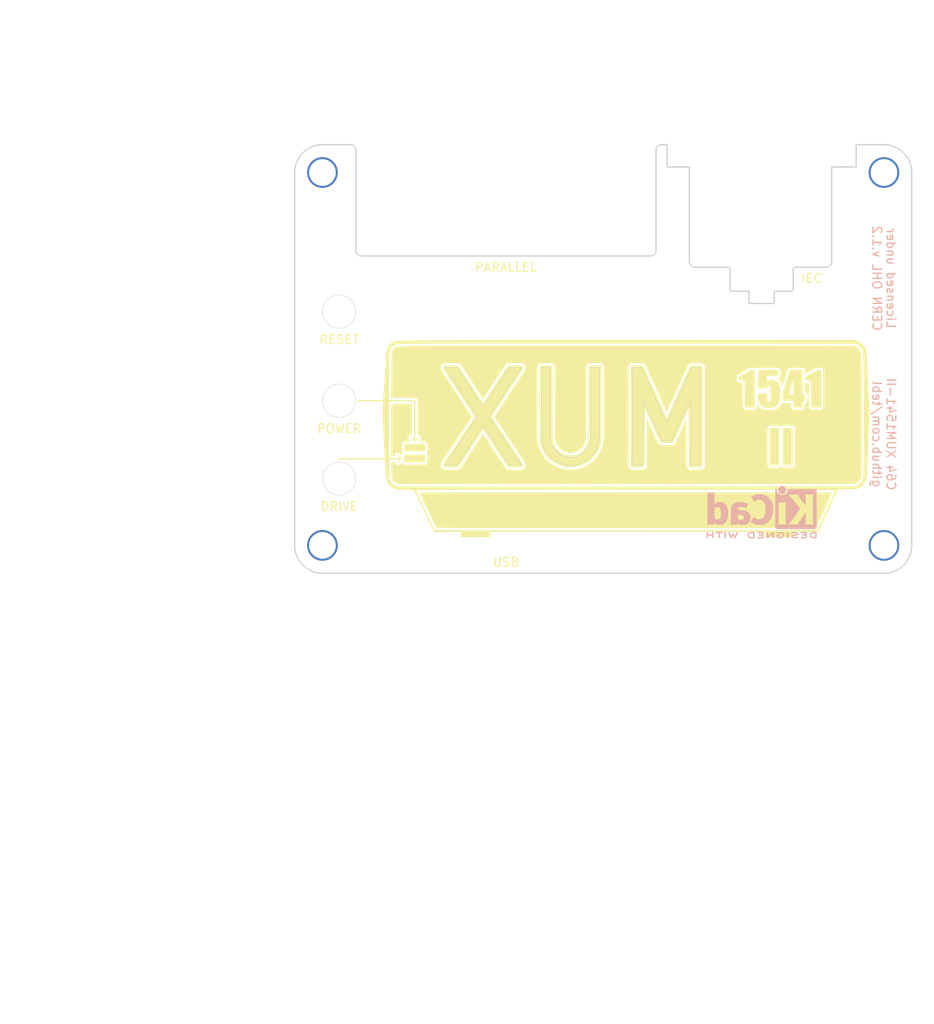
<source format=kicad_pcb>
(kicad_pcb (version 20171130) (host pcbnew "(5.1.8)-1")

  (general
    (thickness 1.6)
    (drawings 102)
    (tracks 0)
    (zones 0)
    (modules 7)
    (nets 2)
  )

  (page A4)
  (layers
    (0 F.Cu signal)
    (31 B.Cu signal)
    (32 B.Adhes user)
    (33 F.Adhes user)
    (34 B.Paste user)
    (35 F.Paste user)
    (36 B.SilkS user)
    (37 F.SilkS user)
    (38 B.Mask user)
    (39 F.Mask user)
    (40 Dwgs.User user)
    (41 Cmts.User user)
    (42 Eco1.User user)
    (43 Eco2.User user)
    (44 Edge.Cuts user)
    (45 Margin user)
    (46 B.CrtYd user)
    (47 F.CrtYd user)
    (48 B.Fab user)
    (49 F.Fab user)
  )

  (setup
    (last_trace_width 0.25)
    (user_trace_width 0.381)
    (trace_clearance 0.2)
    (zone_clearance 0.508)
    (zone_45_only no)
    (trace_min 0)
    (via_size 0.6)
    (via_drill 0.4)
    (via_min_size 0.4)
    (via_min_drill 0.3)
    (user_via 1 0.4)
    (uvia_size 0.3)
    (uvia_drill 0.1)
    (uvias_allowed no)
    (uvia_min_size 0.2)
    (uvia_min_drill 0.1)
    (edge_width 0.05)
    (segment_width 0.2)
    (pcb_text_width 0.3)
    (pcb_text_size 1.5 1.5)
    (mod_edge_width 0.15)
    (mod_text_size 1 1)
    (mod_text_width 0.15)
    (pad_size 3.5 3.5)
    (pad_drill 3.048)
    (pad_to_mask_clearance 0)
    (aux_axis_origin 0 0)
    (visible_elements 7FFFFFFF)
    (pcbplotparams
      (layerselection 0x011fc_ffffffff)
      (usegerberextensions true)
      (usegerberattributes false)
      (usegerberadvancedattributes false)
      (creategerberjobfile false)
      (excludeedgelayer true)
      (linewidth 0.100000)
      (plotframeref false)
      (viasonmask false)
      (mode 1)
      (useauxorigin false)
      (hpglpennumber 1)
      (hpglpenspeed 20)
      (hpglpendiameter 15.000000)
      (psnegative false)
      (psa4output false)
      (plotreference true)
      (plotvalue true)
      (plotinvisibletext false)
      (padsonsilk false)
      (subtractmaskfromsilk false)
      (outputformat 1)
      (mirror false)
      (drillshape 0)
      (scaleselection 1)
      (outputdirectory "export/"))
  )

  (net 0 "")
  (net 1 GND)

  (net_class Default "This is the default net class."
    (clearance 0.2)
    (trace_width 0.25)
    (via_dia 0.6)
    (via_drill 0.4)
    (uvia_dia 0.3)
    (uvia_drill 0.1)
  )

  (net_class Power ""
    (clearance 0.381)
    (trace_width 0.381)
    (via_dia 0.6)
    (via_drill 0.4)
    (uvia_dia 0.3)
    (uvia_drill 0.1)
  )

  (module artwork:1541-ii-infill (layer F.Cu) (tedit 0) (tstamp 61EFA17A)
    (at 137.6045 87.9475)
    (fp_text reference G*** (at 0 0) (layer F.SilkS) hide
      (effects (font (size 1.524 1.524) (thickness 0.3)))
    )
    (fp_text value LOGO (at 0.75 0) (layer F.SilkS) hide
      (effects (font (size 1.524 1.524) (thickness 0.3)))
    )
    (fp_poly (pts (xy -6.011464 6.313004) (xy -5.152479 6.313063) (xy -4.282295 6.31317) (xy -3.402351 6.313324)
      (xy -2.514085 6.313524) (xy -1.618936 6.313769) (xy -0.71834 6.314058) (xy 0.186263 6.31439)
      (xy 1.093436 6.314766) (xy 2.001741 6.315183) (xy 2.909739 6.31564) (xy 3.815991 6.316139)
      (xy 4.719061 6.316676) (xy 5.61751 6.317252) (xy 6.5099 6.317865) (xy 7.394793 6.318516)
      (xy 8.27075 6.319202) (xy 9.136333 6.319923) (xy 9.990105 6.320679) (xy 10.830627 6.321469)
      (xy 11.656461 6.322291) (xy 12.466169 6.323144) (xy 13.258312 6.324029) (xy 14.031454 6.324944)
      (xy 14.784155 6.325889) (xy 15.514977 6.326862) (xy 16.222482 6.327863) (xy 16.905233 6.32889)
      (xy 17.561791 6.329944) (xy 18.190718 6.331023) (xy 18.790575 6.332126) (xy 19.359925 6.333253)
      (xy 19.89733 6.334403) (xy 20.401351 6.335574) (xy 20.87055 6.336767) (xy 21.30349 6.33798)
      (xy 21.698731 6.339212) (xy 22.054837 6.340463) (xy 22.370368 6.341732) (xy 22.643887 6.343018)
      (xy 22.873955 6.34432) (xy 23.059134 6.345637) (xy 23.197987 6.346969) (xy 23.289075 6.348314)
      (xy 23.33096 6.349672) (xy 23.332872 6.349871) (xy 23.465043 6.36907) (xy 23.147043 7.080981)
      (xy 22.973376 7.468931) (xy 22.804528 7.844471) (xy 22.641875 8.204618) (xy 22.486791 8.546387)
      (xy 22.340653 8.866794) (xy 22.204836 9.162854) (xy 22.080716 9.431584) (xy 21.969668 9.669998)
      (xy 21.873068 9.875112) (xy 21.792291 10.043943) (xy 21.728713 10.173505) (xy 21.683709 10.260815)
      (xy 21.670433 10.284585) (xy 21.650772 10.307846) (xy 21.617297 10.324311) (xy 21.560299 10.336157)
      (xy 21.470071 10.345559) (xy 21.365565 10.352903) (xy 21.295231 10.35575) (xy 21.175545 10.358557)
      (xy 21.008005 10.361322) (xy 20.794107 10.364044) (xy 20.535352 10.366721) (xy 20.233236 10.369351)
      (xy 19.889258 10.371932) (xy 19.504916 10.374463) (xy 19.081708 10.376942) (xy 18.621132 10.379367)
      (xy 18.124687 10.381737) (xy 17.59387 10.384049) (xy 17.03018 10.386303) (xy 16.435114 10.388495)
      (xy 15.810171 10.390626) (xy 15.156849 10.392692) (xy 14.476646 10.394692) (xy 13.77106 10.396625)
      (xy 13.041589 10.398488) (xy 12.289732 10.40028) (xy 11.516986 10.401999) (xy 10.72485 10.403644)
      (xy 9.914821 10.405212) (xy 9.088399 10.406703) (xy 8.24708 10.408113) (xy 7.392363 10.409442)
      (xy 6.525747 10.410688) (xy 5.648728 10.411849) (xy 4.762807 10.412924) (xy 3.869479 10.41391)
      (xy 2.970245 10.414805) (xy 2.066601 10.415609) (xy 1.160046 10.41632) (xy 0.252077 10.416934)
      (xy -0.655806 10.417452) (xy -1.562105 10.417872) (xy -2.465324 10.41819) (xy -3.363963 10.418406)
      (xy -4.256524 10.418519) (xy -5.14151 10.418525) (xy -6.017422 10.418425) (xy -6.882762 10.418215)
      (xy -7.736032 10.417894) (xy -8.575734 10.41746) (xy -9.40037 10.416912) (xy -10.208441 10.416248)
      (xy -10.99845 10.415466) (xy -11.768898 10.414565) (xy -12.518288 10.413542) (xy -13.245121 10.412397)
      (xy -13.947898 10.411126) (xy -14.625123 10.409729) (xy -15.275296 10.408204) (xy -15.896921 10.406549)
      (xy -16.488497 10.404762) (xy -17.048529 10.402842) (xy -17.575516 10.400787) (xy -18.067962 10.398594)
      (xy -18.09019 10.398488) (xy -18.508274 10.396357) (xy -18.913162 10.394044) (xy -19.301859 10.39158)
      (xy -19.671366 10.388993) (xy -20.018688 10.386313) (xy -20.340827 10.383569) (xy -20.634787 10.38079)
      (xy -20.897572 10.378006) (xy -21.126184 10.375245) (xy -21.317626 10.372537) (xy -21.468903 10.369911)
      (xy -21.577016 10.367397) (xy -21.638971 10.365023) (xy -21.652438 10.363753) (xy -21.671626 10.357693)
      (xy -21.690886 10.346005) (xy -21.712375 10.324812) (xy -21.738253 10.290241) (xy -21.770675 10.238414)
      (xy -21.811801 10.165457) (xy -21.863788 10.067493) (xy -21.928793 9.940648) (xy -22.008974 9.781045)
      (xy -22.106489 9.584809) (xy -22.223495 9.348064) (xy -22.266945 9.259997) (xy -22.378913 9.03248)
      (xy -22.487297 8.811258) (xy -22.589315 8.602079) (xy -22.682185 8.410689) (xy -22.763125 8.242836)
      (xy -22.829352 8.104268) (xy -22.878085 8.000731) (xy -22.903285 7.945446) (xy -22.94678 7.848477)
      (xy -23.006608 7.71758) (xy -23.077234 7.564736) (xy -23.153124 7.401926) (xy -23.226323 7.246247)
      (xy -23.346047 6.991041) (xy -23.443015 6.780331) (xy -23.517573 6.613312) (xy -23.57007 6.489183)
      (xy -23.600854 6.407138) (xy -23.610271 6.366374) (xy -23.608877 6.361964) (xy -23.582535 6.360497)
      (xy -23.50793 6.358808) (xy -23.387652 6.356917) (xy -23.224288 6.354846) (xy -23.020426 6.352617)
      (xy -22.778655 6.35025) (xy -22.501562 6.347767) (xy -22.191737 6.345189) (xy -21.851766 6.342538)
      (xy -21.484239 6.339834) (xy -21.091742 6.337099) (xy -20.676866 6.334355) (xy -20.242197 6.331623)
      (xy -19.790323 6.328923) (xy -19.323834 6.326277) (xy -19.165189 6.325409) (xy -18.916414 6.324212)
      (xy -18.624801 6.323081) (xy -18.291789 6.322015) (xy -17.918817 6.321014) (xy -17.507322 6.320075)
      (xy -17.058742 6.319199) (xy -16.574515 6.318384) (xy -16.05608 6.317631) (xy -15.504875 6.316937)
      (xy -14.922338 6.316303) (xy -14.309907 6.315727) (xy -13.66902 6.315208) (xy -13.001115 6.314746)
      (xy -12.30763 6.31434) (xy -11.590004 6.313989) (xy -10.849675 6.313692) (xy -10.088081 6.313449)
      (xy -9.306659 6.313258) (xy -8.506848 6.313119) (xy -7.690087 6.313031) (xy -6.857813 6.312993)
      (xy -6.011464 6.313004)) (layer F.SilkS) (width 0.01))
    (fp_poly (pts (xy 22.170971 9.903204) (xy 22.158258 9.915916) (xy 22.145546 9.903204) (xy 22.158258 9.890491)
      (xy 22.170971 9.903204)) (layer F.SilkS) (width 0.01))
    (fp_poly (pts (xy -9.301553 -10.381423) (xy -8.224291 -10.38137) (xy -7.102089 -10.381272) (xy -5.934141 -10.381131)
      (xy -4.719643 -10.380945) (xy -3.457787 -10.380718) (xy -2.147768 -10.380448) (xy -0.788779 -10.380137)
      (xy 0.619985 -10.379786) (xy 1.101939 -10.379659) (xy 26.116491 -10.373033) (xy 26.227519 -10.307967)
      (xy 26.329989 -10.233326) (xy 26.441236 -10.129005) (xy 26.547788 -10.00986) (xy 26.636174 -9.890746)
      (xy 26.686342 -9.801985) (xy 26.71841 -9.711732) (xy 26.748093 -9.5952) (xy 26.76922 -9.476819)
      (xy 26.769982 -9.47097) (xy 26.779617 -9.39472) (xy 26.788554 -9.3215) (xy 26.79682 -9.249263)
      (xy 26.804441 -9.175959) (xy 26.811444 -9.099539) (xy 26.817853 -9.017955) (xy 26.823696 -8.929159)
      (xy 26.828998 -8.8311) (xy 26.833786 -8.72173) (xy 26.838085 -8.599) (xy 26.841923 -8.460862)
      (xy 26.845324 -8.305266) (xy 26.848316 -8.130164) (xy 26.850924 -7.933507) (xy 26.853175 -7.713246)
      (xy 26.855094 -7.467331) (xy 26.856708 -7.193715) (xy 26.858043 -6.890348) (xy 26.859125 -6.555182)
      (xy 26.859981 -6.186167) (xy 26.860635 -5.781255) (xy 26.861116 -5.338397) (xy 26.861448 -4.855544)
      (xy 26.861658 -4.330647) (xy 26.861772 -3.761657) (xy 26.861816 -3.146526) (xy 26.861816 -2.483204)
      (xy 26.861812 -2.275575) (xy 26.861825 -1.571489) (xy 26.861857 -0.916422) (xy 26.861846 -0.308538)
      (xy 26.86173 0.253993) (xy 26.861446 0.773006) (xy 26.860933 1.250333) (xy 26.860127 1.687808)
      (xy 26.858967 2.087263) (xy 26.85739 2.450532) (xy 26.855334 2.779448) (xy 26.852736 3.075843)
      (xy 26.849535 3.341551) (xy 26.845667 3.578404) (xy 26.841072 3.788237) (xy 26.835685 3.972881)
      (xy 26.829446 4.13417) (xy 26.822292 4.273937) (xy 26.81416 4.394015) (xy 26.804988 4.496237)
      (xy 26.794714 4.582436) (xy 26.783275 4.654445) (xy 26.77061 4.714097) (xy 26.756656 4.763225)
      (xy 26.74135 4.803663) (xy 26.72463 4.837243) (xy 26.706435 4.865798) (xy 26.686701 4.891161)
      (xy 26.665367 4.915166) (xy 26.64237 4.939646) (xy 26.617648 4.966432) (xy 26.615583 4.968742)
      (xy 26.481832 5.103113) (xy 26.333164 5.226546) (xy 26.187201 5.324835) (xy 26.144879 5.348173)
      (xy 26.138213 5.35044) (xy 26.126529 5.352627) (xy 26.108907 5.354735) (xy 26.084427 5.356766)
      (xy 26.052169 5.358723) (xy 26.011212 5.360607) (xy 25.960637 5.362421) (xy 25.899523 5.364165)
      (xy 25.826949 5.365842) (xy 25.741996 5.367454) (xy 25.643744 5.369002) (xy 25.531271 5.370489)
      (xy 25.403658 5.371917) (xy 25.259985 5.373286) (xy 25.099332 5.3746) (xy 24.920777 5.37586)
      (xy 24.723401 5.377067) (xy 24.506284 5.378224) (xy 24.268506 5.379333) (xy 24.009146 5.380396)
      (xy 23.727283 5.381413) (xy 23.421999 5.382388) (xy 23.092372 5.383322) (xy 22.737482 5.384217)
      (xy 22.35641 5.385075) (xy 21.948234 5.385898) (xy 21.512034 5.386687) (xy 21.046892 5.387445)
      (xy 20.551885 5.388173) (xy 20.026094 5.388873) (xy 19.468599 5.389548) (xy 18.878479 5.390198)
      (xy 18.254814 5.390826) (xy 17.596684 5.391434) (xy 16.90317 5.392024) (xy 16.173349 5.392597)
      (xy 15.406303 5.393155) (xy 14.601111 5.3937) (xy 13.756852 5.394235) (xy 12.872607 5.394761)
      (xy 11.947456 5.395279) (xy 10.980477 5.395792) (xy 9.970752 5.396302) (xy 8.917359 5.39681)
      (xy 7.819378 5.397319) (xy 6.67589 5.39783) (xy 5.485973 5.398345) (xy 4.248708 5.398866)
      (xy 2.963175 5.399394) (xy 1.628453 5.399933) (xy 0.51605 5.400375) (xy -0.62604 5.400808)
      (xy -1.756812 5.401198) (xy -2.875159 5.401547) (xy -3.979975 5.401854) (xy -5.070155 5.40212)
      (xy -6.144591 5.402346) (xy -7.202178 5.402531) (xy -8.24181 5.402676) (xy -9.26238 5.402782)
      (xy -10.262783 5.402849) (xy -11.241912 5.402877) (xy -12.19866 5.402866) (xy -13.131923 5.402818)
      (xy -14.040593 5.402731) (xy -14.923565 5.402608) (xy -15.779732 5.402448) (xy -16.607988 5.402251)
      (xy -17.407228 5.402018) (xy -18.176344 5.401749) (xy -18.914231 5.401445) (xy -19.619783 5.401106)
      (xy -20.291893 5.400733) (xy -20.929456 5.400325) (xy -21.531364 5.399883) (xy -22.096513 5.399408)
      (xy -22.623796 5.398899) (xy -23.112106 5.398358) (xy -23.560338 5.397785) (xy -23.967385 5.397179)
      (xy -24.332141 5.396543) (xy -24.653501 5.395874) (xy -24.930357 5.395175) (xy -25.161605 5.394446)
      (xy -25.346137 5.393686) (xy -25.482847 5.392897) (xy -25.57063 5.392078) (xy -25.603403 5.391455)
      (xy -25.824754 5.383011) (xy -26.002059 5.372992) (xy -26.142124 5.359861) (xy -26.251753 5.342081)
      (xy -26.337753 5.318114) (xy -26.406928 5.286425) (xy -26.466084 5.245476) (xy -26.522026 5.19373)
      (xy -26.534087 5.18126) (xy -26.605029 5.105758) (xy -26.663672 5.037963) (xy -26.711251 4.972174)
      (xy -26.749 4.90269) (xy -26.778154 4.82381) (xy -26.799948 4.729832) (xy -26.815616 4.615056)
      (xy -26.826394 4.473779) (xy -26.833516 4.300301) (xy -26.838216 4.088921) (xy -26.841731 3.833937)
      (xy -26.84264 3.756607) (xy -26.853187 2.847648) (xy -26.467868 2.847648) (xy -26.467773 2.917568)
      (xy -26.444028 3.024743) (xy -26.380041 3.118068) (xy -26.286227 3.1881) (xy -26.173004 3.225394)
      (xy -26.124216 3.22903) (xy -26.113936 3.228197) (xy -21.207652 3.228197) (xy -21.184567 3.377866)
      (xy -21.126232 3.511454) (xy -21.034971 3.61935) (xy -20.956662 3.672427) (xy -20.921893 3.69005)
      (xy -20.888773 3.704028) (xy -20.851195 3.714793) (xy -20.803049 3.722778) (xy -20.738227 3.728415)
      (xy -20.650621 3.732137) (xy -20.534122 3.734375) (xy -20.382622 3.735563) (xy -20.190013 3.736132)
      (xy -20.053459 3.736354) (xy -19.270782 3.737538) (xy -19.146077 3.674345) (xy -19.061114 3.621488)
      (xy -18.985966 3.558494) (xy -18.958959 3.528149) (xy -18.935967 3.494906) (xy -18.887204 3.422315)
      (xy -18.814771 3.313561) (xy -18.72077 3.171827) (xy -18.607304 3.000295) (xy -18.476475 2.80215)
      (xy -18.330384 2.580575) (xy -18.171134 2.338753) (xy -18.000826 2.079869) (xy -17.821563 1.807104)
      (xy -17.645026 1.538239) (xy -17.460719 1.257427) (xy -17.284511 0.988981) (xy -17.118384 0.735914)
      (xy -16.964315 0.501241) (xy -16.824285 0.287977) (xy -16.700273 0.099135) (xy -16.594259 -0.06227)
      (xy -16.508222 -0.193224) (xy -16.444142 -0.290712) (xy -16.403998 -0.351719) (xy -16.389769 -0.373232)
      (xy -16.389768 -0.373234) (xy -16.375593 -0.35316) (xy -16.335513 -0.293568) (xy -16.271512 -0.197463)
      (xy -16.185573 -0.067847) (xy -16.079678 0.092274) (xy -15.955811 0.279898) (xy -15.815956 0.49202)
      (xy -15.662094 0.725636) (xy -15.49621 0.977743) (xy -15.320287 1.245337) (xy -15.140513 1.519009)
      (xy -14.954887 1.801596) (xy -14.776083 2.073598) (xy -14.606225 2.331792) (xy -14.447439 2.572957)
      (xy -14.301851 2.793872) (xy -14.171586 2.991315) (xy -14.05877 3.162064) (xy -13.965527 3.302896)
      (xy -13.893984 3.410592) (xy -13.846265 3.481928) (xy -13.825313 3.512565) (xy -13.758954 3.582846)
      (xy -13.670961 3.64934) (xy -13.629111 3.673425) (xy -13.502591 3.737538) (xy -11.948259 3.737538)
      (xy -11.822262 3.67369) (xy -11.707689 3.588829) (xy -11.625217 3.472014) (xy -11.577127 3.332485)
      (xy -11.5657 3.179478) (xy -11.593218 3.022231) (xy -11.635466 2.917344) (xy -11.658116 2.879554)
      (xy -11.707422 2.802395) (xy -11.781553 2.688619) (xy -11.878674 2.540976) (xy -11.996954 2.362219)
      (xy -12.134559 2.155099) (xy -12.289657 1.922368) (xy -12.460415 1.666777) (xy -12.645 1.391078)
      (xy -12.841579 1.098022) (xy -13.048319 0.790361) (xy -13.263387 0.470846) (xy -13.411899 0.250517)
      (xy -15.121433 -2.284294) (xy -13.406138 -4.88604) (xy -13.18799 -5.217146) (xy -12.976892 -5.537978)
      (xy -12.774623 -5.845812) (xy -12.582961 -6.137924) (xy -12.403684 -6.411589) (xy -12.23857 -6.664084)
      (xy -12.089397 -6.892684) (xy -11.957943 -7.094666) (xy -11.845987 -7.267304) (xy -11.755306 -7.407874)
      (xy -11.687679 -7.513653) (xy -11.644883 -7.581916) (xy -11.629706 -7.607713) (xy -11.576992 -7.76472)
      (xy -11.568602 -7.932652) (xy -11.591096 -8.036124) (xy -10.195595 -8.036124) (xy -10.195155 -3.935429)
      (xy -10.195036 -3.378133) (xy -10.194779 -2.869275) (xy -10.194344 -2.40644) (xy -10.19369 -1.987216)
      (xy -10.192778 -1.60919) (xy -10.191569 -1.269947) (xy -10.190022 -0.967076) (xy -10.188098 -0.698162)
      (xy -10.185757 -0.460791) (xy -10.182959 -0.252552) (xy -10.179664 -0.07103) (xy -10.175833 0.086188)
      (xy -10.171426 0.221515) (xy -10.166402 0.337365) (xy -10.160723 0.436151) (xy -10.154348 0.520286)
      (xy -10.147238 0.592184) (xy -10.139353 0.654258) (xy -10.130653 0.708921) (xy -10.121098 0.758587)
      (xy -10.117492 0.775476) (xy -10.047491 1.032415) (xy -9.94723 1.31053) (xy -9.822937 1.595581)
      (xy -9.68084 1.873324) (xy -9.527167 2.129518) (xy -9.521851 2.137622) (xy -9.440196 2.247929)
      (xy -9.328618 2.379396) (xy -9.196567 2.522559) (xy -9.053493 2.667953) (xy -8.908847 2.806113)
      (xy -8.772076 2.927572) (xy -8.652633 3.022866) (xy -8.604825 3.056147) (xy -8.472236 3.136869)
      (xy -8.311847 3.225874) (xy -8.136973 3.316538) (xy -7.96093 3.402237) (xy -7.797034 3.476346)
      (xy -7.658601 3.532242) (xy -7.621369 3.545363) (xy -7.444288 3.598599) (xy -7.241928 3.649579)
      (xy -7.039698 3.691963) (xy -7.017417 3.696032) (xy -6.974677 3.699008) (xy -6.889036 3.701203)
      (xy -6.76844 3.702551) (xy -6.620834 3.702986) (xy -6.454163 3.702443) (xy -6.343643 3.701576)
      (xy -6.141004 3.699086) (xy -5.980592 3.695554) (xy -5.853787 3.690354) (xy -5.751968 3.682859)
      (xy -5.666512 3.672443) (xy -5.588799 3.65848) (xy -5.514089 3.641308) (xy -5.388388 3.607538)
      (xy -5.257445 3.56821) (xy -5.146688 3.531024) (xy -5.132708 3.52585) (xy -4.997811 3.469923)
      (xy -4.834875 3.394555) (xy -4.658903 3.307384) (xy -4.484895 3.216047) (xy -4.327855 3.128183)
      (xy -4.209478 3.05582) (xy -4.100214 2.975203) (xy -3.969285 2.863997) (xy -3.82624 2.731758)
      (xy -3.680627 2.588041) (xy -3.541997 2.442401) (xy -3.419896 2.304393) (xy -3.323875 2.183573)
      (xy -3.291892 2.137622) (xy -3.137111 1.879979) (xy -2.994166 1.601265) (xy -2.869198 1.315543)
      (xy -2.768351 1.036875) (xy -2.697766 0.779324) (xy -2.696922 0.775476) (xy -2.687054 0.727004)
      (xy -2.678055 0.674392) (xy -2.669885 0.615226) (xy -2.662504 0.547092) (xy -2.655873 0.467579)
      (xy -2.649951 0.374271) (xy -2.6447 0.264757) (xy -2.640078 0.136622) (xy -2.636047 -0.012547)
      (xy -2.632566 -0.185163) (xy -2.629596 -0.383639) (xy -2.627098 -0.610389) (xy -2.62503 -0.867826)
      (xy -2.623354 -1.158364) (xy -2.622029 -1.484415) (xy -2.621016 -1.848394) (xy -2.620276 -2.252713)
      (xy -2.619767 -2.699786) (xy -2.619451 -3.192026) (xy -2.619288 -3.731847) (xy -2.619259 -3.935429)
      (xy -2.618819 -8.036124) (xy 0.228829 -8.036124) (xy 0.228829 3.357847) (xy 0.292637 3.483766)
      (xy 0.351946 3.577945) (xy 0.426723 3.643425) (xy 0.476971 3.672427) (xy 0.51425 3.691191)
      (xy 0.549786 3.705795) (xy 0.590278 3.716773) (xy 0.64242 3.72466) (xy 0.712908 3.729989)
      (xy 0.808438 3.733295) (xy 0.935707 3.735111) (xy 1.101409 3.735973) (xy 1.278473 3.736354)
      (xy 1.482182 3.736608) (xy 1.641771 3.736228) (xy 1.763969 3.734692) (xy 1.855508 3.731477)
      (xy 1.923117 3.726063) (xy 1.973527 3.717926) (xy 2.013468 3.706544) (xy 2.049671 3.691395)
      (xy 2.085328 3.67375) (xy 2.187631 3.607175) (xy 2.257356 3.522423) (xy 2.268817 3.502128)
      (xy 2.326427 3.394295) (xy 2.339139 0.66861) (xy 2.351852 -2.057074) (xy 2.959182 -0.699018)
      (xy 3.070822 -0.449839) (xy 3.177402 -0.212847) (xy 3.276925 0.007583) (xy 3.367397 0.207073)
      (xy 3.446822 0.381244) (xy 3.513205 0.525719) (xy 3.564552 0.636121) (xy 3.598866 0.708072)
      (xy 3.61297 0.735434) (xy 3.662638 0.790864) (xy 3.738382 0.848371) (xy 3.786627 0.876285)
      (xy 3.825835 0.895616) (xy 3.862455 0.910636) (xy 3.903263 0.921887) (xy 3.955036 0.929914)
      (xy 4.024551 0.935262) (xy 4.118583 0.938475) (xy 4.243911 0.940096) (xy 4.407309 0.94067)
      (xy 4.589289 0.940741) (xy 4.792072 0.94064) (xy 4.95078 0.939974) (xy 5.07219 0.938199)
      (xy 5.16308 0.93477) (xy 5.230225 0.929143) (xy 5.280403 0.920775) (xy 5.32039 0.909121)
      (xy 5.356963 0.893637) (xy 5.391952 0.876285) (xy 5.473207 0.825525) (xy 5.540758 0.766807)
      (xy 5.565609 0.735434) (xy 5.5843 0.698658) (xy 5.621676 0.619804) (xy 5.675742 0.50325)
      (xy 5.744502 0.353373) (xy 5.825963 0.17455) (xy 5.918128 -0.02884) (xy 6.019003 -0.25242)
      (xy 6.126592 -0.491813) (xy 6.219397 -0.699018) (xy 6.826727 -2.057074) (xy 6.83944 0.66861)
      (xy 6.852152 3.394295) (xy 6.909762 3.502128) (xy 6.975226 3.59247) (xy 7.069674 3.661272)
      (xy 7.093251 3.67375) (xy 7.132146 3.692886) (xy 7.168684 3.707752) (xy 7.209636 3.718888)
      (xy 7.261772 3.726831) (xy 7.331863 3.732122) (xy 7.426679 3.7353) (xy 7.552991 3.736902)
      (xy 7.717568 3.737469) (xy 7.894595 3.737538) (xy 8.097433 3.737432) (xy 8.256191 3.736753)
      (xy 8.37764 3.734962) (xy 8.468552 3.73152) (xy 8.535696 3.725888) (xy 8.585845 3.717526)
      (xy 8.625769 3.705894) (xy 8.66224 3.690453) (xy 8.696057 3.67369) (xy 8.786743 3.617482)
      (xy 8.849371 3.547723) (xy 8.885902 3.483845) (xy 8.94975 3.357847) (xy 8.94975 0.363258)
      (xy 16.094938 0.363258) (xy 16.095004 0.706839) (xy 16.095185 1.097913) (xy 16.095195 1.123813)
      (xy 16.095341 1.515811) (xy 16.095553 1.860148) (xy 16.096005 2.16001) (xy 16.096873 2.418589)
      (xy 16.098333 2.639071) (xy 16.100558 2.824646) (xy 16.103725 2.978502) (xy 16.108008 3.103828)
      (xy 16.113583 3.203813) (xy 16.120625 3.281645) (xy 16.129308 3.340514) (xy 16.139809 3.383607)
      (xy 16.152301 3.414113) (xy 16.16696 3.435222) (xy 16.183962 3.450121) (xy 16.203481 3.462)
      (xy 16.22422 3.473228) (xy 16.273525 3.485993) (xy 16.364546 3.49612) (xy 16.488216 3.50363)
      (xy 16.635472 3.508546) (xy 16.797246 3.51089) (xy 16.964473 3.510684) (xy 17.128089 3.507951)
      (xy 17.279027 3.502713) (xy 17.408222 3.494992) (xy 17.506608 3.484811) (xy 17.565119 3.472191)
      (xy 17.570232 3.469918) (xy 17.622266 3.434755) (xy 17.647003 3.401911) (xy 17.647253 3.399998)
      (xy 17.652985 3.38341) (xy 17.662263 3.401186) (xy 17.681214 3.433321) (xy 17.712972 3.4585)
      (xy 17.763205 3.477529) (xy 17.837581 3.491215) (xy 17.941767 3.500364) (xy 18.081431 3.505781)
      (xy 18.262242 3.508273) (xy 18.418262 3.508709) (xy 18.645894 3.507477) (xy 18.824613 3.503722)
      (xy 18.9563 3.49736) (xy 19.042836 3.488304) (xy 19.082492 3.478334) (xy 19.106345 3.46779)
      (xy 19.127306 3.457159) (xy 19.145562 3.443275) (xy 19.1613 3.422974) (xy 19.174705 3.39309)
      (xy 19.185966 3.350459) (xy 19.195268 3.291916) (xy 19.202798 3.214295) (xy 19.208743 3.114431)
      (xy 19.213289 2.98916) (xy 19.216622 2.835317) (xy 19.218931 2.649737) (xy 19.2204 2.429254)
      (xy 19.221217 2.170703) (xy 19.221569 1.870921) (xy 19.221642 1.526741) (xy 19.221622 1.134998)
      (xy 19.221622 1.118719) (xy 19.221641 0.725058) (xy 19.221576 0.379083) (xy 19.221239 0.077629)
      (xy 19.220443 -0.182469) (xy 19.219003 -0.404377) (xy 19.21673 -0.591259) (xy 19.21344 -0.74628)
      (xy 19.208945 -0.872606) (xy 19.203058 -0.9734) (xy 19.195593 -1.051829) (xy 19.186364 -1.111057)
      (xy 19.175183 -1.154249) (xy 19.161865 -1.18457) (xy 19.146222 -1.205186) (xy 19.128067 -1.21926)
      (xy 19.107215 -1.229959) (xy 19.083479 -1.240447) (xy 19.082492 -1.240895) (xy 19.033155 -1.252329)
      (xy 18.940277 -1.260995) (xy 18.801978 -1.266979) (xy 18.616378 -1.270367) (xy 18.418262 -1.271271)
      (xy 18.219047 -1.270698) (xy 18.064276 -1.268733) (xy 17.94755 -1.265007) (xy 17.862472 -1.259152)
      (xy 17.802645 -1.250797) (xy 17.761672 -1.239575) (xy 17.745684 -1.23248) (xy 17.693651 -1.197316)
      (xy 17.668914 -1.164472) (xy 17.668664 -1.16256) (xy 17.662931 -1.145972) (xy 17.653654 -1.163748)
      (xy 17.634703 -1.195882) (xy 17.602945 -1.221061) (xy 17.552711 -1.240091) (xy 17.478336 -1.253777)
      (xy 17.374149 -1.262925) (xy 17.234485 -1.268343) (xy 17.053674 -1.270835) (xy 16.897654 -1.271271)
      (xy 16.670023 -1.270038) (xy 16.491303 -1.266284) (xy 16.359616 -1.259922) (xy 16.27308 -1.250865)
      (xy 16.233424 -1.240895) (xy 16.209588 -1.230366) (xy 16.188639 -1.219761) (xy 16.170393 -1.205921)
      (xy 16.154663 -1.185684) (xy 16.141266 -1.155888) (xy 16.130018 -1.113372) (xy 16.120732 -1.054976)
      (xy 16.113224 -0.977537) (xy 16.10731 -0.877895) (xy 16.102804 -0.752889) (xy 16.099522 -0.599356)
      (xy 16.09728 -0.414136) (xy 16.095891 -0.194068) (xy 16.095172 0.06401) (xy 16.094938 0.363258)
      (xy 8.94975 0.363258) (xy 8.94975 -6.709871) (xy 12.589462 -6.709871) (xy 12.595211 -6.542241)
      (xy 12.632155 -6.411817) (xy 12.703894 -6.314507) (xy 12.814025 -6.246217) (xy 12.966145 -6.202855)
      (xy 13.045693 -6.190813) (xy 13.130925 -6.177425) (xy 13.1982 -6.161488) (xy 13.223671 -6.15144)
      (xy 13.231624 -6.139422) (xy 13.23855 -6.111424) (xy 13.244581 -6.063758) (xy 13.249847 -5.992732)
      (xy 13.254479 -5.894657) (xy 13.258608 -5.765841) (xy 13.262366 -5.602596) (xy 13.265882 -5.401231)
      (xy 13.269288 -5.158056) (xy 13.272715 -4.86938) (xy 13.274298 -4.723701) (xy 13.277707 -4.407467)
      (xy 13.280955 -4.138125) (xy 13.284447 -3.911721) (xy 13.288585 -3.724301) (xy 13.293772 -3.571909)
      (xy 13.300413 -3.450591) (xy 13.308911 -3.356392) (xy 13.319668 -3.285357) (xy 13.333089 -3.233531)
      (xy 13.349576 -3.196959) (xy 13.369534 -3.171687) (xy 13.393365 -3.15376) (xy 13.421473 -3.139223)
      (xy 13.436627 -3.132277) (xy 13.486122 -3.120813) (xy 13.579291 -3.112132) (xy 13.717988 -3.106148)
      (xy 13.904065 -3.102777) (xy 14.098399 -3.101901) (xy 14.325719 -3.103144) (xy 14.504102 -3.106927)
      (xy 14.6354 -3.113336) (xy 14.721466 -3.122456) (xy 14.76017 -3.132277) (xy 14.82227 -3.1747)
      (xy 14.864244 -3.240628) (xy 14.888889 -3.337965) (xy 14.898998 -3.474611) (xy 14.899618 -3.526515)
      (xy 14.899936 -3.75025) (xy 14.98225 -3.606268) (xy 15.098461 -3.451651) (xy 15.257873 -3.31464)
      (xy 15.454728 -3.199111) (xy 15.683266 -3.108939) (xy 15.751051 -3.089061) (xy 15.839462 -3.073399)
      (xy 15.965549 -3.062102) (xy 16.11631 -3.055338) (xy 16.278746 -3.053275) (xy 16.439853 -3.056082)
      (xy 16.586632 -3.063927) (xy 16.704505 -3.076734) (xy 16.890944 -3.109385) (xy 17.038384 -3.146592)
      (xy 17.158671 -3.193625) (xy 17.263652 -3.255754) (xy 17.365173 -3.338252) (xy 17.42846 -3.398827)
      (xy 17.515922 -3.497272) (xy 17.593607 -3.605051) (xy 17.653988 -3.709768) (xy 17.689542 -3.799028)
      (xy 17.695825 -3.839239) (xy 17.70163 -3.851757) (xy 17.722856 -3.861014) (xy 17.765468 -3.86734)
      (xy 17.835434 -3.871061) (xy 17.938722 -3.872509) (xy 18.081296 -3.87201) (xy 18.255433 -3.870075)
      (xy 18.814815 -3.862773) (xy 18.814815 -3.582776) (xy 18.818439 -3.424812) (xy 18.830977 -3.309198)
      (xy 18.854928 -3.227839) (xy 18.892794 -3.172642) (xy 18.947074 -3.135511) (xy 18.953944 -3.132277)
      (xy 19.005187 -3.120482) (xy 19.101591 -3.111636) (xy 19.244688 -3.105665) (xy 19.436015 -3.102495)
      (xy 19.59029 -3.101901) (xy 19.814456 -3.103253) (xy 19.989375 -3.107358) (xy 20.116581 -3.11429)
      (xy 20.19761 -3.12412) (xy 20.226637 -3.132277) (xy 20.283211 -3.168482) (xy 20.322953 -3.222499)
      (xy 20.348411 -3.302425) (xy 20.362134 -3.416358) (xy 20.366668 -3.572395) (xy 20.366687 -3.577366)
      (xy 20.367609 -3.851951) (xy 20.474319 -3.902802) (xy 20.550193 -3.94553) (xy 20.605618 -3.996206)
      (xy 20.643611 -4.063095) (xy 20.667187 -4.154461) (xy 20.679363 -4.278569) (xy 20.683156 -4.443682)
      (xy 20.683185 -4.475037) (xy 20.680092 -4.647648) (xy 20.66926 -4.777884) (xy 20.647673 -4.873998)
      (xy 20.612317 -4.944246) (xy 20.560178 -4.996882) (xy 20.48824 -5.040161) (xy 20.474319 -5.046946)
      (xy 20.367609 -5.097797) (xy 20.366687 -5.67712) (xy 20.366606 -5.863034) (xy 20.367334 -6.003937)
      (xy 20.369331 -6.105668) (xy 20.373054 -6.174065) (xy 20.378959 -6.214968) (xy 20.387504 -6.234215)
      (xy 20.399147 -6.237644) (xy 20.41026 -6.23331) (xy 20.459917 -6.21729) (xy 20.539018 -6.201275)
      (xy 20.594814 -6.193215) (xy 20.679716 -6.179773) (xy 20.746857 -6.163531) (xy 20.771585 -6.153563)
      (xy 20.786863 -6.131538) (xy 20.800098 -6.083814) (xy 20.81141 -6.007615) (xy 20.82092 -5.90017)
      (xy 20.828748 -5.758706) (xy 20.835015 -5.580449) (xy 20.83984 -5.362626) (xy 20.843345 -5.102464)
      (xy 20.84565 -4.79719) (xy 20.846875 -4.444031) (xy 20.846921 -4.418864) (xy 20.847892 -4.122705)
      (xy 20.849745 -3.874556) (xy 20.852555 -3.671581) (xy 20.856402 -3.510945) (xy 20.861363 -3.389811)
      (xy 20.867516 -3.305345) (xy 20.874938 -3.254712) (xy 20.879224 -3.241031) (xy 20.901019 -3.200191)
      (xy 20.92884 -3.168188) (xy 20.968692 -3.143956) (xy 21.026583 -3.126427) (xy 21.108516 -3.114535)
      (xy 21.220497 -3.107213) (xy 21.368533 -3.103395) (xy 21.558628 -3.102013) (xy 21.662463 -3.101901)
      (xy 21.874046 -3.102517) (xy 22.040792 -3.105076) (xy 22.168706 -3.110645) (xy 22.263793 -3.12029)
      (xy 22.332059 -3.135078) (xy 22.379509 -3.156077) (xy 22.412149 -3.184353) (xy 22.435985 -3.220972)
      (xy 22.445701 -3.241031) (xy 22.451323 -3.278614) (xy 22.456417 -3.362484) (xy 22.460984 -3.488081)
      (xy 22.465022 -3.650843) (xy 22.468533 -3.846211) (xy 22.471515 -4.069623) (xy 22.47397 -4.316518)
      (xy 22.475896 -4.582337) (xy 22.477295 -4.862517) (xy 22.478165 -5.152499) (xy 22.478508 -5.447721)
      (xy 22.478323 -5.743623) (xy 22.477609 -6.035644) (xy 22.476368 -6.319223) (xy 22.474599 -6.5898)
      (xy 22.472302 -6.842813) (xy 22.469477 -7.073702) (xy 22.466124 -7.277907) (xy 22.462243 -7.450866)
      (xy 22.457834 -7.588019) (xy 22.452897 -7.684804) (xy 22.447432 -7.736662) (xy 22.445701 -7.742752)
      (xy 22.413579 -7.795465) (xy 22.367419 -7.833422) (xy 22.299389 -7.858822) (xy 22.20166 -7.87386)
      (xy 22.066401 -7.880732) (xy 21.949761 -7.881861) (xy 21.813003 -7.881167) (xy 21.714574 -7.877807)
      (xy 21.641957 -7.869835) (xy 21.582635 -7.855308) (xy 21.524091 -7.832279) (xy 21.471772 -7.807581)
      (xy 21.384842 -7.759948) (xy 21.274595 -7.691971) (xy 21.157978 -7.614367) (xy 21.090391 -7.566468)
      (xy 20.972732 -7.486592) (xy 20.844809 -7.409207) (xy 20.726128 -7.345747) (xy 20.670871 -7.320513)
      (xy 20.572937 -7.278356) (xy 20.487108 -7.238696) (xy 20.429422 -7.209001) (xy 20.422973 -7.205105)
      (xy 20.365766 -7.168797) (xy 20.365766 -7.4249) (xy 20.36136 -7.579421) (xy 20.346374 -7.691852)
      (xy 20.318152 -7.77033) (xy 20.274042 -7.822994) (xy 20.226637 -7.851506) (xy 20.184922 -7.861374)
      (xy 20.105911 -7.869184) (xy 19.986827 -7.875036) (xy 19.824891 -7.879033) (xy 19.617326 -7.881277)
      (xy 19.397141 -7.881881) (xy 19.162513 -7.881465) (xy 18.973328 -7.879731) (xy 18.824178 -7.875958)
      (xy 18.709658 -7.86942) (xy 18.624363 -7.859394) (xy 18.562887 -7.845155) (xy 18.519825 -7.82598)
      (xy 18.489769 -7.801145) (xy 18.467316 -7.769925) (xy 18.459698 -7.756322) (xy 18.44786 -7.725001)
      (xy 18.422401 -7.651409) (xy 18.38533 -7.541664) (xy 18.338655 -7.401883) (xy 18.284382 -7.238187)
      (xy 18.224519 -7.056693) (xy 18.161075 -6.86352) (xy 18.096055 -6.664787) (xy 18.031469 -6.466611)
      (xy 17.969323 -6.275111) (xy 17.911626 -6.096406) (xy 17.860383 -5.936614) (xy 17.817605 -5.801854)
      (xy 17.800132 -5.746146) (xy 17.788529 -5.720771) (xy 17.777451 -5.729828) (xy 17.764381 -5.778887)
      (xy 17.749458 -5.858293) (xy 17.701226 -6.057058) (xy 17.63126 -6.241004) (xy 17.545755 -6.394804)
      (xy 17.516523 -6.434646) (xy 17.431428 -6.516844) (xy 17.314556 -6.596435) (xy 17.184205 -6.661956)
      (xy 17.111311 -6.688485) (xy 17.090349 -6.699325) (xy 17.114276 -6.706213) (xy 17.185748 -6.709744)
      (xy 17.207919 -6.710126) (xy 17.354309 -6.724201) (xy 17.459065 -6.762882) (xy 17.525894 -6.827756)
      (xy 17.538594 -6.851441) (xy 17.552554 -6.90959) (xy 17.562467 -7.005917) (xy 17.568411 -7.128645)
      (xy 17.570462 -7.266001) (xy 17.568696 -7.406209) (xy 17.56319 -7.537493) (xy 17.554021 -7.648079)
      (xy 17.541265 -7.726192) (xy 17.532738 -7.751067) (xy 17.516474 -7.780573) (xy 17.497913 -7.805271)
      (xy 17.472682 -7.82559) (xy 17.436403 -7.841956) (xy 17.384701 -7.854797) (xy 17.3132 -7.86454)
      (xy 17.217525 -7.871613) (xy 17.093301 -7.876442) (xy 16.93615 -7.879457) (xy 16.741699 -7.881083)
      (xy 16.50557 -7.881749) (xy 16.223389 -7.881881) (xy 16.193537 -7.881881) (xy 15.913036 -7.881682)
      (xy 15.678952 -7.880991) (xy 15.486853 -7.879672) (xy 15.332307 -7.877584) (xy 15.210881 -7.874592)
      (xy 15.118143 -7.870556) (xy 15.049662 -7.865338) (xy 15.001003 -7.8588) (xy 14.967736 -7.850804)
      (xy 14.948888 -7.84309) (xy 14.896854 -7.807927) (xy 14.872117 -7.775083) (xy 14.871867 -7.77317)
      (xy 14.866134 -7.756582) (xy 14.856857 -7.774358) (xy 14.824137 -7.817366) (xy 14.762086 -7.848367)
      (xy 14.665207 -7.868606) (xy 14.528004 -7.879324) (xy 14.381449 -7.881881) (xy 14.227861 -7.879706)
      (xy 14.105997 -7.870242) (xy 14.00302 -7.84908) (xy 13.906093 -7.811812) (xy 13.802379 -7.754031)
      (xy 13.679042 -7.671327) (xy 13.596301 -7.612256) (xy 13.475346 -7.531465) (xy 13.327639 -7.442497)
      (xy 13.17325 -7.357015) (xy 13.05212 -7.295983) (xy 12.925412 -7.235002) (xy 12.835835 -7.188401)
      (xy 12.774168 -7.149654) (xy 12.731186 -7.112239) (xy 12.697666 -7.06963) (xy 12.670773 -7.026245)
      (xy 12.629145 -6.944531) (xy 12.604786 -6.862551) (xy 12.592253 -6.759125) (xy 12.589462 -6.709871)
      (xy 8.94975 -6.709871) (xy 8.94975 -8.036124) (xy 8.885902 -8.162122) (xy 8.829693 -8.252808)
      (xy 8.759935 -8.315436) (xy 8.696057 -8.351967) (xy 8.655373 -8.371907) (xy 8.61722 -8.387185)
      (xy 8.574398 -8.398415) (xy 8.519705 -8.40621) (xy 8.445942 -8.411183) (xy 8.345906 -8.413945)
      (xy 8.212398 -8.41511) (xy 8.038216 -8.41529) (xy 7.952647 -8.415221) (xy 7.335235 -8.414627)
      (xy 7.208108 -8.345301) (xy 7.126363 -8.292857) (xy 7.065623 -8.230273) (xy 7.009083 -8.139596)
      (xy 7.000432 -8.123423) (xy 6.98301 -8.087065) (xy 6.946393 -8.007982) (xy 6.892231 -7.889831)
      (xy 6.822173 -7.736268) (xy 6.737872 -7.550951) (xy 6.640977 -7.337537) (xy 6.533138 -7.099681)
      (xy 6.416007 -6.841042) (xy 6.291233 -6.565275) (xy 6.160466 -6.276038) (xy 6.025358 -5.976987)
      (xy 5.887558 -5.671779) (xy 5.748717 -5.364071) (xy 5.610485 -5.05752) (xy 5.474513 -4.755783)
      (xy 5.342451 -4.462515) (xy 5.21595 -4.181375) (xy 5.096659 -3.916019) (xy 4.98623 -3.670104)
      (xy 4.886312 -3.447286) (xy 4.798556 -3.251223) (xy 4.724613 -3.08557) (xy 4.666133 -2.953986)
      (xy 4.624766 -2.860127) (xy 4.618128 -2.844909) (xy 4.612466 -2.83732) (xy 4.604144 -2.837836)
      (xy 4.592023 -2.848872) (xy 4.574963 -2.872846) (xy 4.551822 -2.912174) (xy 4.52146 -2.969272)
      (xy 4.482737 -3.046558) (xy 4.434512 -3.146448) (xy 4.375645 -3.271358) (xy 4.304996 -3.423705)
      (xy 4.221423 -3.605906) (xy 4.123787 -3.820377) (xy 4.010947 -4.069534) (xy 3.881762 -4.355795)
      (xy 3.735092 -4.681575) (xy 3.569797 -5.049292) (xy 3.412212 -5.400165) (xy 3.256058 -5.747717)
      (xy 3.104765 -6.084004) (xy 2.959744 -6.405911) (xy 2.822407 -6.710323) (xy 2.694167 -6.994127)
      (xy 2.576433 -7.254207) (xy 2.47062 -7.48745) (xy 2.378137 -7.690741) (xy 2.300397 -7.860965)
      (xy 2.238812 -7.995008) (xy 2.194792 -8.089756) (xy 2.169751 -8.142094) (xy 2.166301 -8.148783)
      (xy 2.097275 -8.249937) (xy 2.007815 -8.323419) (xy 1.970405 -8.345236) (xy 1.843344 -8.414627)
      (xy 1.225932 -8.415221) (xy 1.032835 -8.415269) (xy 0.883387 -8.414585) (xy 0.770389 -8.412557)
      (xy 0.686639 -8.408573) (xy 0.624937 -8.402019) (xy 0.578081 -8.392283) (xy 0.538872 -8.378752)
      (xy 0.500107 -8.360814) (xy 0.482522 -8.351967) (xy 0.391836 -8.295759) (xy 0.329208 -8.226001)
      (xy 0.292677 -8.162122) (xy 0.228829 -8.036124) (xy -2.618819 -8.036124) (xy -2.682666 -8.162122)
      (xy -2.738875 -8.252808) (xy -2.808633 -8.315436) (xy -2.872512 -8.351967) (xy -2.913408 -8.37199)
      (xy -2.951812 -8.387318) (xy -2.99497 -8.398578) (xy -3.050132 -8.406397) (xy -3.124544 -8.411402)
      (xy -3.225454 -8.41422) (xy -3.360111 -8.415479) (xy -3.535763 -8.415805) (xy -3.61041 -8.415815)
      (xy -3.802596 -8.41567) (xy -3.951178 -8.414818) (xy -4.063404 -8.412632) (xy -4.146521 -8.408485)
      (xy -4.207776 -8.40175) (xy -4.254415 -8.391802) (xy -4.293687 -8.378014) (xy -4.332839 -8.359758)
      (xy -4.348191 -8.352027) (xy -4.450493 -8.285452) (xy -4.520219 -8.2007) (xy -4.53168 -8.180406)
      (xy -4.589289 -8.072572) (xy -4.602129 -3.89009) (xy -4.614969 0.292393) (xy -4.672101 0.495796)
      (xy -4.779546 0.787936) (xy -4.930238 1.053332) (xy -5.124126 1.291908) (xy -5.314578 1.466879)
      (xy -5.558245 1.633444) (xy -5.818338 1.754482) (xy -6.089511 1.83002) (xy -6.366418 1.860087)
      (xy -6.643714 1.844709) (xy -6.916054 1.783914) (xy -7.178093 1.67773) (xy -7.424485 1.526184)
      (xy -7.514327 1.455511) (xy -7.740674 1.238842) (xy -7.921067 1.006039) (xy -8.059295 0.751523)
      (xy -8.140459 0.533754) (xy -8.199234 0.343244) (xy -8.212179 -3.864664) (xy -8.225125 -8.072572)
      (xy -8.282734 -8.180406) (xy -8.348199 -8.270747) (xy -8.442646 -8.33955) (xy -8.466223 -8.352027)
      (xy -8.507091 -8.372032) (xy -8.545487 -8.387346) (xy -8.58866 -8.398595) (xy -8.643857 -8.406406)
      (xy -8.718324 -8.411407) (xy -8.819309 -8.414222) (xy -8.954059 -8.41548) (xy -9.129822 -8.415805)
      (xy -9.204004 -8.415815) (xy -9.396183 -8.415671) (xy -9.54476 -8.41482) (xy -9.656982 -8.412635)
      (xy -9.740096 -8.40849) (xy -9.801351 -8.401756) (xy -9.847995 -8.391807) (xy -9.887275 -8.378015)
      (xy -9.926439 -8.359754) (xy -9.941902 -8.351967) (xy -10.032588 -8.295759) (xy -10.095216 -8.226001)
      (xy -10.131748 -8.162122) (xy -10.195595 -8.036124) (xy -11.591096 -8.036124) (xy -11.604469 -8.097634)
      (xy -11.632416 -8.162122) (xy -11.688625 -8.252808) (xy -11.758383 -8.315436) (xy -11.822262 -8.351967)
      (xy -11.948259 -8.415815) (xy -12.738138 -8.415815) (xy -12.959308 -8.415734) (xy -13.135713 -8.415218)
      (xy -13.273435 -8.413855) (xy -13.378561 -8.411236) (xy -13.457174 -8.40695) (xy -13.51536 -8.400587)
      (xy -13.559203 -8.391736) (xy -13.594787 -8.379988) (xy -13.628197 -8.364931) (xy -13.649291 -8.354361)
      (xy -13.670555 -8.342799) (xy -13.692035 -8.328426) (xy -13.715556 -8.308621) (xy -13.742941 -8.280765)
      (xy -13.776016 -8.24224) (xy -13.816604 -8.190426) (xy -13.866531 -8.122704) (xy -13.927619 -8.036455)
      (xy -14.001695 -7.929059) (xy -14.090581 -7.797898) (xy -14.196103 -7.640352) (xy -14.320085 -7.453802)
      (xy -14.46435 -7.235628) (xy -14.630724 -6.983213) (xy -14.821031 -6.693936) (xy -15.037095 -6.365178)
      (xy -15.074916 -6.307614) (xy -15.263228 -6.0211) (xy -15.443535 -5.746977) (xy -15.613891 -5.488193)
      (xy -15.772351 -5.24769) (xy -15.91697 -5.028413) (xy -16.045804 -4.833309) (xy -16.156907 -4.665321)
      (xy -16.248335 -4.527393) (xy -16.318143 -4.422472) (xy -16.364386 -4.353502) (xy -16.385119 -4.323428)
      (xy -16.386073 -4.322322) (xy -16.400699 -4.343088) (xy -16.441278 -4.403424) (xy -16.505865 -4.500384)
      (xy -16.592515 -4.631022) (xy -16.699284 -4.792395) (xy -16.824225 -4.981555) (xy -16.965395 -5.195558)
      (xy -17.120847 -5.431459) (xy -17.288638 -5.686312) (xy -17.466821 -5.957173) (xy -17.653452 -6.241095)
      (xy -17.696813 -6.307091) (xy -17.917167 -6.642432) (xy -18.111465 -6.937869) (xy -18.281534 -7.196021)
      (xy -18.4292 -7.419509) (xy -18.556288 -7.610953) (xy -18.664625 -7.772975) (xy -18.756037 -7.908195)
      (xy -18.832349 -8.019233) (xy -18.895389 -8.10871) (xy -18.946981 -8.179247) (xy -18.988953 -8.233463)
      (xy -19.02313 -8.27398) (xy -19.051338 -8.303418) (xy -19.075404 -8.324398) (xy -19.097153 -8.33954)
      (xy -19.118412 -8.351464) (xy -19.12305 -8.353838) (xy -19.158246 -8.371176) (xy -19.191855 -8.384936)
      (xy -19.229966 -8.395531) (xy -19.278667 -8.403374) (xy -19.344046 -8.408879) (xy -19.432192 -8.41246)
      (xy -19.549194 -8.414531) (xy -19.701139 -8.415505) (xy -19.894117 -8.415796) (xy -20.035235 -8.415815)
      (xy -20.825114 -8.415815) (xy -20.951111 -8.351967) (xy -21.041797 -8.295759) (xy -21.104426 -8.226001)
      (xy -21.140957 -8.162122) (xy -21.192713 -8.011577) (xy -21.206131 -7.850686) (xy -21.180917 -7.696264)
      (xy -21.150513 -7.620258) (xy -21.1298 -7.585694) (xy -21.082836 -7.511405) (xy -21.011391 -7.4001)
      (xy -20.917233 -7.254487) (xy -20.802131 -7.077277) (xy -20.667853 -6.871179) (xy -20.51617 -6.638901)
      (xy -20.348849 -6.383154) (xy -20.167659 -6.106646) (xy -19.97437 -5.812087) (xy -19.77075 -5.502186)
      (xy -19.558569 -5.179652) (xy -19.383633 -4.914025) (xy -19.167012 -4.58518) (xy -18.958214 -4.268051)
      (xy -18.75894 -3.965233) (xy -18.570894 -3.679321) (xy -18.395779 -3.412908) (xy -18.235297 -3.16859)
      (xy -18.091152 -2.94896) (xy -17.965046 -2.756614) (xy -17.858682 -2.594144) (xy -17.773763 -2.464147)
      (xy -17.711991 -2.369216) (xy -17.675071 -2.311945) (xy -17.664502 -2.294822) (xy -17.677606 -2.271598)
      (xy -17.717461 -2.208847) (xy -17.782333 -2.10917) (xy -17.870492 -1.975165) (xy -17.980203 -1.809432)
      (xy -18.109735 -1.614569) (xy -18.257355 -1.393177) (xy -18.421331 -1.147853) (xy -18.59993 -0.881198)
      (xy -18.79142 -0.59581) (xy -18.994068 -0.294289) (xy -19.206142 0.020766) (xy -19.365355 0.25698)
      (xy -19.584832 0.582696) (xy -19.797203 0.898385) (xy -20.000633 1.201296) (xy -20.193291 1.488677)
      (xy -20.373344 1.757779) (xy -20.538959 2.005849) (xy -20.688303 2.230136) (xy -20.819544 2.42789)
      (xy -20.930849 2.596359) (xy -21.020384 2.732792) (xy -21.086318 2.834439) (xy -21.126818 2.898547)
      (xy -21.138778 2.919064) (xy -21.193163 3.072059) (xy -21.207652 3.228197) (xy -26.113936 3.228197)
      (xy -26.048758 3.222916) (xy -25.981705 3.200054) (xy -25.910702 3.153663) (xy -25.823397 3.076961)
      (xy -25.79154 3.046406) (xy -25.661859 2.920459) (xy -25.628301 3.001475) (xy -25.582196 3.072031)
      (xy -25.517711 3.129457) (xy -25.51644 3.13024) (xy -25.496045 3.141223) (xy -25.471051 3.150385)
      (xy -25.436963 3.157891) (xy -25.389287 3.163905) (xy -25.32353 3.168593) (xy -25.235197 3.172118)
      (xy -25.119795 3.174646) (xy -24.97283 3.17634) (xy -24.789807 3.177366) (xy -24.566232 3.177888)
      (xy -24.297612 3.178071) (xy -24.210099 3.178084) (xy -23.915487 3.178051) (xy -23.667445 3.177598)
      (xy -23.461688 3.176266) (xy -23.293934 3.173596) (xy -23.1599 3.169129) (xy -23.055305 3.162408)
      (xy -22.975866 3.152972) (xy -22.917299 3.140365) (xy -22.875323 3.124126) (xy -22.845655 3.103798)
      (xy -22.824012 3.078921) (xy -22.806112 3.049038) (xy -22.794324 3.026458) (xy -22.779968 2.987918)
      (xy -22.769464 2.931146) (xy -22.762315 2.848991) (xy -22.758023 2.734302) (xy -22.756089 2.579928)
      (xy -22.755851 2.473886) (xy -22.75642 2.302431) (xy -22.758491 2.173956) (xy -22.762723 2.080597)
      (xy -22.769776 2.014492) (xy -22.780312 1.967775) (xy -22.794989 1.932585) (xy -22.802383 1.91962)
      (xy -22.831772 1.865289) (xy -22.833402 1.826221) (xy -22.80728 1.775081) (xy -22.802422 1.767068)
      (xy -22.78586 1.73431) (xy -22.773707 1.693221) (xy -22.765304 1.635939) (xy -22.75999 1.554601)
      (xy -22.757105 1.441344) (xy -22.755989 1.288307) (xy -22.755889 1.212802) (xy -22.756402 1.009714)
      (xy -22.761365 0.851794) (xy -22.775722 0.733363) (xy -22.804418 0.648739) (xy -22.8524 0.592243)
      (xy -22.924611 0.558195) (xy -23.025997 0.540914) (xy -23.161503 0.53472) (xy -23.336073 0.533934)
      (xy -23.732242 0.533934) (xy -23.641099 0.438589) (xy -23.56187 0.34755) (xy -23.516133 0.269733)
      (xy -23.49607 0.188707) (xy -23.493093 0.127537) (xy -23.513711 -0.00237) (xy -23.571762 -0.104881)
      (xy -23.661541 -0.173782) (xy -23.777343 -0.20286) (xy -23.796935 -0.203403) (xy -23.874474 -0.203403)
      (xy -23.874474 -2.213274) (xy -23.874444 -2.590477) (xy -23.874505 -2.920149) (xy -23.874887 -3.205612)
      (xy -23.87582 -3.450186) (xy -23.877532 -3.657191) (xy -23.880253 -3.829948) (xy -23.884212 -3.971778)
      (xy -23.889638 -4.086001) (xy -23.896761 -4.175938) (xy -23.905809 -4.244909) (xy -23.917013 -4.296235)
      (xy -23.930601 -4.333236) (xy -23.946802 -4.359232) (xy -23.965846 -4.377546) (xy -23.987962 -4.391496)
      (xy -24.013379 -4.404404) (xy -24.026195 -4.41088) (xy -24.048399 -4.419399) (xy -24.082063 -4.426596)
      (xy -24.131216 -4.432578) (xy -24.199888 -4.437452) (xy -24.292109 -4.441322) (xy -24.41191 -4.444297)
      (xy -24.563319 -4.446481) (xy -24.750367 -4.447982) (xy -24.977085 -4.448905) (xy -25.247502 -4.449356)
      (xy -25.489498 -4.449449) (xy -26.878217 -4.449449) (xy -26.863477 -6.477127) (xy -26.859949 -6.940659)
      (xy -26.856398 -7.356318) (xy -26.852723 -7.727081) (xy -26.848821 -8.055923) (xy -26.844589 -8.345824)
      (xy -26.839927 -8.599759) (xy -26.83473 -8.820706) (xy -26.828897 -9.011642) (xy -26.822325 -9.175543)
      (xy -26.814913 -9.315388) (xy -26.806558 -9.434153) (xy -26.797157 -9.534816) (xy -26.786608 -9.620352)
      (xy -26.774809 -9.69374) (xy -26.761658 -9.757957) (xy -26.748973 -9.808921) (xy -26.718221 -9.88081)
      (xy -26.664355 -9.969223) (xy -26.596774 -10.062208) (xy -26.524877 -10.147813) (xy -26.458066 -10.214086)
      (xy -26.40574 -10.249076) (xy -26.401785 -10.250361) (xy -26.313166 -10.268183) (xy -26.177103 -10.285127)
      (xy -25.993003 -10.301235) (xy -25.760274 -10.316546) (xy -25.478322 -10.331101) (xy -25.146554 -10.34494)
      (xy -24.869485 -10.354715) (xy -24.804681 -10.356511) (xy -24.720732 -10.358237) (xy -24.616831 -10.359895)
      (xy -24.492173 -10.361484) (xy -24.345951 -10.363005) (xy -24.177359 -10.36446) (xy -23.985591 -10.365849)
      (xy -23.769841 -10.367173) (xy -23.529303 -10.368432) (xy -23.263172 -10.369628) (xy -22.97064 -10.370762)
      (xy -22.650902 -10.371833) (xy -22.303152 -10.372843) (xy -21.926584 -10.373792) (xy -21.520392 -10.374682)
      (xy -21.083769 -10.375512) (xy -20.61591 -10.376285) (xy -20.116009 -10.377) (xy -19.583259 -10.377659)
      (xy -19.016855 -10.378262) (xy -18.41599 -10.37881) (xy -17.779859 -10.379303) (xy -17.107655 -10.379743)
      (xy -16.398572 -10.38013) (xy -15.651805 -10.380465) (xy -14.866547 -10.38075) (xy -14.041992 -10.380983)
      (xy -13.177334 -10.381167) (xy -12.271767 -10.381302) (xy -11.324486 -10.38139) (xy -10.334683 -10.381429)
      (xy -9.301553 -10.381423)) (layer F.SilkS) (width 0.01))
    (fp_poly (pts (xy 26.849249 5.148649) (xy 26.836537 5.161362) (xy 26.823824 5.148649) (xy 26.836537 5.135936)
      (xy 26.849249 5.148649)) (layer F.SilkS) (width 0.01))
    (fp_poly (pts (xy -23.015751 2.485336) (xy -23.022723 2.911212) (xy -24.19416 2.917819) (xy -24.433491 2.918805)
      (xy -24.657122 2.919023) (xy -24.859939 2.918519) (xy -25.036828 2.917339) (xy -25.182677 2.915528)
      (xy -25.292372 2.913132) (xy -25.3608 2.910197) (xy -25.382799 2.907225) (xy -25.388576 2.877211)
      (xy -25.393526 2.805242) (xy -25.397297 2.700211) (xy -25.399535 2.571011) (xy -25.4 2.474742)
      (xy -25.4 2.05946) (xy -23.00878 2.05946) (xy -23.015751 2.485336)) (layer F.SilkS) (width 0.01))
    (fp_poly (pts (xy -24.535535 -0.203403) (xy -24.613074 -0.203403) (xy -24.732344 -0.180946) (xy -24.826462 -0.117718)
      (xy -24.889721 -0.019932) (xy -24.916418 0.106197) (xy -24.916917 0.127537) (xy -24.909189 0.219248)
      (xy -24.880794 0.297228) (xy -24.823914 0.377908) (xy -24.768911 0.438589) (xy -24.677768 0.533934)
      (xy -25.065572 0.533934) (xy -25.240877 0.535706) (xy -25.372784 0.542243) (xy -25.468664 0.555383)
      (xy -25.535884 0.576963) (xy -25.581815 0.608818) (xy -25.613825 0.652784) (xy -25.623879 0.673064)
      (xy -25.63694 0.730948) (xy -25.64636 0.838874) (xy -25.652098 0.996158) (xy -25.654118 1.202119)
      (xy -25.65412 1.215261) (xy -25.65353 1.386292) (xy -25.651425 1.514368) (xy -25.64714 1.607377)
      (xy -25.640011 1.673208) (xy -25.629371 1.719749) (xy -25.614556 1.754889) (xy -25.607588 1.767068)
      (xy -25.578226 1.821399) (xy -25.576616 1.860466) (xy -25.602765 1.911606) (xy -25.607626 1.91962)
      (xy -25.640056 1.990735) (xy -25.654142 2.056968) (xy -25.654159 2.058591) (xy -25.656966 2.087961)
      (xy -25.670254 2.093847) (xy -25.701506 2.072494) (xy -25.758204 2.020149) (xy -25.787738 1.991585)
      (xy -25.882132 1.904146) (xy -25.956278 1.848656) (xy -26.022878 1.818333) (xy -26.094637 1.806397)
      (xy -26.136928 1.805206) (xy -26.266835 1.825824) (xy -26.369346 1.883875) (xy -26.438247 1.973654)
      (xy -26.467325 2.089456) (xy -26.467868 2.109048) (xy -26.467868 2.186587) (xy -26.874674 2.186587)
      (xy -26.87459 -0.40045) (xy -26.874413 -0.768631) (xy -26.873921 -1.129153) (xy -26.873137 -1.477911)
      (xy -26.872084 -1.810796) (xy -26.870786 -2.123703) (xy -26.869264 -2.412523) (xy -26.867543 -2.67315)
      (xy -26.865644 -2.901477) (xy -26.863592 -3.093397) (xy -26.861408 -3.244803) (xy -26.859116 -3.351588)
      (xy -26.857896 -3.387937) (xy -26.841288 -3.788388) (xy -24.535535 -3.788388) (xy -24.535535 -0.203403)) (layer F.SilkS) (width 0.01))
    (fp_poly (pts (xy -23.015751 1.214065) (xy -23.022723 1.63994) (xy -24.19416 1.646548) (xy -24.433491 1.647533)
      (xy -24.657122 1.647752) (xy -24.859939 1.647248) (xy -25.036828 1.646068) (xy -25.182677 1.644257)
      (xy -25.292372 1.641861) (xy -25.3608 1.638925) (xy -25.382799 1.635954) (xy -25.388576 1.60594)
      (xy -25.393526 1.53397) (xy -25.397297 1.428939) (xy -25.399535 1.29974) (xy -25.4 1.203471)
      (xy -25.4 0.788189) (xy -23.00878 0.788189) (xy -23.015751 1.214065)) (layer F.SilkS) (width 0.01))
    (fp_poly (pts (xy 26.874675 -10.055755) (xy 26.861962 -10.043043) (xy 26.849249 -10.055755) (xy 26.861962 -10.068468)
      (xy 26.874675 -10.055755)) (layer F.SilkS) (width 0.01))
    (fp_poly (pts (xy 26.79447 -10.159885) (xy 26.821551 -10.13625) (xy 26.823824 -10.130531) (xy 26.811758 -10.120081)
      (xy 26.786636 -10.143497) (xy 26.783258 -10.148673) (xy 26.780261 -10.166071) (xy 26.79447 -10.159885)) (layer F.SilkS) (width 0.01))
    (fp_poly (pts (xy -26.780952 -10.258512) (xy -26.795155 -10.24009) (xy -26.832266 -10.200561) (xy -26.848832 -10.200733)
      (xy -26.849249 -10.205195) (xy -26.831874 -10.226418) (xy -26.804755 -10.249689) (xy -26.774638 -10.271678)
      (xy -26.780952 -10.258512)) (layer F.SilkS) (width 0.01))
    (fp_poly (pts (xy 26.652202 -10.324091) (xy 26.714316 -10.265483) (xy 26.74317 -10.233454) (xy 26.744207 -10.2216)
      (xy 26.739823 -10.221021) (xy 26.719797 -10.238034) (xy 26.67699 -10.28157) (xy 26.644477 -10.316366)
      (xy 26.556857 -10.41171) (xy 26.652202 -10.324091)) (layer F.SilkS) (width 0.01))
    (fp_poly (pts (xy -26.696697 -10.36086) (xy -26.709409 -10.348148) (xy -26.722122 -10.36086) (xy -26.709409 -10.373573)
      (xy -26.696697 -10.36086)) (layer F.SilkS) (width 0.01))
    (fp_poly (pts (xy -12.57476 -8.162432) (xy -12.404375 -8.1591) (xy -12.249593 -8.153987) (xy -12.118667 -8.147132)
      (xy -12.019848 -8.138573) (xy -11.961389 -8.128349) (xy -11.953637 -8.12533) (xy -11.876633 -8.058104)
      (xy -11.832189 -7.957102) (xy -11.822823 -7.871852) (xy -11.82245 -7.858293) (xy -11.822246 -7.845863)
      (xy -11.823581 -7.832415) (xy -11.827826 -7.815799) (xy -11.83635 -7.793866) (xy -11.850525 -7.764467)
      (xy -11.87172 -7.725454) (xy -11.901307 -7.674677) (xy -11.940655 -7.609987) (xy -11.991136 -7.529236)
      (xy -12.054119 -7.430274) (xy -12.130975 -7.310953) (xy -12.223074 -7.169124) (xy -12.331787 -7.002637)
      (xy -12.458485 -6.809344) (xy -12.604537 -6.587096) (xy -12.771315 -6.333744) (xy -12.960188 -6.047139)
      (xy -13.172527 -5.725132) (xy -13.409702 -5.365575) (xy -13.673085 -4.966317) (xy -13.753853 -4.843877)
      (xy -13.967275 -4.520235) (xy -14.172908 -4.208214) (xy -14.369013 -3.910461) (xy -14.553851 -3.629623)
      (xy -14.725685 -3.368349) (xy -14.882776 -3.129286) (xy -15.023385 -2.915081) (xy -15.145776 -2.728381)
      (xy -15.248209 -2.571835) (xy -15.328946 -2.448089) (xy -15.386249 -2.359791) (xy -15.41838 -2.30959)
      (xy -15.424929 -2.298681) (xy -15.412363 -2.274395) (xy -15.373 -2.210607) (xy -15.308561 -2.109913)
      (xy -15.220769 -1.974912) (xy -15.111347 -1.8082) (xy -14.982016 -1.612375) (xy -14.834499 -1.390034)
      (xy -14.670519 -1.143775) (xy -14.491799 -0.876194) (xy -14.30006 -0.589889) (xy -14.097025 -0.287457)
      (xy -13.884417 0.028505) (xy -13.713275 0.282334) (xy -13.492498 0.609611) (xy -13.27856 0.926971)
      (xy -13.073309 1.231664) (xy -12.87859 1.520938) (xy -12.696252 1.792043) (xy -12.52814 2.042227)
      (xy -12.376101 2.268741) (xy -12.241983 2.468834) (xy -12.12763 2.639753) (xy -12.034891 2.77875)
      (xy -11.965612 2.883072) (xy -11.92164 2.94997) (xy -11.90677 2.97328) (xy -11.843167 3.105474)
      (xy -11.824101 3.222928) (xy -11.848463 3.333312) (xy -11.853198 3.344154) (xy -11.873287 3.382715)
      (xy -11.898302 3.413426) (xy -11.933845 3.437176) (xy -11.985517 3.454851) (xy -12.058918 3.46734)
      (xy -12.159652 3.47553) (xy -12.293317 3.480308) (xy -12.465517 3.482564) (xy -12.681851 3.483183)
      (xy -12.730519 3.483189) (xy -12.940987 3.482905) (xy -13.106779 3.481872) (xy -13.234071 3.479721)
      (xy -13.329035 3.476081) (xy -13.397846 3.470584) (xy -13.446679 3.462861) (xy -13.481706 3.452542)
      (xy -13.509103 3.439259) (xy -13.514001 3.436342) (xy -13.538875 3.411332) (xy -13.584241 3.353738)
      (xy -13.650804 3.26252) (xy -13.73927 3.136638) (xy -13.850344 2.975051) (xy -13.984732 2.776721)
      (xy -14.143138 2.540607) (xy -14.326267 2.265669) (xy -14.534826 1.950868) (xy -14.769519 1.595164)
      (xy -14.987403 1.263957) (xy -16.384142 -0.861675) (xy -16.615874 -0.51347) (xy -16.66619 -0.437579)
      (xy -16.741787 -0.323154) (xy -16.840047 -0.174175) (xy -16.958351 0.005378) (xy -17.094081 0.211528)
      (xy -17.244617 0.440293) (xy -17.40734 0.687696) (xy -17.579632 0.949756) (xy -17.758873 1.222495)
      (xy -17.942444 1.501932) (xy -18.014625 1.611838) (xy -18.249061 1.968177) (xy -18.45697 2.282788)
      (xy -18.639147 2.556832) (xy -18.796383 2.791472) (xy -18.929471 2.98787) (xy -19.039203 3.147186)
      (xy -19.126372 3.270584) (xy -19.19177 3.359224) (xy -19.236189 3.414269) (xy -19.25884 3.436018)
      (xy -19.285375 3.449947) (xy -19.318013 3.460828) (xy -19.362911 3.469023) (xy -19.426226 3.474894)
      (xy -19.514116 3.4788) (xy -19.632737 3.481102) (xy -19.788247 3.482163) (xy -19.986803 3.482343)
      (xy -20.047948 3.482288) (xy -20.273585 3.481428) (xy -20.453189 3.479273) (xy -20.591568 3.475608)
      (xy -20.693528 3.470219) (xy -20.763877 3.462891) (xy -20.80742 3.453409) (xy -20.820625 3.447802)
      (xy -20.897427 3.378339) (xy -20.940346 3.281194) (xy -20.946665 3.168866) (xy -20.913668 3.053852)
      (xy -20.90849 3.043433) (xy -20.889171 3.012399) (xy -20.843149 2.941868) (xy -20.772191 2.834477)
      (xy -20.678064 2.692863) (xy -20.562533 2.519663) (xy -20.427365 2.317515) (xy -20.274327 2.089056)
      (xy -20.105185 1.836923) (xy -19.921706 1.563753) (xy -19.725656 1.272184) (xy -19.518801 0.964853)
      (xy -19.302908 0.644397) (xy -19.101857 0.346232) (xy -18.880311 0.017432) (xy -18.666981 -0.299909)
      (xy -18.463569 -0.603224) (xy -18.271774 -0.889945) (xy -18.093298 -1.157505) (xy -17.929842 -1.403337)
      (xy -17.783107 -1.624872) (xy -17.654793 -1.819544) (xy -17.546601 -1.984784) (xy -17.460233 -2.118025)
      (xy -17.397389 -2.2167) (xy -17.359769 -2.278241) (xy -17.348919 -2.299919) (xy -17.364197 -2.324767)
      (xy -17.405695 -2.389312) (xy -17.471619 -2.490818) (xy -17.560172 -2.626545) (xy -17.669557 -2.793755)
      (xy -17.797979 -2.98971) (xy -17.943642 -3.211672) (xy -18.104749 -3.456902) (xy -18.279504 -3.722661)
      (xy -18.466112 -4.006213) (xy -18.662775 -4.304819) (xy -18.867698 -4.615739) (xy -18.918574 -4.692897)
      (xy -19.197015 -5.115125) (xy -19.448823 -5.496977) (xy -19.675332 -5.840545) (xy -19.877881 -6.14792)
      (xy -20.057807 -6.421191) (xy -20.216446 -6.662451) (xy -20.355135 -6.87379) (xy -20.475211 -7.0573)
      (xy -20.578011 -7.215071) (xy -20.664872 -7.349194) (xy -20.737131 -7.461761) (xy -20.796125 -7.554862)
      (xy -20.843191 -7.630588) (xy -20.879665 -7.691031) (xy -20.906885 -7.73828) (xy -20.926188 -7.774429)
      (xy -20.93891 -7.801566) (xy -20.946388 -7.821784) (xy -20.949959 -7.837173) (xy -20.950961 -7.849824)
      (xy -20.95073 -7.861829) (xy -20.95055 -7.870989) (xy -20.931335 -7.990885) (xy -20.876518 -8.082588)
      (xy -20.819736 -8.12533) (xy -20.772149 -8.136607) (xy -20.682232 -8.145939) (xy -20.558197 -8.153317)
      (xy -20.408256 -8.158736) (xy -20.240618 -8.162188) (xy -20.063495 -8.163667) (xy -19.885098 -8.163165)
      (xy -19.713637 -8.160676) (xy -19.557325 -8.156193) (xy -19.424371 -8.149709) (xy -19.322988 -8.141217)
      (xy -19.261385 -8.13071) (xy -19.250889 -8.126638) (xy -19.228192 -8.100699) (xy -19.179452 -8.034666)
      (xy -19.106368 -7.931059) (xy -19.010643 -7.792398) (xy -18.893975 -7.621203) (xy -18.758067 -7.419997)
      (xy -18.604618 -7.191298) (xy -18.43533 -6.937627) (xy -18.251902 -6.661505) (xy -18.056037 -6.365453)
      (xy -17.849434 -6.05199) (xy -17.788395 -5.959165) (xy -16.385623 -3.824813) (xy -14.980132 -5.964258)
      (xy -14.718024 -6.362655) (xy -14.482868 -6.718844) (xy -14.274229 -7.033466) (xy -14.091675 -7.307159)
      (xy -13.934771 -7.540563) (xy -13.803086 -7.734319) (xy -13.696184 -7.889066) (xy -13.613633 -8.005444)
      (xy -13.555 -8.084092) (xy -13.519851 -8.12565) (xy -13.511149 -8.132632) (xy -13.462607 -8.142852)
      (xy -13.371902 -8.15102) (xy -13.247286 -8.157174) (xy -13.097011 -8.161353) (xy -12.929331 -8.163597)
      (xy -12.752496 -8.163944) (xy -12.57476 -8.162432)) (layer F.SilkS) (width 0.01))
    (fp_poly (pts (xy 8.157779 -8.160715) (xy 8.312963 -8.157336) (xy 8.430107 -8.150166) (xy 8.515609 -8.137946)
      (xy 8.575867 -8.119417) (xy 8.617278 -8.09332) (xy 8.64624 -8.058395) (xy 8.66512 -8.022432)
      (xy 8.668677 -7.989446) (xy 8.672032 -7.908423) (xy 8.675185 -7.782176) (xy 8.678135 -7.613518)
      (xy 8.680882 -7.405263) (xy 8.683428 -7.160223) (xy 8.68577 -6.881211) (xy 8.687911 -6.571042)
      (xy 8.689849 -6.232527) (xy 8.691585 -5.868481) (xy 8.693118 -5.481716) (xy 8.694449 -5.075046)
      (xy 8.695577 -4.651284) (xy 8.696503 -4.213243) (xy 8.697227 -3.763736) (xy 8.697748 -3.305576)
      (xy 8.698067 -2.841577) (xy 8.698184 -2.374551) (xy 8.698098 -1.907313) (xy 8.69781 -1.442675)
      (xy 8.697319 -0.98345) (xy 8.696626 -0.532451) (xy 8.69573 -0.092493) (xy 8.694633 0.333613)
      (xy 8.693332 0.743053) (xy 8.69183 1.133013) (xy 8.690125 1.500681) (xy 8.688217 1.843244)
      (xy 8.686108 2.157887) (xy 8.683795 2.441799) (xy 8.681281 2.692165) (xy 8.678564 2.906173)
      (xy 8.675645 3.081009) (xy 8.672523 3.213861) (xy 8.669199 3.301914) (xy 8.665672 3.342357)
      (xy 8.66512 3.344154) (xy 8.643061 3.385339) (xy 8.6148 3.417532) (xy 8.574269 3.44183)
      (xy 8.515402 3.459326) (xy 8.432133 3.471118) (xy 8.318395 3.4783) (xy 8.168122 3.481967)
      (xy 7.975247 3.483216) (xy 7.894595 3.483284) (xy 7.683618 3.482522) (xy 7.517515 3.479616)
      (xy 7.390321 3.473632) (xy 7.296072 3.463637) (xy 7.228806 3.448698) (xy 7.182558 3.427884)
      (xy 7.151365 3.40026) (xy 7.129264 3.364893) (xy 7.128557 3.363453) (xy 7.125734 3.332858)
      (xy 7.122822 3.254458) (xy 7.119853 3.131299) (xy 7.116859 2.966428) (xy 7.113872 2.762889)
      (xy 7.110923 2.523729) (xy 7.108044 2.251994) (xy 7.105267 1.95073) (xy 7.102624 1.622983)
      (xy 7.100146 1.271798) (xy 7.097866 0.900222) (xy 7.095815 0.5113) (xy 7.094025 0.108079)
      (xy 7.093694 0.024213) (xy 7.080981 -3.269593) (xy 6.217179 -1.338568) (xy 6.061041 -0.989803)
      (xy 5.92409 -0.684617) (xy 5.804936 -0.420088) (xy 5.702189 -0.193294) (xy 5.61446 -0.001313)
      (xy 5.540358 0.158779) (xy 5.478494 0.289903) (xy 5.427478 0.394982) (xy 5.38592 0.476938)
      (xy 5.352429 0.538693) (xy 5.325617 0.583169) (xy 5.304093 0.61329) (xy 5.286467 0.631976)
      (xy 5.276439 0.639377) (xy 5.247692 0.654297) (xy 5.212141 0.665705) (xy 5.163027 0.674063)
      (xy 5.093592 0.679832) (xy 4.997077 0.683473) (xy 4.866724 0.685448) (xy 4.695774 0.686219)
      (xy 4.589289 0.686297) (xy 4.394709 0.685968) (xy 4.244219 0.684673) (xy 4.131059 0.68195)
      (xy 4.048473 0.677338) (xy 3.989701 0.670376) (xy 3.947984 0.660602) (xy 3.916565 0.647555)
      (xy 3.90214 0.639377) (xy 3.886303 0.626557) (xy 3.867472 0.604204) (xy 3.844256 0.569394)
      (xy 3.815265 0.519206) (xy 3.779111 0.450717) (xy 3.734402 0.361005) (xy 3.67975 0.247148)
      (xy 3.613763 0.106224) (xy 3.535053 -0.06469) (xy 3.442228 -0.268517) (xy 3.333901 -0.508178)
      (xy 3.208679 -0.786596) (xy 3.065175 -1.106693) (xy 2.9614 -1.338568) (xy 2.097598 -3.269593)
      (xy 2.084885 0.024213) (xy 2.083152 0.429981) (xy 2.081152 0.822071) (xy 2.078916 1.197439)
      (xy 2.076476 1.553038) (xy 2.073864 1.885821) (xy 2.071112 2.192744) (xy 2.068251 2.470759)
      (xy 2.065314 2.716822) (xy 2.062332 2.927886) (xy 2.059336 3.100906) (xy 2.05636 3.232834)
      (xy 2.053434 3.320627) (xy 2.05059 3.361236) (xy 2.050022 3.363453) (xy 2.028256 3.399031)
      (xy 1.997761 3.426859) (xy 1.952593 3.447854) (xy 1.88681 3.462931) (xy 1.794467 3.473009)
      (xy 1.669621 3.479003) (xy 1.506329 3.481831) (xy 1.298646 3.482408) (xy 1.27889 3.482383)
      (xy 1.069527 3.481281) (xy 0.90596 3.478498) (xy 0.783158 3.473772) (xy 0.696086 3.466842)
      (xy 0.63971 3.457446) (xy 0.613009 3.447802) (xy 0.598745 3.440921) (xy 0.585577 3.435399)
      (xy 0.573463 3.429263) (xy 0.562357 3.42054) (xy 0.552216 3.407257) (xy 0.542995 3.38744)
      (xy 0.534651 3.359117) (xy 0.52714 3.320315) (xy 0.520417 3.26906) (xy 0.514439 3.20338)
      (xy 0.509161 3.121301) (xy 0.504539 3.020851) (xy 0.50053 2.900056) (xy 0.497089 2.756943)
      (xy 0.494172 2.589539) (xy 0.491736 2.395872) (xy 0.489735 2.173968) (xy 0.488127 1.921853)
      (xy 0.486867 1.637556) (xy 0.48591 1.319102) (xy 0.485214 0.96452) (xy 0.484733 0.571835)
      (xy 0.484424 0.139074) (xy 0.484243 -0.335734) (xy 0.484146 -0.854564) (xy 0.484088 -1.419389)
      (xy 0.484026 -2.032181) (xy 0.483984 -2.331586) (xy 0.48394 -2.996087) (xy 0.484033 -3.611282)
      (xy 0.484272 -4.178719) (xy 0.484665 -4.699942) (xy 0.485219 -5.176498) (xy 0.485943 -5.609932)
      (xy 0.486845 -6.00179) (xy 0.487932 -6.353618) (xy 0.489214 -6.666961) (xy 0.490696 -6.943366)
      (xy 0.492389 -7.184377) (xy 0.494299 -7.391542) (xy 0.496435 -7.566406) (xy 0.498805 -7.710514)
      (xy 0.501416 -7.825412) (xy 0.504278 -7.912647) (xy 0.507397 -7.973763) (xy 0.510781 -8.010307)
      (xy 0.513459 -8.022432) (xy 0.536998 -8.065503) (xy 0.56776 -8.098718) (xy 0.612142 -8.123337)
      (xy 0.676542 -8.140617) (xy 0.767356 -8.151819) (xy 0.890984 -8.158201) (xy 1.053821 -8.161022)
      (xy 1.220421 -8.161561) (xy 1.407946 -8.160921) (xy 1.551621 -8.158698) (xy 1.658431 -8.154433)
      (xy 1.735365 -8.147669) (xy 1.789409 -8.137949) (xy 1.82755 -8.124815) (xy 1.834632 -8.121354)
      (xy 1.847083 -8.11545) (xy 1.858341 -8.110079) (xy 1.869478 -8.102956) (xy 1.881571 -8.091794)
      (xy 1.895691 -8.074308) (xy 1.912913 -8.048213) (xy 1.934311 -8.011222) (xy 1.960959 -7.961049)
      (xy 1.99393 -7.89541) (xy 2.034299 -7.812018) (xy 2.083139 -7.708587) (xy 2.141524 -7.582832)
      (xy 2.210528 -7.432468) (xy 2.291224 -7.255207) (xy 2.384688 -7.048765) (xy 2.491992 -6.810857)
      (xy 2.61421 -6.539195) (xy 2.752417 -6.231494) (xy 2.907686 -5.88547) (xy 3.08109 -5.498835)
      (xy 3.273705 -5.069304) (xy 3.382837 -4.825953) (xy 3.539345 -4.477092) (xy 3.690002 -4.141503)
      (xy 3.833508 -3.822066) (xy 3.968565 -3.521661) (xy 4.093876 -3.243168) (xy 4.208143 -2.989466)
      (xy 4.310066 -2.763435) (xy 4.398349 -2.567954) (xy 4.471693 -2.405904) (xy 4.528799 -2.280164)
      (xy 4.568371 -2.193613) (xy 4.589109 -2.149132) (xy 4.592013 -2.143571) (xy 4.60272 -2.166927)
      (xy 4.632972 -2.233872) (xy 4.681507 -2.341597) (xy 4.747062 -2.487291) (xy 4.828376 -2.668145)
      (xy 4.924187 -2.881348) (xy 5.033231 -3.12409) (xy 5.154247 -3.393563) (xy 5.285972 -3.686956)
      (xy 5.427145 -4.001459) (xy 5.576502 -4.334263) (xy 5.732783 -4.682557) (xy 5.873444 -4.996096)
      (xy 6.035907 -5.35814) (xy 6.19336 -5.708788) (xy 6.344466 -6.045075) (xy 6.48789 -6.364037)
      (xy 6.622294 -6.66271) (xy 6.746344 -6.93813) (xy 6.858702 -7.187334) (xy 6.958032 -7.407357)
      (xy 7.042999 -7.595235) (xy 7.112266 -7.748004) (xy 7.164496 -7.862701) (xy 7.198354 -7.936361)
      (xy 7.211404 -7.963929) (xy 7.244067 -8.024553) (xy 7.277925 -8.071332) (xy 7.319741 -8.106057)
      (xy 7.376279 -8.130517) (xy 7.454301 -8.146502) (xy 7.56057 -8.155802) (xy 7.701851 -8.160208)
      (xy 7.884906 -8.161508) (xy 7.958158 -8.161561) (xy 8.157779 -8.160715)) (layer F.SilkS) (width 0.01))
    (fp_poly (pts (xy -3.410789 -8.160715) (xy -3.255606 -8.157336) (xy -3.138462 -8.150166) (xy -3.05296 -8.137946)
      (xy -2.992702 -8.119417) (xy -2.951291 -8.09332) (xy -2.922329 -8.058395) (xy -2.903448 -8.022432)
      (xy -2.899737 -7.989164) (xy -2.89625 -7.908333) (xy -2.892989 -7.78323) (xy -2.889956 -7.617141)
      (xy -2.887153 -7.413354) (xy -2.884583 -7.175159) (xy -2.882246 -6.905844) (xy -2.880145 -6.608697)
      (xy -2.878281 -6.287006) (xy -2.876657 -5.94406) (xy -2.875274 -5.583147) (xy -2.874135 -5.207555)
      (xy -2.87324 -4.820573) (xy -2.872593 -4.425489) (xy -2.872194 -4.025591) (xy -2.872046 -3.624168)
      (xy -2.872151 -3.224508) (xy -2.87251 -2.8299) (xy -2.873125 -2.443631) (xy -2.873999 -2.06899)
      (xy -2.875133 -1.709266) (xy -2.876529 -1.367746) (xy -2.878189 -1.047719) (xy -2.880114 -0.752474)
      (xy -2.882308 -0.485299) (xy -2.88477 -0.249481) (xy -2.887505 -0.04831) (xy -2.890512 0.114926)
      (xy -2.893795 0.236939) (xy -2.897354 0.314441) (xy -2.898675 0.330531) (xy -2.96272 0.731985)
      (xy -3.071892 1.114477) (xy -3.228838 1.486997) (xy -3.254114 1.53757) (xy -3.373149 1.758806)
      (xy -3.490894 1.94783) (xy -3.618851 2.120421) (xy -3.768522 2.292352) (xy -3.913415 2.44181)
      (xy -4.091951 2.612504) (xy -4.256513 2.752264) (xy -4.422082 2.87196) (xy -4.603639 2.982459)
      (xy -4.806681 3.089874) (xy -5.028553 3.196782) (xy -5.226506 3.2804) (xy -5.412462 3.343498)
      (xy -5.598343 3.388848) (xy -5.796072 3.419221) (xy -6.017569 3.437389) (xy -6.274758 3.446121)
      (xy -6.343643 3.447128) (xy -6.507189 3.448475) (xy -6.656695 3.448636) (xy -6.783509 3.447688)
      (xy -6.87898 3.445707) (xy -6.934456 3.442768) (xy -6.941141 3.441878) (xy -7.374395 3.340166)
      (xy -7.783464 3.195341) (xy -8.174887 3.004809) (xy -8.427091 2.852529) (xy -8.537458 2.771144)
      (xy -8.668998 2.659235) (xy -8.811907 2.52661) (xy -8.956384 2.383073) (xy -9.092627 2.238431)
      (xy -9.210834 2.10249) (xy -9.301202 1.985055) (xy -9.315947 1.963325) (xy -9.487329 1.675444)
      (xy -9.638052 1.367488) (xy -9.761465 1.054826) (xy -9.850912 0.752825) (xy -9.863238 0.6992)
      (xy -9.873195 0.650264) (xy -9.882268 0.597137) (xy -9.890496 0.537378) (xy -9.897922 0.468551)
      (xy -9.904585 0.388216) (xy -9.910528 0.293936) (xy -9.91579 0.183271) (xy -9.920413 0.053784)
      (xy -9.924437 -0.096964) (xy -9.927903 -0.271411) (xy -9.930853 -0.471995) (xy -9.933327 -0.701155)
      (xy -9.935366 -0.961329) (xy -9.937011 -1.254956) (xy -9.938302 -1.584474) (xy -9.939281 -1.952321)
      (xy -9.939989 -2.360935) (xy -9.940466 -2.812755) (xy -9.940753 -3.31022) (xy -9.940891 -3.855767)
      (xy -9.940901 -3.933388) (xy -9.940872 -4.49353) (xy -9.940649 -5.004632) (xy -9.940217 -5.468503)
      (xy -9.939565 -5.886954) (xy -9.938679 -6.261793) (xy -9.937545 -6.59483) (xy -9.93615 -6.887877)
      (xy -9.934482 -7.142741) (xy -9.932526 -7.361234) (xy -9.930269 -7.545165) (xy -9.927699 -7.696344)
      (xy -9.924801 -7.816581) (xy -9.921564 -7.907685) (xy -9.917972 -7.971467) (xy -9.914014 -8.009737)
      (xy -9.910966 -8.022432) (xy -9.887426 -8.065503) (xy -9.856664 -8.098718) (xy -9.812282 -8.123337)
      (xy -9.747883 -8.140617) (xy -9.657068 -8.151819) (xy -9.533441 -8.158201) (xy -9.370603 -8.161022)
      (xy -9.204004 -8.161561) (xy -9.004383 -8.160715) (xy -8.849199 -8.157336) (xy -8.732055 -8.150166)
      (xy -8.646553 -8.137946) (xy -8.586295 -8.119417) (xy -8.544884 -8.09332) (xy -8.515922 -8.058395)
      (xy -8.497042 -8.022432) (xy -8.492855 -8.001327) (xy -8.489035 -7.956017) (xy -8.485567 -7.884711)
      (xy -8.482439 -7.785619) (xy -8.479638 -7.656949) (xy -8.477151 -7.49691) (xy -8.474964 -7.303712)
      (xy -8.473065 -7.075563) (xy -8.471441 -6.810673) (xy -8.470079 -6.507251) (xy -8.468965 -6.163506)
      (xy -8.468086 -5.777646) (xy -8.467431 -5.347881) (xy -8.466984 -4.872421) (xy -8.466734 -4.349473)
      (xy -8.466666 -3.849683) (xy -8.466689 -3.303741) (xy -8.466707 -2.806207) (xy -8.466646 -2.354639)
      (xy -8.466431 -1.946596) (xy -8.465988 -1.579635) (xy -8.465242 -1.251315) (xy -8.464119 -0.959192)
      (xy -8.462543 -0.700825) (xy -8.460441 -0.473772) (xy -8.457738 -0.275591) (xy -8.454359 -0.103839)
      (xy -8.45023 0.043926) (xy -8.445276 0.170145) (xy -8.439422 0.277261) (xy -8.432595 0.367717)
      (xy -8.424719 0.443954) (xy -8.415719 0.508413) (xy -8.405522 0.563539) (xy -8.394053 0.611772)
      (xy -8.381237 0.655555) (xy -8.366999 0.697329) (xy -8.351266 0.739538) (xy -8.333961 0.784623)
      (xy -8.324382 0.809842) (xy -8.226636 1.016409) (xy -8.090449 1.227929) (xy -7.925386 1.432589)
      (xy -7.741014 1.618573) (xy -7.546898 1.774067) (xy -7.539538 1.779161) (xy -7.289391 1.92282)
      (xy -7.014644 2.029843) (xy -6.72607 2.097818) (xy -6.434439 2.124332) (xy -6.150524 2.106971)
      (xy -6.106983 2.100039) (xy -5.784828 2.019508) (xy -5.486739 1.895433) (xy -5.215769 1.730576)
      (xy -4.974974 1.527702) (xy -4.767407 1.289572) (xy -4.596124 1.018951) (xy -4.464179 0.7186)
      (xy -4.417776 0.572073) (xy -4.360715 0.368669) (xy -4.347875 -3.813813) (xy -4.346337 -4.27163)
      (xy -4.344587 -4.715981) (xy -4.342647 -5.144172) (xy -4.340537 -5.553512) (xy -4.338282 -5.941308)
      (xy -4.335903 -6.304868) (xy -4.333423 -6.641498) (xy -4.330864 -6.948506) (xy -4.328247 -7.223199)
      (xy -4.325596 -7.462886) (xy -4.322933 -7.664873) (xy -4.320279 -7.826467) (xy -4.317658 -7.944977)
      (xy -4.315091 -8.01771) (xy -4.312885 -8.041731) (xy -4.289383 -8.079089) (xy -4.255638 -8.107912)
      (xy -4.205396 -8.129267) (xy -4.132398 -8.144221) (xy -4.03039 -8.153841) (xy -3.893113 -8.159195)
      (xy -3.714312 -8.16135) (xy -3.61041 -8.161561) (xy -3.410789 -8.160715)) (layer F.SilkS) (width 0.01))
    (fp_poly (pts (xy 17.441842 3.254455) (xy 16.348549 3.254455) (xy 16.348549 -1.017017) (xy 17.441842 -1.017017)
      (xy 17.441842 3.254455)) (layer F.SilkS) (width 0.01))
    (fp_poly (pts (xy 18.967368 3.254455) (xy 17.874074 3.254455) (xy 17.874074 -1.017017) (xy 18.967368 -1.017017)
      (xy 18.967368 3.254455)) (layer F.SilkS) (width 0.01))
    (fp_poly (pts (xy 17.314715 -6.966566) (xy 16.043444 -6.966566) (xy 16.043444 -6.612111) (xy 16.045445 -6.44633)
      (xy 16.051524 -6.329774) (xy 16.061799 -6.260973) (xy 16.072797 -6.239514) (xy 16.090394 -6.236516)
      (xy 16.08553 -6.248266) (xy 16.096606 -6.274767) (xy 16.142179 -6.318557) (xy 16.213084 -6.370858)
      (xy 16.214448 -6.371765) (xy 16.289937 -6.419408) (xy 16.352343 -6.449052) (xy 16.419357 -6.465854)
      (xy 16.508667 -6.474974) (xy 16.582194 -6.478993) (xy 16.688366 -6.481764) (xy 16.778772 -6.479941)
      (xy 16.838598 -6.473974) (xy 16.849798 -6.470897) (xy 16.907713 -6.454765) (xy 16.976166 -6.443769)
      (xy 17.094206 -6.412491) (xy 17.210636 -6.350146) (xy 17.303399 -6.269234) (xy 17.31893 -6.249504)
      (xy 17.384056 -6.141142) (xy 17.436761 -6.012015) (xy 17.477885 -5.85712) (xy 17.508268 -5.671452)
      (xy 17.52875 -5.450007) (xy 17.540169 -5.187783) (xy 17.543394 -4.911962) (xy 17.54259 -4.753039)
      (xy 17.540258 -4.613603) (xy 17.536653 -4.500822) (xy 17.53203 -4.421861) (xy 17.526645 -4.383887)
      (xy 17.524475 -4.381681) (xy 17.513702 -4.365214) (xy 17.505433 -4.310733) (xy 17.502109 -4.249698)
      (xy 17.492473 -4.148112) (xy 17.470685 -4.027137) (xy 17.44563 -3.927931) (xy 17.412954 -3.830928)
      (xy 17.375313 -3.755325) (xy 17.321614 -3.683421) (xy 17.240765 -3.597515) (xy 17.234882 -3.591603)
      (xy 17.150154 -3.512053) (xy 17.070762 -3.453345) (xy 16.984601 -3.410245) (xy 16.879566 -3.377524)
      (xy 16.743554 -3.349948) (xy 16.636071 -3.332797) (xy 16.510893 -3.319296) (xy 16.362257 -3.311334)
      (xy 16.206442 -3.308993) (xy 16.059725 -3.312358) (xy 15.938384 -3.321513) (xy 15.888848 -3.328951)
      (xy 15.837692 -3.343443) (xy 15.992593 -3.343443) (xy 16.005305 -3.33073) (xy 16.018018 -3.343443)
      (xy 16.475676 -3.343443) (xy 16.488389 -3.33073) (xy 16.501101 -3.343443) (xy 16.488389 -3.356156)
      (xy 16.475676 -3.343443) (xy 16.018018 -3.343443) (xy 16.005305 -3.356156) (xy 15.992593 -3.343443)
      (xy 15.837692 -3.343443) (xy 15.744428 -3.369863) (xy 15.589052 -3.434236) (xy 15.4466 -3.511348)
      (xy 15.379236 -3.557743) (xy 15.325738 -3.606826) (xy 15.267917 -3.671746) (xy 15.212957 -3.742419)
      (xy 15.168041 -3.808762) (xy 15.14035 -3.860694) (xy 15.137067 -3.88813) (xy 15.142488 -3.89009)
      (xy 15.1436 -3.905736) (xy 15.129053 -3.927114) (xy 15.110776 -3.970328) (xy 15.114727 -3.990678)
      (xy 15.115346 -4.014973) (xy 15.107082 -4.017217) (xy 15.092372 -4.040981) (xy 15.074479 -4.10604)
      (xy 15.054782 -4.203042) (xy 15.034659 -4.322636) (xy 15.015486 -4.455471) (xy 14.998642 -4.592194)
      (xy 14.985505 -4.723455) (xy 14.977452 -4.839902) (xy 14.975576 -4.909801) (xy 14.978063 -4.92583)
      (xy 14.989778 -4.937849) (xy 15.017098 -4.946432) (xy 15.066399 -4.952154) (xy 15.144059 -4.955591)
      (xy 15.256455 -4.957317) (xy 15.409966 -4.957908) (xy 15.50951 -4.957957) (xy 16.043444 -4.957957)
      (xy 16.04456 -4.748198) (xy 16.049734 -4.575937) (xy 16.062478 -4.411589) (xy 16.081375 -4.267043)
      (xy 16.105009 -4.154187) (xy 16.121054 -4.106206) (xy 16.14212 -4.047428) (xy 16.14878 -4.009836)
      (xy 16.148621 -4.00897) (xy 16.159947 -3.999442) (xy 16.169941 -4.004115) (xy 16.19382 -4.002689)
      (xy 16.195996 -3.993292) (xy 16.216803 -3.9728) (xy 16.265649 -3.967001) (xy 16.322176 -3.974991)
      (xy 16.366023 -3.995863) (xy 16.371127 -4.001074) (xy 16.395356 -4.057011) (xy 16.415067 -4.161285)
      (xy 16.4303 -4.314374) (xy 16.441088 -4.516756) (xy 16.44747 -4.768909) (xy 16.449465 -5.028694)
      (xy 16.449063 -5.251111) (xy 16.446489 -5.427865) (xy 16.440637 -5.564136) (xy 16.430399 -5.6651)
      (xy 16.414669 -5.735936) (xy 16.39234 -5.78182) (xy 16.362303 -5.807932) (xy 16.323453 -5.819449)
      (xy 16.279926 -5.821613) (xy 16.186696 -5.809168) (xy 16.123135 -5.767325) (xy 16.076554 -5.686503)
      (xy 16.066596 -5.660532) (xy 16.024902 -5.583275) (xy 15.972592 -5.539974) (xy 15.972039 -5.539761)
      (xy 15.928432 -5.532602) (xy 15.843246 -5.526387) (xy 15.72575 -5.521507) (xy 15.585212 -5.518355)
      (xy 15.440794 -5.517317) (xy 14.968583 -5.517317) (xy 14.985056 -5.727077) (xy 14.99462 -5.86056)
      (xy 16.221422 -5.86056) (xy 16.234134 -5.847847) (xy 16.246847 -5.86056) (xy 16.234134 -5.873273)
      (xy 16.221422 -5.86056) (xy 14.99462 -5.86056) (xy 14.995246 -5.869292) (xy 15.006823 -6.051918)
      (xy 15.01922 -6.264554) (xy 15.031871 -6.496798) (xy 15.04421 -6.738248) (xy 15.055671 -6.978503)
      (xy 15.065688 -7.207159) (xy 15.065991 -7.214464) (xy 15.08307 -7.627627) (xy 17.314715 -7.627627)
      (xy 17.314715 -6.966566)) (layer F.SilkS) (width 0.01))
    (fp_poly (pts (xy 14.645045 -3.356156) (xy 13.559635 -3.356156) (xy 13.542981 -3.703419) (xy 13.538975 -3.813644)
      (xy 13.535316 -3.965717) (xy 13.532122 -4.150636) (xy 13.529514 -4.359399) (xy 13.52761 -4.583003)
      (xy 13.52653 -4.812447) (xy 13.526327 -4.958072) (xy 13.525857 -5.179749) (xy 13.524523 -5.395399)
      (xy 13.522438 -5.597216) (xy 13.519715 -5.777392) (xy 13.516465 -5.928119) (xy 13.512803 -6.041592)
      (xy 13.509887 -6.097067) (xy 13.493447 -6.328674) (xy 13.408201 -6.369126) (xy 13.342072 -6.392911)
      (xy 13.244672 -6.419036) (xy 13.135046 -6.442499) (xy 13.114807 -6.446173) (xy 13.015475 -6.466068)
      (xy 12.934934 -6.486688) (xy 12.886885 -6.504383) (xy 12.88089 -6.508539) (xy 12.859446 -6.557867)
      (xy 12.850477 -6.638198) (xy 12.85379 -6.731285) (xy 12.869192 -6.818884) (xy 12.884622 -6.862213)
      (xy 12.921659 -6.918841) (xy 12.980515 -6.966671) (xy 13.074173 -7.015937) (xy 13.087201 -7.021903)
      (xy 13.171602 -7.056127) (xy 13.239478 -7.076279) (xy 13.276579 -7.078162) (xy 13.277165 -7.077833)
      (xy 13.293648 -7.076018) (xy 13.289406 -7.086216) (xy 13.300172 -7.11116) (xy 13.346055 -7.143545)
      (xy 13.371853 -7.15639) (xy 13.445931 -7.194533) (xy 13.539364 -7.248981) (xy 13.617318 -7.298427)
      (xy 13.693864 -7.345018) (xy 13.755232 -7.374633) (xy 13.78857 -7.381106) (xy 13.789126 -7.380804)
      (xy 13.802404 -7.381681) (xy 13.798028 -7.391138) (xy 13.808349 -7.418252) (xy 13.852031 -7.461114)
      (xy 13.917791 -7.511116) (xy 13.994352 -7.559651) (xy 14.067813 -7.596995) (xy 14.124726 -7.610534)
      (xy 14.217613 -7.620945) (xy 14.331623 -7.626825) (xy 14.391987 -7.627627) (xy 14.645045 -7.627627)
      (xy 14.645045 -3.356156)) (layer F.SilkS) (width 0.01))
    (fp_poly (pts (xy 20.111512 -4.83083) (xy 20.235526 -4.83083) (xy 20.333616 -4.821996) (xy 20.390337 -4.790126)
      (xy 20.412915 -4.727172) (xy 20.409924 -4.636506) (xy 20.405189 -4.566924) (xy 20.41231 -4.545646)
      (xy 20.421323 -4.554078) (xy 20.432879 -4.551613) (xy 20.436018 -4.499699) (xy 20.430703 -4.399042)
      (xy 20.429727 -4.386597) (xy 20.419164 -4.287495) (xy 20.405767 -4.206923) (xy 20.392066 -4.15934)
      (xy 20.38914 -4.154584) (xy 20.350052 -4.132216) (xy 20.282738 -4.112678) (xy 20.261018 -4.108668)
      (xy 20.183103 -4.086708) (xy 20.146801 -4.050149) (xy 20.144193 -4.042217) (xy 20.127153 -4.006261)
      (xy 20.114977 -4.002424) (xy 20.10952 -3.98249) (xy 20.106051 -3.920818) (xy 20.10481 -3.826492)
      (xy 20.106038 -3.708595) (xy 20.106569 -3.68432) (xy 20.114339 -3.356156) (xy 19.069069 -3.356156)
      (xy 19.069069 -4.118918) (xy 17.797798 -4.118918) (xy 17.797798 -4.426467) (xy 17.801502 -4.589836)
      (xy 17.81191 -4.732155) (xy 17.817109 -4.767267) (xy 20.365766 -4.767267) (xy 20.378479 -4.754554)
      (xy 20.391191 -4.767267) (xy 20.378479 -4.779979) (xy 20.365766 -4.767267) (xy 17.817109 -4.767267)
      (xy 17.827966 -4.840582) (xy 17.833857 -4.865055) (xy 17.842139 -4.897663) (xy 18.604026 -4.897663)
      (xy 18.621841 -4.874455) (xy 18.668619 -4.860923) (xy 18.719369 -4.849622) (xy 18.738485 -4.835498)
      (xy 18.761595 -4.827851) (xy 18.822127 -4.824715) (xy 18.903751 -4.826643) (xy 19.069069 -4.835169)
      (xy 19.069069 -5.426591) (xy 19.06773 -5.715794) (xy 19.063742 -5.958924) (xy 19.057155 -6.155175)
      (xy 19.048014 -6.303742) (xy 19.036369 -6.403817) (xy 19.022266 -6.454593) (xy 19.008265 -6.458274)
      (xy 18.982057 -6.414529) (xy 18.979111 -6.399874) (xy 18.971325 -6.34019) (xy 18.956166 -6.271555)
      (xy 18.938469 -6.212104) (xy 18.923068 -6.17997) (xy 18.920043 -6.178327) (xy 18.90677 -6.156267)
      (xy 18.898901 -6.107529) (xy 18.885135 -6.030414) (xy 18.863155 -5.961383) (xy 18.840513 -5.900898)
      (xy 18.829145 -5.86074) (xy 18.829122 -5.86056) (xy 18.8157 -5.776536) (xy 18.798504 -5.698316)
      (xy 18.781307 -5.640831) (xy 18.768086 -5.619001) (xy 18.754158 -5.597146) (xy 18.747579 -5.555342)
      (xy 18.737069 -5.486731) (xy 18.72498 -5.447302) (xy 18.705714 -5.388461) (xy 18.700951 -5.364764)
      (xy 18.688519 -5.294266) (xy 18.670641 -5.216177) (xy 18.652474 -5.151439) (xy 18.641707 -5.124156)
      (xy 18.629289 -5.083682) (xy 18.618825 -5.018454) (xy 18.618243 -5.01301) (xy 18.610659 -4.945496)
      (xy 18.604332 -4.899368) (xy 18.604026 -4.897663) (xy 17.842139 -4.897663) (xy 17.85857 -4.962349)
      (xy 17.879555 -5.057538) (xy 17.885992 -5.092148) (xy 17.901526 -5.149445) (xy 17.920517 -5.174402)
      (xy 17.925919 -5.17346) (xy 17.939241 -5.178646) (xy 17.935146 -5.196824) (xy 17.937136 -5.232192)
      (xy 17.952132 -5.303817) (xy 17.977335 -5.402567) (xy 18.009946 -5.519308) (xy 18.047166 -5.644907)
      (xy 18.086195 -5.770231) (xy 18.124235 -5.886147) (xy 18.158485 -5.983522) (xy 18.186146 -6.053222)
      (xy 18.20442 -6.086115) (xy 18.208063 -6.087252) (xy 18.220268 -6.092951) (xy 18.216879 -6.107137)
      (xy 18.22132 -6.138789) (xy 18.23992 -6.212513) (xy 18.270857 -6.322108) (xy 18.312311 -6.461372)
      (xy 18.362458 -6.624104) (xy 18.419479 -6.8041) (xy 18.443166 -6.877577) (xy 18.682023 -7.614914)
      (xy 19.396767 -7.621667) (xy 20.111512 -7.628419) (xy 20.111512 -4.83083)) (layer F.SilkS) (width 0.01))
    (fp_poly (pts (xy 22.221822 -3.356156) (xy 21.109186 -3.356156) (xy 21.093746 -4.735485) (xy 21.090529 -4.999221)
      (xy 21.086956 -5.250419) (xy 21.083136 -5.483959) (xy 21.079174 -5.694721) (xy 21.075179 -5.877585)
      (xy 21.071258 -6.027432) (xy 21.067518 -6.139141) (xy 21.064066 -6.207593) (xy 21.062535 -6.223638)
      (xy 21.045882 -6.290753) (xy 21.012881 -6.340605) (xy 20.955313 -6.378212) (xy 20.864959 -6.40859)
      (xy 20.733598 -6.436757) (xy 20.704762 -6.442015) (xy 20.579723 -6.464759) (xy 20.496465 -6.484511)
      (xy 20.446944 -6.508431) (xy 20.423113 -6.54368) (xy 20.416929 -6.597421) (xy 20.420345 -6.676813)
      (xy 20.421353 -6.694279) (xy 20.428745 -6.790638) (xy 20.441391 -6.852037) (xy 20.465189 -6.894361)
      (xy 20.506038 -6.933498) (xy 20.512003 -6.938437) (xy 20.57637 -6.981149) (xy 20.669074 -7.030541)
      (xy 20.770552 -7.07623) (xy 20.774997 -7.078027) (xy 20.877693 -7.125815) (xy 21.001337 -7.19296)
      (xy 21.126132 -7.268398) (xy 21.184365 -7.306856) (xy 21.330532 -7.407213) (xy 21.442515 -7.483124)
      (xy 21.528612 -7.538096) (xy 21.597119 -7.575633) (xy 21.656334 -7.599242) (xy 21.714553 -7.612428)
      (xy 21.780072 -7.618696) (xy 21.861189 -7.621553) (xy 21.933662 -7.623459) (xy 22.221822 -7.632003)
      (xy 22.221822 -3.356156)) (layer F.SilkS) (width 0.01))
  )

  (module artwork:1541-ii (layer F.Cu) (tedit 60A57DA7) (tstamp 609B6326)
    (at 137.414 87.757)
    (fp_text reference G*** (at 0 0) (layer F.SilkS) hide
      (effects (font (size 1.524 1.524) (thickness 0.3)))
    )
    (fp_text value LOGO (at 0.75 0) (layer F.SilkS) hide
      (effects (font (size 1.524 1.524) (thickness 0.3)))
    )
    (fp_poly (pts (xy -22.86 3.048) (xy -25.146 3.048) (xy -25.146 2.286) (xy -22.86 2.286)) (layer F.SilkS) (width 0.1))
    (fp_poly (pts (xy -22.86 1.778) (xy -25.146 1.778) (xy -25.146 1.016) (xy -22.86 1.016)) (layer F.SilkS) (width 0.1))
    (fp_poly (pts (xy 26.710104 -10.674142) (xy 27.085941 -10.441344) (xy 27.364706 -10.149371) (xy 27.534234 -9.811521)
      (xy 27.549829 -9.756377) (xy 27.576905 -9.596793) (xy 27.604583 -9.341912) (xy 27.630053 -9.023393)
      (xy 27.650501 -8.672893) (xy 27.654979 -8.5725) (xy 27.667408 -8.289579) (xy 27.685508 -7.901819)
      (xy 27.708196 -7.431201) (xy 27.734393 -6.899706) (xy 27.763016 -6.329317) (xy 27.792985 -5.742014)
      (xy 27.817424 -5.2705) (xy 27.849013 -4.655742) (xy 27.873915 -4.134926) (xy 27.892261 -3.683914)
      (xy 27.904181 -3.278567) (xy 27.909806 -2.894746) (xy 27.909267 -2.508312) (xy 27.902695 -2.095128)
      (xy 27.890219 -1.631053) (xy 27.871972 -1.091949) (xy 27.848084 -0.453678) (xy 27.844074 -0.34925)
      (xy 27.82005 0.276852) (xy 27.795347 0.923408) (xy 27.770912 1.565434) (xy 27.747694 2.177948)
      (xy 27.726638 2.735964) (xy 27.708693 3.2145) (xy 27.696006 3.556) (xy 27.675641 4.054682)
      (xy 27.652501 4.446398) (xy 27.621669 4.751163) (xy 27.578227 4.988993) (xy 27.517257 5.179903)
      (xy 27.43384 5.343909) (xy 27.323059 5.501026) (xy 27.179996 5.67127) (xy 27.174819 5.67717)
      (xy 27.012917 5.844107) (xy 26.846811 5.968248) (xy 26.654514 6.055642) (xy 26.414035 6.112339)
      (xy 26.103386 6.144387) (xy 25.700576 6.157837) (xy 25.421543 6.1595) (xy 25.024069 6.159668)
      (xy 24.732188 6.166113) (xy 24.52452 6.187744) (xy 24.379687 6.23347) (xy 24.276309 6.312199)
      (xy 24.193006 6.432842) (xy 24.108399 6.604307) (xy 24.050099 6.731) (xy 23.976846 6.891555)
      (xy 23.860375 7.149493) (xy 23.709041 7.486138) (xy 23.531197 7.882817) (xy 23.3352 8.320854)
      (xy 23.129402 8.781574) (xy 22.922158 9.246303) (xy 22.721824 9.696366) (xy 22.536752 10.113089)
      (xy 22.501879 10.19175) (xy 22.391243 10.440244) (xy 22.293387 10.658003) (xy 22.224816 10.808363)
      (xy 22.211396 10.837006) (xy 22.157401 10.912297) (xy 22.066805 10.968326) (xy 21.924658 11.006669)
      (xy 21.716008 11.0289) (xy 21.425904 11.036596) (xy 21.039397 11.031331) (xy 20.541534 11.014682)
      (xy 20.529665 11.014217) (xy 20.082878 10.998122) (xy 19.747104 10.992485) (xy 19.506511 11.001519)
      (xy 19.345264 11.02944) (xy 19.247532 11.080462) (xy 19.19748 11.1588) (xy 19.179277 11.268667)
      (xy 19.177 11.374275) (xy 19.177 11.6205) (xy 16.008958 11.6205) (xy 15.97025 11.01725)
      (xy 0.41275 11.002135) (xy -0.985697 11.000907) (xy -2.351535 10.999964) (xy -3.679265 10.999299)
      (xy -4.96339 10.998908) (xy -6.198412 10.998783) (xy -7.378832 10.998919) (xy -8.499152 10.999311)
      (xy -9.553875 10.999951) (xy -10.537502 11.000834) (xy -11.444535 11.001954) (xy -12.269477 11.003306)
      (xy -13.006828 11.004882) (xy -13.651092 11.006678) (xy -14.196769 11.008686) (xy -14.638363 11.010902)
      (xy -14.970374 11.013318) (xy -15.187306 11.01593) (xy -15.283659 11.018731) (xy -15.287625 11.01922)
      (xy -15.377674 11.058351) (xy -15.419668 11.146722) (xy -15.430475 11.321731) (xy -15.4305 11.335959)
      (xy -15.4305 11.6205) (xy -18.7325 11.6205) (xy -18.7325 11.368734) (xy -18.755835 11.171741)
      (xy -18.833436 11.064137) (xy -18.851762 11.053141) (xy -18.961252 11.031712) (xy -19.189158 11.018374)
      (xy -19.527144 11.013282) (xy -19.966875 11.01659) (xy -20.370481 11.024982) (xy -21.769939 11.06065)
      (xy -21.866824 10.91195) (xy -21.918232 10.817219) (xy -22.015329 10.623491) (xy -22.150292 10.346947)
      (xy -22.315299 10.003765) (xy -22.502526 9.610125) (xy -22.704151 9.182207) (xy -22.736939 9.11225)
      (xy -22.952524 8.652012) (xy -23.165492 8.197506) (xy -23.365547 7.770692) (xy -23.542397 7.393526)
      (xy -23.685746 7.08797) (xy -23.783567 6.879667) (xy -23.931032 6.588445) (xy -24.058917 6.380031)
      (xy -24.116901 6.31528) (xy -23.788398 6.31528) (xy -23.774301 6.401529) (xy -23.71254 6.578141)
      (xy -23.612276 6.821901) (xy -23.482669 7.109594) (xy -23.4362 7.207758) (xy -23.297583 7.498378)
      (xy -23.181066 7.745042) (xy -23.096506 7.926697) (xy -23.05376 8.022293) (xy -23.0505 8.031508)
      (xy -23.023702 8.097592) (xy -22.949643 8.257907) (xy -22.837825 8.493074) (xy -22.697751 8.783717)
      (xy -22.538925 9.110458) (xy -22.370848 9.453918) (xy -22.203023 9.794721) (xy -22.044954 10.113489)
      (xy -21.906143 10.390844) (xy -21.796092 10.607408) (xy -21.724305 10.743804) (xy -21.702261 10.780793)
      (xy -21.675543 10.788364) (xy -21.605993 10.795463) (xy -21.490126 10.802104) (xy -21.324455 10.808298)
      (xy -21.105492 10.814057) (xy -20.829753 10.819394) (xy -20.49375 10.824319) (xy -20.093997 10.828847)
      (xy -19.627008 10.832987) (xy -19.089296 10.836754) (xy -18.477374 10.840158) (xy -17.787756 10.843212)
      (xy -17.016957 10.845928) (xy -16.161488 10.848317) (xy -15.217864 10.850393) (xy -14.182599 10.852167)
      (xy -13.052205 10.853651) (xy -11.823197 10.854857) (xy -10.492088 10.855798) (xy -9.055391 10.856486)
      (xy -7.50962 10.856931) (xy -5.85129 10.857148) (xy -4.076912 10.857147) (xy -2.183001 10.856941)
      (xy -0.16607 10.856542) (xy 0.129663 10.856471) (xy 2.108187 10.855957) (xy 3.963657 10.855407)
      (xy 5.700022 10.854802) (xy 7.321226 10.85412) (xy 8.831219 10.853342) (xy 10.233945 10.852447)
      (xy 11.533353 10.851415) (xy 12.733388 10.850225) (xy 13.837999 10.848857) (xy 14.851131 10.84729)
      (xy 15.776732 10.845505) (xy 16.618748 10.843481) (xy 17.381127 10.841197) (xy 18.067815 10.838634)
      (xy 18.682759 10.83577) (xy 19.229906 10.832585) (xy 19.713202 10.829059) (xy 20.136595 10.825172)
      (xy 20.504032 10.820903) (xy 20.819459 10.816232) (xy 21.086823 10.811139) (xy 21.310071 10.805603)
      (xy 21.49315 10.799603) (xy 21.640007 10.79312) (xy 21.754589 10.786133) (xy 21.840842 10.778621)
      (xy 21.902713 10.770565) (xy 21.94415 10.761943) (xy 21.969099 10.752736) (xy 21.980926 10.743677)
      (xy 22.065792 10.614368) (xy 22.160129 10.438774) (xy 22.172008 10.414) (xy 22.322924 10.090981)
      (xy 22.503339 9.700847) (xy 22.69877 9.275296) (xy 22.894737 8.846028) (xy 23.076756 8.444741)
      (xy 23.230346 8.103136) (xy 23.317914 7.90575) (xy 23.451681 7.603405) (xy 23.590571 7.292948)
      (xy 23.710922 7.027169) (xy 23.745106 6.952694) (xy 23.876218 6.659159) (xy 23.953136 6.460011)
      (xy 23.981239 6.337477) (xy 23.965905 6.27378) (xy 23.953652 6.263496) (xy 23.883268 6.259095)
      (xy 23.688264 6.254892) (xy 23.37102 6.250892) (xy 22.933916 6.247096) (xy 22.379331 6.243508)
      (xy 21.709647 6.240131) (xy 20.927241 6.236968) (xy 20.034495 6.234022) (xy 19.033788 6.231296)
      (xy 17.927501 6.228793) (xy 16.718012 6.226516) (xy 15.407703 6.224468) (xy 13.998952 6.222653)
      (xy 12.49414 6.221072) (xy 10.895646 6.219729) (xy 9.205851 6.218628) (xy 7.427134 6.21777)
      (xy 5.561876 6.21716) (xy 3.612456 6.2168) (xy 1.581253 6.216694) (xy -0.529351 6.216843)
      (xy -2.716978 6.217252) (xy -4.979247 6.217923) (xy -7.313778 6.21886) (xy -9.718192 6.220065)
      (xy -10.083573 6.220268) (xy -11.663516 6.221256) (xy -13.121132 6.222389) (xy -14.461093 6.2237)
      (xy -15.688071 6.22522) (xy -16.806739 6.226983) (xy -17.82177 6.229021) (xy -18.737836 6.231366)
      (xy -19.55961 6.23405) (xy -20.291764 6.237106) (xy -20.938971 6.240566) (xy -21.505903 6.244463)
      (xy -21.997232 6.248829) (xy -22.417632 6.253697) (xy -22.771775 6.259098) (xy -23.064333 6.265066)
      (xy -23.299979 6.271632) (xy -23.483385 6.278829) (xy -23.619223 6.28669) (xy -23.712168 6.295247)
      (xy -23.76689 6.304531) (xy -23.788062 6.314577) (xy -23.788398 6.31528) (xy -24.116901 6.31528)
      (xy -24.156992 6.270512) (xy -24.177882 6.259707) (xy -24.285174 6.246043) (xy -24.490912 6.236418)
      (xy -24.766585 6.231641) (xy -25.08368 6.232521) (xy -25.119275 6.23299) (xy -25.569266 6.231493)
      (xy -25.9188 6.208382) (xy -26.193489 6.157417) (xy -26.418941 6.072359) (xy -26.620767 5.946969)
      (xy -26.760159 5.833215) (xy -26.930995 5.66704) (xy -27.063694 5.493045) (xy -27.164307 5.291218)
      (xy -27.238887 5.041546) (xy -27.293486 4.724017) (xy -27.334155 4.318619) (xy -27.365538 3.831359)
      (xy -27.42249 2.781219) (xy -27.472306 1.847175) (xy -27.515194 1.018538) (xy -27.551362 0.284616)
      (xy -27.581016 -0.365281) (xy -27.604366 -0.941844) (xy -27.609245 -1.0872) (xy -26.940398 -1.0872)
      (xy -26.939883 -0.508569) (xy -26.938605 0.101052) (xy -26.936618 0.728004) (xy -26.933976 1.358625)
      (xy -26.930734 1.979257) (xy -26.926945 2.576241) (xy -26.922664 3.135915) (xy -26.917945 3.644621)
      (xy -26.912842 4.088698) (xy -26.90741 4.454487) (xy -26.901702 4.728328) (xy -26.895774 4.896562)
      (xy -26.89234 4.939804) (xy -26.801791 5.206204) (xy -26.628165 5.469671) (xy -26.406618 5.680903)
      (xy -26.327917 5.731341) (xy -26.189159 5.780026) (xy -25.980821 5.822607) (xy -25.8445 5.84004)
      (xy -25.757122 5.842351) (xy -25.547029 5.844535) (xy -25.218506 5.84659) (xy -24.775838 5.848512)
      (xy -24.223311 5.8503) (xy -23.56521 5.851951) (xy -22.80582 5.853462) (xy -21.949426 5.85483)
      (xy -21.000312 5.856053) (xy -19.962766 5.857128) (xy -18.84107 5.858053) (xy -17.639511 5.858826)
      (xy -16.362374 5.859442) (xy -15.013944 5.859901) (xy -13.598505 5.860199) (xy -12.120344 5.860334)
      (xy -10.583745 5.860302) (xy -8.992993 5.860103) (xy -7.352374 5.859732) (xy -5.666172 5.859187)
      (xy -3.938674 5.858467) (xy -2.174163 5.857567) (xy -0.376925 5.856486) (xy 0.408967 5.855962)
      (xy 26.313184 5.838174) (xy 26.565291 5.697212) (xy 26.767128 5.554568) (xy 26.963325 5.370511)
      (xy 27.012213 5.313911) (xy 27.112335 5.175091) (xy 27.17617 5.03637) (xy 27.215866 4.857894)
      (xy 27.24357 4.599812) (xy 27.248445 4.538938) (xy 27.256418 4.370169) (xy 27.263673 4.085609)
      (xy 27.270209 3.696466) (xy 27.276024 3.213947) (xy 27.281115 2.649259) (xy 27.28548 2.01361)
      (xy 27.289117 1.318207) (xy 27.292025 0.574258) (xy 27.294201 -0.20703) (xy 27.295643 -1.014451)
      (xy 27.296348 -1.836795) (xy 27.296316 -2.662857) (xy 27.295544 -3.481429) (xy 27.294029 -4.281303)
      (xy 27.29177 -5.051272) (xy 27.288765 -5.780129) (xy 27.285011 -6.456666) (xy 27.280506 -7.069676)
      (xy 27.275249 -7.607951) (xy 27.269238 -8.060285) (xy 27.262469 -8.41547) (xy 27.254942 -8.662299)
      (xy 27.250903 -8.741427) (xy 27.225244 -9.097365) (xy 27.198258 -9.354849) (xy 27.164319 -9.542353)
      (xy 27.117795 -9.688351) (xy 27.053059 -9.821317) (xy 27.029185 -9.863026) (xy 26.879233 -10.06601)
      (xy 26.696623 -10.244216) (xy 26.622936 -10.297349) (xy 26.38425 -10.44575) (xy 0.254 -10.462983)
      (xy -1.934057 -10.464482) (xy -3.998719 -10.465978) (xy -5.94359 -10.467424) (xy -7.772274 -10.468773)
      (xy -9.488377 -10.469976) (xy -11.095502 -10.470988) (xy -12.597255 -10.471761) (xy -13.99724 -10.472248)
      (xy -15.299062 -10.4724) (xy -16.506325 -10.472172) (xy -17.622633 -10.471515) (xy -18.651592 -10.470382)
      (xy -19.596805 -10.468727) (xy -20.461878 -10.466501) (xy -21.250415 -10.463658) (xy -21.966021 -10.46015)
      (xy -22.6123 -10.45593) (xy -23.192856 -10.450951) (xy -23.711295 -10.445166) (xy -24.171221 -10.438526)
      (xy -24.576238 -10.430985) (xy -24.929951 -10.422496) (xy -25.235964 -10.413011) (xy -25.497883 -10.402483)
      (xy -25.719312 -10.390865) (xy -25.903854 -10.378109) (xy -26.055116 -10.364168) (xy -26.176701 -10.348995)
      (xy -26.272214 -10.332543) (xy -26.34526 -10.314764) (xy -26.399442 -10.295611) (xy -26.438367 -10.275037)
      (xy -26.465638 -10.252994) (xy -26.484859 -10.229435) (xy -26.499636 -10.204313) (xy -26.513573 -10.177581)
      (xy -26.530275 -10.149192) (xy -26.553346 -10.119097) (xy -26.560582 -10.111248) (xy -26.644346 -10.020852)
      (xy -26.713603 -9.932349) (xy -26.769781 -9.8332) (xy -26.814313 -9.710866) (xy -26.848627 -9.552806)
      (xy -26.874155 -9.346481) (xy -26.892327 -9.079351) (xy -26.904573 -8.738876) (xy -26.912324 -8.312517)
      (xy -26.91701 -7.787734) (xy -26.920062 -7.151987) (xy -26.920815 -6.95325) (xy -26.922772 -6.390094)
      (xy -26.924358 -5.86077) (xy -26.925548 -5.380098) (xy -26.926315 -4.962897) (xy -26.926634 -4.623984)
      (xy -26.92648 -4.37818) (xy -26.925827 -4.240303) (xy -26.925544 -4.22275) (xy -26.916215 -3.762523)
      (xy -26.914014 -3.42595) (xy -26.918939 -3.209882) (xy -26.924424 -3.14325) (xy -26.929627 -3.037414)
      (xy -26.933741 -2.818629) (xy -26.936822 -2.500556) (xy -26.938922 -2.096853) (xy -26.940096 -1.621181)
      (xy -26.940398 -1.0872) (xy -27.609245 -1.0872) (xy -27.621619 -1.455763) (xy -27.632982 -1.91773)
      (xy -27.638663 -2.338435) (xy -27.63887 -2.728568) (xy -27.63381 -3.098821) (xy -27.623691 -3.459883)
      (xy -27.608721 -3.822446) (xy -27.589107 -4.197201) (xy -27.565058 -4.594838) (xy -27.537421 -5.0165)
      (xy -27.500475 -5.579156) (xy -27.460842 -6.203519) (xy -27.421172 -6.846441) (xy -27.384112 -7.464771)
      (xy -27.352313 -8.015361) (xy -27.342507 -8.1915) (xy -27.312234 -8.713362) (xy -27.282251 -9.126577)
      (xy -27.247829 -9.449399) (xy -27.204238 -9.70008) (xy -27.146749 -9.896876) (xy -27.070631 -10.058039)
      (xy -26.971156 -10.201823) (xy -26.843592 -10.346482) (xy -26.762397 -10.430337) (xy -26.732549 -10.464827)
      (xy -26.710426 -10.497377) (xy -26.692426 -10.528043) (xy -26.674948 -10.556881) (xy -26.654388 -10.583949)
      (xy -26.627147 -10.609301) (xy -26.58962 -10.632995) (xy -26.538207 -10.655086) (xy -26.469306 -10.67563)
      (xy -26.379313 -10.694685) (xy -26.264628 -10.712305) (xy -26.121648 -10.728548) (xy -25.946772 -10.74347)
      (xy -25.736397 -10.757126) (xy -25.486921 -10.769573) (xy -25.194742 -10.780867) (xy -24.856259 -10.791065)
      (xy -24.467869 -10.800222) (xy -24.02597 -10.808396) (xy -23.52696 -10.815641) (xy -22.967238 -10.822014)
      (xy -22.3432 -10.827572) (xy -21.651246 -10.832371) (xy -20.887774 -10.836467) (xy -20.04918 -10.839916)
      (xy -19.131864 -10.842774) (xy -18.132223 -10.845098) (xy -17.046655 -10.846943) (xy -15.871558 -10.848367)
      (xy -14.60333 -10.849425) (xy -13.238369 -10.850173) (xy -11.773074 -10.850668) (xy -10.203842 -10.850966)
      (xy -8.527071 -10.851123) (xy -6.739159 -10.851196) (xy -4.836504 -10.85124) (xy -2.815504 -10.851312)
      (xy -0.672557 -10.851468) (xy 0.225948 -10.851567) (xy 26.328146 -10.85478) (xy 26.710104 -10.674142)) (layer F.SilkS) (width 0.01))
    (fp_poly (pts (xy 17.5895 3.429) (xy 16.51 3.429) (xy 16.51 -0.8255) (xy 17.5895 -0.8255)
      (xy 17.5895 3.429)) (layer F.SilkS) (width 0.01))
    (fp_poly (pts (xy 19.1135 3.429) (xy 18.034 3.429) (xy 18.034 -0.8255) (xy 19.1135 -0.8255)
      (xy 19.1135 3.429)) (layer F.SilkS) (width 0.01))
    (fp_poly (pts (xy 17.4625 -6.7945) (xy 16.1925 -6.7945) (xy 16.1925 -6.028698) (xy 16.378039 -6.165874)
      (xy 16.515108 -6.247225) (xy 16.666545 -6.280663) (xy 16.883739 -6.27634) (xy 16.921912 -6.273334)
      (xy 17.196576 -6.229393) (xy 17.39226 -6.137445) (xy 17.525648 -5.977763) (xy 17.613425 -5.730622)
      (xy 17.670879 -5.387804) (xy 17.701787 -4.994624) (xy 17.70352 -4.592392) (xy 17.678549 -4.21168)
      (xy 17.629344 -3.88306) (xy 17.558373 -3.637102) (xy 17.523824 -3.567689) (xy 17.380685 -3.399734)
      (xy 17.200502 -3.266146) (xy 17.195939 -3.263755) (xy 16.981825 -3.192899) (xy 16.693278 -3.1481)
      (xy 16.380817 -3.132709) (xy 16.094962 -3.150073) (xy 15.946095 -3.180895) (xy 15.652815 -3.301218)
      (xy 15.443972 -3.468334) (xy 15.305529 -3.703001) (xy 15.223447 -4.025979) (xy 15.193628 -4.293648)
      (xy 15.158169 -4.7625) (xy 16.1925 -4.7625) (xy 16.1925 -4.417384) (xy 16.212954 -4.082921)
      (xy 16.275018 -3.866238) (xy 16.379743 -3.764768) (xy 16.462477 -3.757972) (xy 16.518682 -3.770755)
      (xy 16.558291 -3.803714) (xy 16.584764 -3.876738) (xy 16.60156 -4.009719) (xy 16.61214 -4.222547)
      (xy 16.619962 -4.535112) (xy 16.622849 -4.679969) (xy 16.628654 -5.036684) (xy 16.628272 -5.287332)
      (xy 16.6194 -5.45279) (xy 16.599738 -5.55393) (xy 16.566986 -5.611627) (xy 16.518843 -5.646756)
      (xy 16.516134 -5.648218) (xy 16.377208 -5.66224) (xy 16.254423 -5.584324) (xy 16.193494 -5.446039)
      (xy 16.1925 -5.424715) (xy 16.16506 -5.378043) (xy 16.068669 -5.349879) (xy 15.882219 -5.336524)
      (xy 15.67485 -5.334) (xy 15.1572 -5.334) (xy 15.1986 -6.010629) (xy 15.216494 -6.339772)
      (xy 15.230497 -6.667156) (xy 15.238679 -6.943948) (xy 15.24 -7.058379) (xy 15.24 -7.4295)
      (xy 17.4625 -7.4295) (xy 17.4625 -6.7945)) (layer F.SilkS) (width 0.01))
    (fp_poly (pts (xy 14.7955 -7.4295) (xy 14.7955 -3.175) (xy 13.716 -3.175) (xy 13.715027 -4.619625)
      (xy 13.712427 -5.038946) (xy 13.705675 -5.418083) (xy 13.695472 -5.737766) (xy 13.682519 -5.978727)
      (xy 13.667515 -6.121694) (xy 13.659381 -6.15054) (xy 13.567565 -6.208743) (xy 13.398381 -6.256461)
      (xy 13.307785 -6.270298) (xy 13.128582 -6.295023) (xy 13.044228 -6.33495) (xy 13.023302 -6.418879)
      (xy 13.030056 -6.524868) (xy 13.052623 -6.658151) (xy 13.112633 -6.744276) (xy 13.242187 -6.815287)
      (xy 13.371555 -6.865794) (xy 13.620951 -6.984489) (xy 13.870446 -7.14267) (xy 13.953149 -7.207559)
      (xy 14.138624 -7.347291) (xy 14.303523 -7.413194) (xy 14.503969 -7.429501) (xy 14.7955 -7.4295)) (layer F.SilkS) (width 0.01))
    (fp_poly (pts (xy 20.2565 -4.6355) (xy 20.41525 -4.6355) (xy 20.506169 -4.626435) (xy 20.55351 -4.578518)
      (xy 20.571399 -4.460673) (xy 20.574 -4.28625) (xy 20.569879 -4.086228) (xy 20.548098 -3.982078)
      (xy 20.494532 -3.942722) (xy 20.41525 -3.937) (xy 20.327268 -3.928933) (xy 20.279767 -3.884851)
      (xy 20.260321 -3.774932) (xy 20.256503 -3.569355) (xy 20.2565 -3.556) (xy 20.2565 -3.175)
      (xy 19.2405 -3.175) (xy 19.2405 -3.937) (xy 17.9705 -3.937) (xy 17.9705 -4.318497)
      (xy 17.979195 -4.478341) (xy 18.008373 -4.667471) (xy 18.009175 -4.670965) (xy 18.7325 -4.670965)
      (xy 18.78889 -4.648747) (xy 18.929742 -4.636399) (xy 18.9865 -4.6355) (xy 19.2405 -4.6355)
      (xy 19.238569 -5.540375) (xy 19.234135 -5.904451) (xy 19.22298 -6.1664) (xy 19.205685 -6.318316)
      (xy 19.182829 -6.352294) (xy 19.17937 -6.347451) (xy 19.147641 -6.260374) (xy 19.093284 -6.079623)
      (xy 19.024188 -5.834802) (xy 18.948246 -5.555514) (xy 18.873348 -5.271365) (xy 18.807386 -5.011959)
      (xy 18.758251 -4.806898) (xy 18.733833 -4.685789) (xy 18.7325 -4.670965) (xy 18.009175 -4.670965)
      (xy 18.062672 -4.903984) (xy 18.146729 -5.205976) (xy 18.265184 -5.591542) (xy 18.41807 -6.064747)
      (xy 18.865641 -7.4295) (xy 20.2565 -7.4295) (xy 20.2565 -4.6355)) (layer F.SilkS) (width 0.01))
    (fp_poly (pts (xy 22.352 -7.4295) (xy 22.352 -3.175) (xy 21.2725 -3.175) (xy 21.271527 -4.619625)
      (xy 21.268927 -5.038946) (xy 21.262175 -5.418083) (xy 21.251972 -5.737766) (xy 21.239019 -5.978727)
      (xy 21.224015 -6.121694) (xy 21.215881 -6.15054) (xy 21.124065 -6.208743) (xy 20.954881 -6.256461)
      (xy 20.864285 -6.270298) (xy 20.685082 -6.295023) (xy 20.600728 -6.33495) (xy 20.579802 -6.418879)
      (xy 20.586556 -6.524868) (xy 20.609123 -6.658151) (xy 20.669133 -6.744276) (xy 20.798687 -6.815287)
      (xy 20.928055 -6.865794) (xy 21.177451 -6.984489) (xy 21.426946 -7.14267) (xy 21.509649 -7.207559)
      (xy 21.695124 -7.347291) (xy 21.860023 -7.413194) (xy 22.060469 -7.429501) (xy 22.352 -7.4295)) (layer F.SilkS) (width 0.01))
  )

  (module Symbols:KiCad-Logo2_6mm_SilkScreen locked (layer B.Cu) (tedit 0) (tstamp 5EE53D9C)
    (at 153.035 96.52 180)
    (descr "KiCad Logo")
    (tags "Logo KiCad")
    (attr virtual)
    (fp_text reference REF*** (at 0 0) (layer B.SilkS) hide
      (effects (font (size 1 1) (thickness 0.15)) (justify mirror))
    )
    (fp_text value KiCad-Logo2_6mm_SilkScreen (at 0.75 0) (layer B.Fab) hide
      (effects (font (size 1 1) (thickness 0.15)) (justify mirror))
    )
    (fp_poly (pts (xy -6.121371 -2.269066) (xy -6.081889 -2.269467) (xy -5.9662 -2.272259) (xy -5.869311 -2.28055)
      (xy -5.787919 -2.295232) (xy -5.718723 -2.317193) (xy -5.65842 -2.347322) (xy -5.603708 -2.38651)
      (xy -5.584167 -2.403532) (xy -5.55175 -2.443363) (xy -5.52252 -2.497413) (xy -5.499991 -2.557323)
      (xy -5.487679 -2.614739) (xy -5.4864 -2.635956) (xy -5.494417 -2.694769) (xy -5.515899 -2.759013)
      (xy -5.546999 -2.819821) (xy -5.583866 -2.86833) (xy -5.589854 -2.874182) (xy -5.640579 -2.915321)
      (xy -5.696125 -2.947435) (xy -5.759696 -2.971365) (xy -5.834494 -2.987953) (xy -5.923722 -2.998041)
      (xy -6.030582 -3.002469) (xy -6.079528 -3.002845) (xy -6.141762 -3.002545) (xy -6.185528 -3.001292)
      (xy -6.214931 -2.998554) (xy -6.234079 -2.993801) (xy -6.247077 -2.986501) (xy -6.254045 -2.980267)
      (xy -6.260626 -2.972694) (xy -6.265788 -2.962924) (xy -6.269703 -2.94834) (xy -6.272543 -2.926326)
      (xy -6.27448 -2.894264) (xy -6.275684 -2.849536) (xy -6.276328 -2.789526) (xy -6.276583 -2.711617)
      (xy -6.276622 -2.635956) (xy -6.27687 -2.535041) (xy -6.276817 -2.454427) (xy -6.275857 -2.415822)
      (xy -6.129867 -2.415822) (xy -6.129867 -2.856089) (xy -6.036734 -2.856004) (xy -5.980693 -2.854396)
      (xy -5.921999 -2.850256) (xy -5.873028 -2.844464) (xy -5.871538 -2.844226) (xy -5.792392 -2.82509)
      (xy -5.731002 -2.795287) (xy -5.684305 -2.752878) (xy -5.654635 -2.706961) (xy -5.636353 -2.656026)
      (xy -5.637771 -2.6082) (xy -5.658988 -2.556933) (xy -5.700489 -2.503899) (xy -5.757998 -2.4646)
      (xy -5.83275 -2.438331) (xy -5.882708 -2.429035) (xy -5.939416 -2.422507) (xy -5.999519 -2.417782)
      (xy -6.050639 -2.415817) (xy -6.053667 -2.415808) (xy -6.129867 -2.415822) (xy -6.275857 -2.415822)
      (xy -6.27526 -2.391851) (xy -6.270998 -2.345055) (xy -6.26283 -2.311778) (xy -6.249556 -2.289759)
      (xy -6.229974 -2.276739) (xy -6.202883 -2.270457) (xy -6.167082 -2.268653) (xy -6.121371 -2.269066)) (layer B.SilkS) (width 0.01))
    (fp_poly (pts (xy -4.712794 -2.269146) (xy -4.643386 -2.269518) (xy -4.590997 -2.270385) (xy -4.552847 -2.271946)
      (xy -4.526159 -2.274403) (xy -4.508153 -2.277957) (xy -4.496049 -2.28281) (xy -4.487069 -2.289161)
      (xy -4.483818 -2.292084) (xy -4.464043 -2.323142) (xy -4.460482 -2.358828) (xy -4.473491 -2.39051)
      (xy -4.479506 -2.396913) (xy -4.489235 -2.403121) (xy -4.504901 -2.40791) (xy -4.529408 -2.411514)
      (xy -4.565661 -2.414164) (xy -4.616565 -2.416095) (xy -4.685026 -2.417539) (xy -4.747617 -2.418418)
      (xy -4.995334 -2.421467) (xy -4.998719 -2.486378) (xy -5.002105 -2.551289) (xy -4.833958 -2.551289)
      (xy -4.760959 -2.551919) (xy -4.707517 -2.554553) (xy -4.670628 -2.560309) (xy -4.647288 -2.570304)
      (xy -4.634494 -2.585656) (xy -4.629242 -2.607482) (xy -4.628445 -2.627738) (xy -4.630923 -2.652592)
      (xy -4.640277 -2.670906) (xy -4.659383 -2.683637) (xy -4.691118 -2.691741) (xy -4.738359 -2.696176)
      (xy -4.803983 -2.697899) (xy -4.839801 -2.698045) (xy -5.000978 -2.698045) (xy -5.000978 -2.856089)
      (xy -4.752622 -2.856089) (xy -4.671213 -2.856202) (xy -4.609342 -2.856712) (xy -4.563968 -2.85787)
      (xy -4.532054 -2.85993) (xy -4.510559 -2.863146) (xy -4.496443 -2.867772) (xy -4.486668 -2.874059)
      (xy -4.481689 -2.878667) (xy -4.46461 -2.90556) (xy -4.459111 -2.929467) (xy -4.466963 -2.958667)
      (xy -4.481689 -2.980267) (xy -4.489546 -2.987066) (xy -4.499688 -2.992346) (xy -4.514844 -2.996298)
      (xy -4.537741 -2.999113) (xy -4.571109 -3.000982) (xy -4.617675 -3.002098) (xy -4.680167 -3.002651)
      (xy -4.761314 -3.002833) (xy -4.803422 -3.002845) (xy -4.893598 -3.002765) (xy -4.963924 -3.002398)
      (xy -5.017129 -3.001552) (xy -5.05594 -3.000036) (xy -5.083087 -2.997659) (xy -5.101298 -2.994229)
      (xy -5.1133 -2.989554) (xy -5.121822 -2.983444) (xy -5.125156 -2.980267) (xy -5.131755 -2.97267)
      (xy -5.136927 -2.96287) (xy -5.140846 -2.948239) (xy -5.143684 -2.926152) (xy -5.145615 -2.893982)
      (xy -5.146812 -2.849103) (xy -5.147448 -2.788889) (xy -5.147697 -2.710713) (xy -5.147734 -2.637923)
      (xy -5.1477 -2.544707) (xy -5.147465 -2.471431) (xy -5.14683 -2.415458) (xy -5.145594 -2.374151)
      (xy -5.143556 -2.344872) (xy -5.140517 -2.324984) (xy -5.136277 -2.31185) (xy -5.130635 -2.302832)
      (xy -5.123391 -2.295293) (xy -5.121606 -2.293612) (xy -5.112945 -2.286172) (xy -5.102882 -2.280409)
      (xy -5.088625 -2.276112) (xy -5.067383 -2.273064) (xy -5.036364 -2.271051) (xy -4.992777 -2.26986)
      (xy -4.933831 -2.269275) (xy -4.856734 -2.269083) (xy -4.802001 -2.269067) (xy -4.712794 -2.269146)) (layer B.SilkS) (width 0.01))
    (fp_poly (pts (xy -3.691703 -2.270351) (xy -3.616888 -2.275581) (xy -3.547306 -2.28375) (xy -3.487002 -2.29455)
      (xy -3.44002 -2.307673) (xy -3.410406 -2.322813) (xy -3.40586 -2.327269) (xy -3.390054 -2.36185)
      (xy -3.394847 -2.397351) (xy -3.419364 -2.427725) (xy -3.420534 -2.428596) (xy -3.434954 -2.437954)
      (xy -3.450008 -2.442876) (xy -3.471005 -2.443473) (xy -3.503257 -2.439861) (xy -3.552073 -2.432154)
      (xy -3.556 -2.431505) (xy -3.628739 -2.422569) (xy -3.707217 -2.418161) (xy -3.785927 -2.418119)
      (xy -3.859361 -2.422279) (xy -3.922011 -2.430479) (xy -3.96837 -2.442557) (xy -3.971416 -2.443771)
      (xy -4.005048 -2.462615) (xy -4.016864 -2.481685) (xy -4.007614 -2.500439) (xy -3.978047 -2.518337)
      (xy -3.928911 -2.534837) (xy -3.860957 -2.549396) (xy -3.815645 -2.556406) (xy -3.721456 -2.569889)
      (xy -3.646544 -2.582214) (xy -3.587717 -2.594449) (xy -3.541785 -2.607661) (xy -3.505555 -2.622917)
      (xy -3.475838 -2.641285) (xy -3.449442 -2.663831) (xy -3.42823 -2.685971) (xy -3.403065 -2.716819)
      (xy -3.390681 -2.743345) (xy -3.386808 -2.776026) (xy -3.386667 -2.787995) (xy -3.389576 -2.827712)
      (xy -3.401202 -2.857259) (xy -3.421323 -2.883486) (xy -3.462216 -2.923576) (xy -3.507817 -2.954149)
      (xy -3.561513 -2.976203) (xy -3.626692 -2.990735) (xy -3.706744 -2.998741) (xy -3.805057 -3.001218)
      (xy -3.821289 -3.001177) (xy -3.886849 -2.999818) (xy -3.951866 -2.99673) (xy -4.009252 -2.992356)
      (xy -4.051922 -2.98714) (xy -4.055372 -2.986541) (xy -4.097796 -2.976491) (xy -4.13378 -2.963796)
      (xy -4.15415 -2.95219) (xy -4.173107 -2.921572) (xy -4.174427 -2.885918) (xy -4.158085 -2.854144)
      (xy -4.154429 -2.850551) (xy -4.139315 -2.839876) (xy -4.120415 -2.835276) (xy -4.091162 -2.836059)
      (xy -4.055651 -2.840127) (xy -4.01597 -2.843762) (xy -3.960345 -2.846828) (xy -3.895406 -2.849053)
      (xy -3.827785 -2.850164) (xy -3.81 -2.850237) (xy -3.742128 -2.849964) (xy -3.692454 -2.848646)
      (xy -3.65661 -2.845827) (xy -3.630224 -2.84105) (xy -3.608926 -2.833857) (xy -3.596126 -2.827867)
      (xy -3.568 -2.811233) (xy -3.550068 -2.796168) (xy -3.547447 -2.791897) (xy -3.552976 -2.774263)
      (xy -3.57926 -2.757192) (xy -3.624478 -2.741458) (xy -3.686808 -2.727838) (xy -3.705171 -2.724804)
      (xy -3.80109 -2.709738) (xy -3.877641 -2.697146) (xy -3.93778 -2.686111) (xy -3.98446 -2.67572)
      (xy -4.020637 -2.665056) (xy -4.049265 -2.653205) (xy -4.073298 -2.639251) (xy -4.095692 -2.622281)
      (xy -4.119402 -2.601378) (xy -4.12738 -2.594049) (xy -4.155353 -2.566699) (xy -4.17016 -2.545029)
      (xy -4.175952 -2.520232) (xy -4.176889 -2.488983) (xy -4.166575 -2.427705) (xy -4.135752 -2.37564)
      (xy -4.084595 -2.332958) (xy -4.013283 -2.299825) (xy -3.9624 -2.284964) (xy -3.9071 -2.275366)
      (xy -3.840853 -2.269936) (xy -3.767706 -2.268367) (xy -3.691703 -2.270351)) (layer B.SilkS) (width 0.01))
    (fp_poly (pts (xy -2.923822 -2.291645) (xy -2.917242 -2.299218) (xy -2.912079 -2.308987) (xy -2.908164 -2.323571)
      (xy -2.905324 -2.345585) (xy -2.903387 -2.377648) (xy -2.902183 -2.422375) (xy -2.901539 -2.482385)
      (xy -2.901284 -2.560294) (xy -2.901245 -2.635956) (xy -2.901314 -2.729802) (xy -2.901638 -2.803689)
      (xy -2.902386 -2.860232) (xy -2.903732 -2.902049) (xy -2.905846 -2.931757) (xy -2.9089 -2.951973)
      (xy -2.913066 -2.965314) (xy -2.918516 -2.974398) (xy -2.923822 -2.980267) (xy -2.956826 -2.999947)
      (xy -2.991991 -2.998181) (xy -3.023455 -2.976717) (xy -3.030684 -2.968337) (xy -3.036334 -2.958614)
      (xy -3.040599 -2.944861) (xy -3.043673 -2.924389) (xy -3.045752 -2.894512) (xy -3.04703 -2.852541)
      (xy -3.047701 -2.795789) (xy -3.047959 -2.721567) (xy -3.048 -2.637537) (xy -3.048 -2.324485)
      (xy -3.020291 -2.296776) (xy -2.986137 -2.273463) (xy -2.953006 -2.272623) (xy -2.923822 -2.291645)) (layer B.SilkS) (width 0.01))
    (fp_poly (pts (xy -1.950081 -2.274599) (xy -1.881565 -2.286095) (xy -1.828943 -2.303967) (xy -1.794708 -2.327499)
      (xy -1.785379 -2.340924) (xy -1.775893 -2.372148) (xy -1.782277 -2.400395) (xy -1.80243 -2.427182)
      (xy -1.833745 -2.439713) (xy -1.879183 -2.438696) (xy -1.914326 -2.431906) (xy -1.992419 -2.418971)
      (xy -2.072226 -2.417742) (xy -2.161555 -2.428241) (xy -2.186229 -2.43269) (xy -2.269291 -2.456108)
      (xy -2.334273 -2.490945) (xy -2.380461 -2.536604) (xy -2.407145 -2.592494) (xy -2.412663 -2.621388)
      (xy -2.409051 -2.680012) (xy -2.385729 -2.731879) (xy -2.344824 -2.775978) (xy -2.288459 -2.811299)
      (xy -2.21876 -2.836829) (xy -2.137852 -2.851559) (xy -2.04786 -2.854478) (xy -1.95091 -2.844575)
      (xy -1.945436 -2.843641) (xy -1.906875 -2.836459) (xy -1.885494 -2.829521) (xy -1.876227 -2.819227)
      (xy -1.874006 -2.801976) (xy -1.873956 -2.792841) (xy -1.873956 -2.754489) (xy -1.942431 -2.754489)
      (xy -2.0029 -2.750347) (xy -2.044165 -2.737147) (xy -2.068175 -2.71373) (xy -2.076877 -2.678936)
      (xy -2.076983 -2.674394) (xy -2.071892 -2.644654) (xy -2.054433 -2.623419) (xy -2.021939 -2.609366)
      (xy -1.971743 -2.601173) (xy -1.923123 -2.598161) (xy -1.852456 -2.596433) (xy -1.801198 -2.59907)
      (xy -1.766239 -2.6088) (xy -1.74447 -2.628353) (xy -1.73278 -2.660456) (xy -1.72806 -2.707838)
      (xy -1.7272 -2.770071) (xy -1.728609 -2.839535) (xy -1.732848 -2.886786) (xy -1.739936 -2.912012)
      (xy -1.741311 -2.913988) (xy -1.780228 -2.945508) (xy -1.837286 -2.97047) (xy -1.908869 -2.98834)
      (xy -1.991358 -2.998586) (xy -2.081139 -3.000673) (xy -2.174592 -2.994068) (xy -2.229556 -2.985956)
      (xy -2.315766 -2.961554) (xy -2.395892 -2.921662) (xy -2.462977 -2.869887) (xy -2.473173 -2.859539)
      (xy -2.506302 -2.816035) (xy -2.536194 -2.762118) (xy -2.559357 -2.705592) (xy -2.572298 -2.654259)
      (xy -2.573858 -2.634544) (xy -2.567218 -2.593419) (xy -2.549568 -2.542252) (xy -2.524297 -2.488394)
      (xy -2.494789 -2.439195) (xy -2.468719 -2.406334) (xy -2.407765 -2.357452) (xy -2.328969 -2.318545)
      (xy -2.235157 -2.290494) (xy -2.12915 -2.274179) (xy -2.032 -2.270192) (xy -1.950081 -2.274599)) (layer B.SilkS) (width 0.01))
    (fp_poly (pts (xy -1.300114 -2.273448) (xy -1.276548 -2.287273) (xy -1.245735 -2.309881) (xy -1.206078 -2.342338)
      (xy -1.15598 -2.385708) (xy -1.093843 -2.441058) (xy -1.018072 -2.509451) (xy -0.931334 -2.588084)
      (xy -0.750711 -2.751878) (xy -0.745067 -2.532029) (xy -0.743029 -2.456351) (xy -0.741063 -2.399994)
      (xy -0.738734 -2.359706) (xy -0.735606 -2.332235) (xy -0.731245 -2.314329) (xy -0.725216 -2.302737)
      (xy -0.717084 -2.294208) (xy -0.712772 -2.290623) (xy -0.678241 -2.27167) (xy -0.645383 -2.274441)
      (xy -0.619318 -2.290633) (xy -0.592667 -2.312199) (xy -0.589352 -2.627151) (xy -0.588435 -2.719779)
      (xy -0.587968 -2.792544) (xy -0.588113 -2.848161) (xy -0.589032 -2.889342) (xy -0.590887 -2.918803)
      (xy -0.593839 -2.939255) (xy -0.59805 -2.953413) (xy -0.603682 -2.963991) (xy -0.609927 -2.972474)
      (xy -0.623439 -2.988207) (xy -0.636883 -2.998636) (xy -0.652124 -3.002639) (xy -0.671026 -2.999094)
      (xy -0.695455 -2.986879) (xy -0.727273 -2.964871) (xy -0.768348 -2.931949) (xy -0.820542 -2.886991)
      (xy -0.885722 -2.828875) (xy -0.959556 -2.762099) (xy -1.224845 -2.521458) (xy -1.230489 -2.740589)
      (xy -1.232531 -2.816128) (xy -1.234502 -2.872354) (xy -1.236839 -2.912524) (xy -1.239981 -2.939896)
      (xy -1.244364 -2.957728) (xy -1.250424 -2.969279) (xy -1.2586 -2.977807) (xy -1.262784 -2.981282)
      (xy -1.299765 -3.000372) (xy -1.334708 -2.997493) (xy -1.365136 -2.9731) (xy -1.372097 -2.963286)
      (xy -1.377523 -2.951826) (xy -1.381603 -2.935968) (xy -1.384529 -2.912963) (xy -1.386492 -2.880062)
      (xy -1.387683 -2.834516) (xy -1.388292 -2.773573) (xy -1.388511 -2.694486) (xy -1.388534 -2.635956)
      (xy -1.38846 -2.544407) (xy -1.388113 -2.472687) (xy -1.387301 -2.418045) (xy -1.385833 -2.377732)
      (xy -1.383519 -2.348998) (xy -1.380167 -2.329093) (xy -1.375588 -2.315268) (xy -1.369589 -2.304772)
      (xy -1.365136 -2.298811) (xy -1.35385 -2.284691) (xy -1.343301 -2.274029) (xy -1.331893 -2.267892)
      (xy -1.31803 -2.267343) (xy -1.300114 -2.273448)) (layer B.SilkS) (width 0.01))
    (fp_poly (pts (xy 0.230343 -2.26926) (xy 0.306701 -2.270174) (xy 0.365217 -2.272311) (xy 0.408255 -2.276175)
      (xy 0.438183 -2.282267) (xy 0.457368 -2.29109) (xy 0.468176 -2.303146) (xy 0.472973 -2.318939)
      (xy 0.474127 -2.33897) (xy 0.474133 -2.341335) (xy 0.473131 -2.363992) (xy 0.468396 -2.381503)
      (xy 0.457333 -2.394574) (xy 0.437348 -2.403913) (xy 0.405846 -2.410227) (xy 0.360232 -2.414222)
      (xy 0.297913 -2.416606) (xy 0.216293 -2.418086) (xy 0.191277 -2.418414) (xy -0.0508 -2.421467)
      (xy -0.054186 -2.486378) (xy -0.057571 -2.551289) (xy 0.110576 -2.551289) (xy 0.176266 -2.551531)
      (xy 0.223172 -2.552556) (xy 0.255083 -2.554811) (xy 0.275791 -2.558742) (xy 0.289084 -2.564798)
      (xy 0.298755 -2.573424) (xy 0.298817 -2.573493) (xy 0.316356 -2.607112) (xy 0.315722 -2.643448)
      (xy 0.297314 -2.674423) (xy 0.293671 -2.677607) (xy 0.280741 -2.685812) (xy 0.263024 -2.691521)
      (xy 0.23657 -2.695162) (xy 0.197432 -2.697167) (xy 0.141662 -2.697964) (xy 0.105994 -2.698045)
      (xy -0.056445 -2.698045) (xy -0.056445 -2.856089) (xy 0.190161 -2.856089) (xy 0.27158 -2.856231)
      (xy 0.33341 -2.856814) (xy 0.378637 -2.858068) (xy 0.410248 -2.860227) (xy 0.431231 -2.863523)
      (xy 0.444573 -2.868189) (xy 0.453261 -2.874457) (xy 0.45545 -2.876733) (xy 0.471614 -2.90828)
      (xy 0.472797 -2.944168) (xy 0.459536 -2.975285) (xy 0.449043 -2.985271) (xy 0.438129 -2.990769)
      (xy 0.421217 -2.995022) (xy 0.395633 -2.99818) (xy 0.358701 -3.000392) (xy 0.307746 -3.001806)
      (xy 0.240094 -3.002572) (xy 0.153069 -3.002838) (xy 0.133394 -3.002845) (xy 0.044911 -3.002787)
      (xy -0.023773 -3.002467) (xy -0.075436 -3.001667) (xy -0.112855 -3.000167) (xy -0.13881 -2.997749)
      (xy -0.156078 -2.994194) (xy -0.167438 -2.989282) (xy -0.175668 -2.982795) (xy -0.180183 -2.978138)
      (xy -0.186979 -2.969889) (xy -0.192288 -2.959669) (xy -0.196294 -2.9448) (xy -0.199179 -2.922602)
      (xy -0.201126 -2.890393) (xy -0.202319 -2.845496) (xy -0.202939 -2.785228) (xy -0.203171 -2.706911)
      (xy -0.2032 -2.640994) (xy -0.203129 -2.548628) (xy -0.202792 -2.476117) (xy -0.202002 -2.420737)
      (xy -0.200574 -2.379765) (xy -0.198321 -2.350478) (xy -0.195057 -2.330153) (xy -0.190596 -2.316066)
      (xy -0.184752 -2.305495) (xy -0.179803 -2.298811) (xy -0.156406 -2.269067) (xy 0.133774 -2.269067)
      (xy 0.230343 -2.26926)) (layer B.SilkS) (width 0.01))
    (fp_poly (pts (xy 1.018309 -2.269275) (xy 1.147288 -2.273636) (xy 1.256991 -2.286861) (xy 1.349226 -2.309741)
      (xy 1.425802 -2.34307) (xy 1.488527 -2.387638) (xy 1.539212 -2.444236) (xy 1.579663 -2.513658)
      (xy 1.580459 -2.515351) (xy 1.604601 -2.577483) (xy 1.613203 -2.632509) (xy 1.606231 -2.687887)
      (xy 1.583654 -2.751073) (xy 1.579372 -2.760689) (xy 1.550172 -2.816966) (xy 1.517356 -2.860451)
      (xy 1.475002 -2.897417) (xy 1.41719 -2.934135) (xy 1.413831 -2.936052) (xy 1.363504 -2.960227)
      (xy 1.306621 -2.978282) (xy 1.239527 -2.990839) (xy 1.158565 -2.998522) (xy 1.060082 -3.001953)
      (xy 1.025286 -3.002251) (xy 0.859594 -3.002845) (xy 0.836197 -2.9731) (xy 0.829257 -2.963319)
      (xy 0.823842 -2.951897) (xy 0.819765 -2.936095) (xy 0.816837 -2.913175) (xy 0.814867 -2.880396)
      (xy 0.814225 -2.856089) (xy 0.970844 -2.856089) (xy 1.064726 -2.856089) (xy 1.119664 -2.854483)
      (xy 1.17606 -2.850255) (xy 1.222345 -2.844292) (xy 1.225139 -2.84379) (xy 1.307348 -2.821736)
      (xy 1.371114 -2.7886) (xy 1.418452 -2.742847) (xy 1.451382 -2.682939) (xy 1.457108 -2.667061)
      (xy 1.462721 -2.642333) (xy 1.460291 -2.617902) (xy 1.448467 -2.5854) (xy 1.44134 -2.569434)
      (xy 1.418 -2.527006) (xy 1.38988 -2.49724) (xy 1.35894 -2.476511) (xy 1.296966 -2.449537)
      (xy 1.217651 -2.429998) (xy 1.125253 -2.418746) (xy 1.058333 -2.41627) (xy 0.970844 -2.415822)
      (xy 0.970844 -2.856089) (xy 0.814225 -2.856089) (xy 0.813668 -2.835021) (xy 0.81305 -2.774311)
      (xy 0.812825 -2.695526) (xy 0.8128 -2.63392) (xy 0.8128 -2.324485) (xy 0.840509 -2.296776)
      (xy 0.852806 -2.285544) (xy 0.866103 -2.277853) (xy 0.884672 -2.27304) (xy 0.912786 -2.270446)
      (xy 0.954717 -2.26941) (xy 1.014737 -2.26927) (xy 1.018309 -2.269275)) (layer B.SilkS) (width 0.01))
    (fp_poly (pts (xy 3.744665 -2.271034) (xy 3.764255 -2.278035) (xy 3.76501 -2.278377) (xy 3.791613 -2.298678)
      (xy 3.80627 -2.319561) (xy 3.809138 -2.329352) (xy 3.808996 -2.342361) (xy 3.804961 -2.360895)
      (xy 3.796146 -2.387257) (xy 3.781669 -2.423752) (xy 3.760645 -2.472687) (xy 3.732188 -2.536365)
      (xy 3.695415 -2.617093) (xy 3.675175 -2.661216) (xy 3.638625 -2.739985) (xy 3.604315 -2.812423)
      (xy 3.573552 -2.87588) (xy 3.547648 -2.927708) (xy 3.52791 -2.965259) (xy 3.51565 -2.985884)
      (xy 3.513224 -2.988733) (xy 3.482183 -3.001302) (xy 3.447121 -2.999619) (xy 3.419 -2.984332)
      (xy 3.417854 -2.983089) (xy 3.406668 -2.966154) (xy 3.387904 -2.93317) (xy 3.363875 -2.88838)
      (xy 3.336897 -2.836032) (xy 3.327201 -2.816742) (xy 3.254014 -2.67015) (xy 3.17424 -2.829393)
      (xy 3.145767 -2.884415) (xy 3.11935 -2.932132) (xy 3.097148 -2.968893) (xy 3.081319 -2.991044)
      (xy 3.075954 -2.995741) (xy 3.034257 -3.002102) (xy 2.999849 -2.988733) (xy 2.989728 -2.974446)
      (xy 2.972214 -2.942692) (xy 2.948735 -2.896597) (xy 2.92072 -2.839285) (xy 2.889599 -2.77388)
      (xy 2.856799 -2.703507) (xy 2.82375 -2.631291) (xy 2.791881 -2.560355) (xy 2.762619 -2.493825)
      (xy 2.737395 -2.434826) (xy 2.717636 -2.386481) (xy 2.704772 -2.351915) (xy 2.700231 -2.334253)
      (xy 2.700277 -2.333613) (xy 2.711326 -2.311388) (xy 2.73341 -2.288753) (xy 2.73471 -2.287768)
      (xy 2.761853 -2.272425) (xy 2.786958 -2.272574) (xy 2.796368 -2.275466) (xy 2.807834 -2.281718)
      (xy 2.82001 -2.294014) (xy 2.834357 -2.314908) (xy 2.852336 -2.346949) (xy 2.875407 -2.392688)
      (xy 2.90503 -2.454677) (xy 2.931745 -2.511898) (xy 2.96248 -2.578226) (xy 2.990021 -2.637874)
      (xy 3.012938 -2.687725) (xy 3.029798 -2.724664) (xy 3.039173 -2.745573) (xy 3.04054 -2.748845)
      (xy 3.046689 -2.743497) (xy 3.060822 -2.721109) (xy 3.081057 -2.684946) (xy 3.105515 -2.638277)
      (xy 3.115248 -2.619022) (xy 3.148217 -2.554004) (xy 3.173643 -2.506654) (xy 3.193612 -2.474219)
      (xy 3.21021 -2.453946) (xy 3.225524 -2.443082) (xy 3.24164 -2.438875) (xy 3.252143 -2.4384)
      (xy 3.27067 -2.440042) (xy 3.286904 -2.446831) (xy 3.303035 -2.461566) (xy 3.321251 -2.487044)
      (xy 3.343739 -2.526061) (xy 3.372689 -2.581414) (xy 3.388662 -2.612903) (xy 3.41457 -2.663087)
      (xy 3.437167 -2.704704) (xy 3.454458 -2.734242) (xy 3.46445 -2.748189) (xy 3.465809 -2.74877)
      (xy 3.472261 -2.737793) (xy 3.486708 -2.70929) (xy 3.507703 -2.666244) (xy 3.533797 -2.611638)
      (xy 3.563546 -2.548454) (xy 3.57818 -2.517071) (xy 3.61625 -2.436078) (xy 3.646905 -2.373756)
      (xy 3.671737 -2.328071) (xy 3.692337 -2.296989) (xy 3.710298 -2.278478) (xy 3.72721 -2.270504)
      (xy 3.744665 -2.271034)) (layer B.SilkS) (width 0.01))
    (fp_poly (pts (xy 4.188614 -2.275877) (xy 4.212327 -2.290647) (xy 4.238978 -2.312227) (xy 4.238978 -2.633773)
      (xy 4.238893 -2.72783) (xy 4.238529 -2.801932) (xy 4.237724 -2.858704) (xy 4.236313 -2.900768)
      (xy 4.234133 -2.930748) (xy 4.231021 -2.951267) (xy 4.226814 -2.964949) (xy 4.221348 -2.974416)
      (xy 4.217472 -2.979082) (xy 4.186034 -2.999575) (xy 4.150233 -2.998739) (xy 4.118873 -2.981264)
      (xy 4.092222 -2.959684) (xy 4.092222 -2.312227) (xy 4.118873 -2.290647) (xy 4.144594 -2.274949)
      (xy 4.1656 -2.269067) (xy 4.188614 -2.275877)) (layer B.SilkS) (width 0.01))
    (fp_poly (pts (xy 4.963065 -2.269163) (xy 5.041772 -2.269542) (xy 5.102863 -2.270333) (xy 5.148817 -2.27167)
      (xy 5.182114 -2.273683) (xy 5.205236 -2.276506) (xy 5.220662 -2.280269) (xy 5.230871 -2.285105)
      (xy 5.235813 -2.288822) (xy 5.261457 -2.321358) (xy 5.264559 -2.355138) (xy 5.248711 -2.385826)
      (xy 5.238348 -2.398089) (xy 5.227196 -2.40645) (xy 5.211035 -2.411657) (xy 5.185642 -2.414457)
      (xy 5.146798 -2.415596) (xy 5.09028 -2.415821) (xy 5.07918 -2.415822) (xy 4.933244 -2.415822)
      (xy 4.933244 -2.686756) (xy 4.933148 -2.772154) (xy 4.932711 -2.837864) (xy 4.931712 -2.886774)
      (xy 4.929928 -2.921773) (xy 4.927137 -2.945749) (xy 4.923117 -2.961593) (xy 4.917645 -2.972191)
      (xy 4.910666 -2.980267) (xy 4.877734 -3.000112) (xy 4.843354 -2.998548) (xy 4.812176 -2.975906)
      (xy 4.809886 -2.9731) (xy 4.802429 -2.962492) (xy 4.796747 -2.950081) (xy 4.792601 -2.93285)
      (xy 4.78975 -2.907784) (xy 4.787954 -2.871867) (xy 4.786972 -2.822083) (xy 4.786564 -2.755417)
      (xy 4.786489 -2.679589) (xy 4.786489 -2.415822) (xy 4.647127 -2.415822) (xy 4.587322 -2.415418)
      (xy 4.545918 -2.41384) (xy 4.518748 -2.410547) (xy 4.501646 -2.404992) (xy 4.490443 -2.396631)
      (xy 4.489083 -2.395178) (xy 4.472725 -2.361939) (xy 4.474172 -2.324362) (xy 4.492978 -2.291645)
      (xy 4.50025 -2.285298) (xy 4.509627 -2.280266) (xy 4.523609 -2.276396) (xy 4.544696 -2.273537)
      (xy 4.575389 -2.271535) (xy 4.618189 -2.270239) (xy 4.675595 -2.269498) (xy 4.75011 -2.269158)
      (xy 4.844233 -2.269068) (xy 4.86426 -2.269067) (xy 4.963065 -2.269163)) (layer B.SilkS) (width 0.01))
    (fp_poly (pts (xy 6.228823 -2.274533) (xy 6.260202 -2.296776) (xy 6.287911 -2.324485) (xy 6.287911 -2.63392)
      (xy 6.287838 -2.725799) (xy 6.287495 -2.79784) (xy 6.286692 -2.85278) (xy 6.285241 -2.89336)
      (xy 6.282952 -2.922317) (xy 6.279636 -2.942391) (xy 6.275105 -2.956321) (xy 6.269169 -2.966845)
      (xy 6.264514 -2.9731) (xy 6.233783 -2.997673) (xy 6.198496 -3.000341) (xy 6.166245 -2.985271)
      (xy 6.155588 -2.976374) (xy 6.148464 -2.964557) (xy 6.144167 -2.945526) (xy 6.141991 -2.914992)
      (xy 6.141228 -2.868662) (xy 6.141155 -2.832871) (xy 6.141155 -2.698045) (xy 5.644444 -2.698045)
      (xy 5.644444 -2.8207) (xy 5.643931 -2.876787) (xy 5.641876 -2.915333) (xy 5.637508 -2.941361)
      (xy 5.630056 -2.959897) (xy 5.621047 -2.9731) (xy 5.590144 -2.997604) (xy 5.555196 -3.000506)
      (xy 5.521738 -2.983089) (xy 5.512604 -2.973959) (xy 5.506152 -2.961855) (xy 5.501897 -2.943001)
      (xy 5.499352 -2.91362) (xy 5.498029 -2.869937) (xy 5.497443 -2.808175) (xy 5.497375 -2.794)
      (xy 5.496891 -2.677631) (xy 5.496641 -2.581727) (xy 5.496723 -2.504177) (xy 5.497231 -2.442869)
      (xy 5.498262 -2.39569) (xy 5.499913 -2.36053) (xy 5.502279 -2.335276) (xy 5.505457 -2.317817)
      (xy 5.509544 -2.306041) (xy 5.514634 -2.297835) (xy 5.520266 -2.291645) (xy 5.552128 -2.271844)
      (xy 5.585357 -2.274533) (xy 5.616735 -2.296776) (xy 5.629433 -2.311126) (xy 5.637526 -2.326978)
      (xy 5.642042 -2.349554) (xy 5.644006 -2.384078) (xy 5.644444 -2.435776) (xy 5.644444 -2.551289)
      (xy 6.141155 -2.551289) (xy 6.141155 -2.432756) (xy 6.141662 -2.378148) (xy 6.143698 -2.341275)
      (xy 6.148035 -2.317307) (xy 6.155447 -2.301415) (xy 6.163733 -2.291645) (xy 6.195594 -2.271844)
      (xy 6.228823 -2.274533)) (layer B.SilkS) (width 0.01))
    (fp_poly (pts (xy -2.9464 2.510946) (xy -2.935535 2.397007) (xy -2.903918 2.289384) (xy -2.853015 2.190385)
      (xy -2.784293 2.102316) (xy -2.699219 2.027484) (xy -2.602232 1.969616) (xy -2.495964 1.929995)
      (xy -2.38895 1.911427) (xy -2.2833 1.912566) (xy -2.181125 1.93207) (xy -2.084534 1.968594)
      (xy -1.995638 2.020795) (xy -1.916546 2.087327) (xy -1.849369 2.166848) (xy -1.796217 2.258013)
      (xy -1.759199 2.359477) (xy -1.740427 2.469898) (xy -1.738489 2.519794) (xy -1.738489 2.607733)
      (xy -1.68656 2.607733) (xy -1.650253 2.604889) (xy -1.623355 2.593089) (xy -1.596249 2.569351)
      (xy -1.557867 2.530969) (xy -1.557867 0.339398) (xy -1.557876 0.077261) (xy -1.557908 -0.163241)
      (xy -1.557972 -0.383048) (xy -1.558076 -0.583101) (xy -1.558227 -0.764344) (xy -1.558434 -0.927716)
      (xy -1.558706 -1.07416) (xy -1.55905 -1.204617) (xy -1.559474 -1.320029) (xy -1.559987 -1.421338)
      (xy -1.560597 -1.509484) (xy -1.561312 -1.58541) (xy -1.56214 -1.650057) (xy -1.563089 -1.704367)
      (xy -1.564167 -1.74928) (xy -1.565383 -1.78574) (xy -1.566745 -1.814687) (xy -1.568261 -1.837063)
      (xy -1.569938 -1.853809) (xy -1.571786 -1.865868) (xy -1.573813 -1.87418) (xy -1.576025 -1.879687)
      (xy -1.577108 -1.881537) (xy -1.581271 -1.888549) (xy -1.584805 -1.894996) (xy -1.588635 -1.9009)
      (xy -1.593682 -1.906286) (xy -1.600871 -1.911178) (xy -1.611123 -1.915598) (xy -1.625364 -1.919572)
      (xy -1.644514 -1.923121) (xy -1.669499 -1.92627) (xy -1.70124 -1.929042) (xy -1.740662 -1.931461)
      (xy -1.788686 -1.933551) (xy -1.846237 -1.935335) (xy -1.914237 -1.936837) (xy -1.99361 -1.93808)
      (xy -2.085279 -1.939089) (xy -2.190166 -1.939885) (xy -2.309196 -1.940494) (xy -2.44329 -1.940939)
      (xy -2.593373 -1.941243) (xy -2.760367 -1.94143) (xy -2.945196 -1.941524) (xy -3.148783 -1.941548)
      (xy -3.37205 -1.941525) (xy -3.615922 -1.94148) (xy -3.881321 -1.941437) (xy -3.919704 -1.941432)
      (xy -4.186682 -1.941389) (xy -4.432002 -1.941318) (xy -4.656583 -1.941213) (xy -4.861345 -1.941066)
      (xy -5.047206 -1.940869) (xy -5.215088 -1.940616) (xy -5.365908 -1.9403) (xy -5.500587 -1.939913)
      (xy -5.620044 -1.939447) (xy -5.725199 -1.938897) (xy -5.816971 -1.938253) (xy -5.896279 -1.937511)
      (xy -5.964043 -1.936661) (xy -6.021182 -1.935697) (xy -6.068617 -1.934611) (xy -6.107266 -1.933397)
      (xy -6.138049 -1.932047) (xy -6.161885 -1.930555) (xy -6.179694 -1.928911) (xy -6.192395 -1.927111)
      (xy -6.200908 -1.925145) (xy -6.205266 -1.923477) (xy -6.213728 -1.919906) (xy -6.221497 -1.91727)
      (xy -6.228602 -1.914634) (xy -6.235073 -1.911062) (xy -6.240939 -1.905621) (xy -6.246229 -1.897375)
      (xy -6.250974 -1.88539) (xy -6.255202 -1.868731) (xy -6.258943 -1.846463) (xy -6.262227 -1.817652)
      (xy -6.265083 -1.781363) (xy -6.26754 -1.736661) (xy -6.269629 -1.682611) (xy -6.271378 -1.618279)
      (xy -6.272817 -1.54273) (xy -6.273976 -1.45503) (xy -6.274883 -1.354243) (xy -6.275569 -1.239434)
      (xy -6.276063 -1.10967) (xy -6.276395 -0.964015) (xy -6.276593 -0.801535) (xy -6.276687 -0.621295)
      (xy -6.276708 -0.42236) (xy -6.276685 -0.203796) (xy -6.276646 0.035332) (xy -6.276622 0.29596)
      (xy -6.276622 0.338111) (xy -6.276636 0.601008) (xy -6.276661 0.842268) (xy -6.276671 1.062835)
      (xy -6.276642 1.263648) (xy -6.276548 1.445651) (xy -6.276362 1.609784) (xy -6.276059 1.756989)
      (xy -6.275614 1.888208) (xy -6.275034 1.998133) (xy -5.972197 1.998133) (xy -5.932407 1.940289)
      (xy -5.921236 1.924521) (xy -5.911166 1.910559) (xy -5.902138 1.897216) (xy -5.894097 1.883307)
      (xy -5.886986 1.867644) (xy -5.880747 1.849042) (xy -5.875325 1.826314) (xy -5.870662 1.798273)
      (xy -5.866701 1.763733) (xy -5.863385 1.721508) (xy -5.860659 1.670411) (xy -5.858464 1.609256)
      (xy -5.856745 1.536856) (xy -5.855444 1.452025) (xy -5.854505 1.353578) (xy -5.85387 1.240326)
      (xy -5.853484 1.111084) (xy -5.853288 0.964666) (xy -5.853227 0.799884) (xy -5.853243 0.615553)
      (xy -5.85328 0.410487) (xy -5.853289 0.287867) (xy -5.853265 0.070918) (xy -5.853231 -0.124642)
      (xy -5.853243 -0.299999) (xy -5.853358 -0.456341) (xy -5.85363 -0.594857) (xy -5.854118 -0.716734)
      (xy -5.854876 -0.82316) (xy -5.855962 -0.915322) (xy -5.857431 -0.994409) (xy -5.85934 -1.061608)
      (xy -5.861744 -1.118107) (xy -5.864701 -1.165093) (xy -5.868266 -1.203755) (xy -5.872495 -1.23528)
      (xy -5.877446 -1.260855) (xy -5.883173 -1.28167) (xy -5.889733 -1.298911) (xy -5.897183 -1.313765)
      (xy -5.905579 -1.327422) (xy -5.914976 -1.341069) (xy -5.925432 -1.355893) (xy -5.931523 -1.364783)
      (xy -5.970296 -1.4224) (xy -5.438732 -1.4224) (xy -5.315483 -1.422365) (xy -5.212987 -1.422215)
      (xy -5.12942 -1.421878) (xy -5.062956 -1.421286) (xy -5.011771 -1.420367) (xy -4.974041 -1.419051)
      (xy -4.94794 -1.417269) (xy -4.931644 -1.414951) (xy -4.923328 -1.412026) (xy -4.921168 -1.408424)
      (xy -4.923339 -1.404075) (xy -4.924535 -1.402645) (xy -4.949685 -1.365573) (xy -4.975583 -1.312772)
      (xy -4.999192 -1.25077) (xy -5.007461 -1.224357) (xy -5.012078 -1.206416) (xy -5.015979 -1.185355)
      (xy -5.019248 -1.159089) (xy -5.021966 -1.125532) (xy -5.024215 -1.082599) (xy -5.026077 -1.028204)
      (xy -5.027636 -0.960262) (xy -5.028972 -0.876688) (xy -5.030169 -0.775395) (xy -5.031308 -0.6543)
      (xy -5.031685 -0.6096) (xy -5.032702 -0.484449) (xy -5.03346 -0.380082) (xy -5.033903 -0.294707)
      (xy -5.03397 -0.226533) (xy -5.033605 -0.173765) (xy -5.032748 -0.134614) (xy -5.031341 -0.107285)
      (xy -5.029325 -0.089986) (xy -5.026643 -0.080926) (xy -5.023236 -0.078312) (xy -5.019044 -0.080351)
      (xy -5.014571 -0.084667) (xy -5.004216 -0.097602) (xy -4.982158 -0.126676) (xy -4.949957 -0.169759)
      (xy -4.909174 -0.224718) (xy -4.86137 -0.289423) (xy -4.808105 -0.361742) (xy -4.75094 -0.439544)
      (xy -4.691437 -0.520698) (xy -4.631155 -0.603072) (xy -4.571655 -0.684536) (xy -4.514498 -0.762957)
      (xy -4.461245 -0.836204) (xy -4.413457 -0.902147) (xy -4.372693 -0.958654) (xy -4.340516 -1.003593)
      (xy -4.318485 -1.034834) (xy -4.313917 -1.041466) (xy -4.290996 -1.078369) (xy -4.264188 -1.126359)
      (xy -4.238789 -1.175897) (xy -4.235568 -1.182577) (xy -4.21389 -1.230772) (xy -4.201304 -1.268334)
      (xy -4.195574 -1.30416) (xy -4.194456 -1.3462) (xy -4.19509 -1.4224) (xy -3.040651 -1.4224)
      (xy -3.131815 -1.328669) (xy -3.178612 -1.278775) (xy -3.228899 -1.222295) (xy -3.274944 -1.168026)
      (xy -3.295369 -1.142673) (xy -3.325807 -1.103128) (xy -3.365862 -1.049916) (xy -3.414361 -0.984667)
      (xy -3.470135 -0.909011) (xy -3.532011 -0.824577) (xy -3.598819 -0.732994) (xy -3.669387 -0.635892)
      (xy -3.742545 -0.534901) (xy -3.817121 -0.43165) (xy -3.891944 -0.327768) (xy -3.965843 -0.224885)
      (xy -4.037646 -0.124631) (xy -4.106184 -0.028636) (xy -4.170284 0.061473) (xy -4.228775 0.144064)
      (xy -4.280486 0.217508) (xy -4.324247 0.280176) (xy -4.358885 0.330439) (xy -4.38323 0.366666)
      (xy -4.396111 0.387229) (xy -4.397869 0.391332) (xy -4.38991 0.402658) (xy -4.369115 0.429838)
      (xy -4.336847 0.471171) (xy -4.29447 0.524956) (xy -4.243347 0.589494) (xy -4.184841 0.663082)
      (xy -4.120314 0.744022) (xy -4.051131 0.830612) (xy -3.978653 0.921152) (xy -3.904246 1.01394)
      (xy -3.844517 1.088298) (xy -2.833511 1.088298) (xy -2.827602 1.075341) (xy -2.813272 1.053092)
      (xy -2.812225 1.051609) (xy -2.793438 1.021456) (xy -2.773791 0.984625) (xy -2.769892 0.976489)
      (xy -2.766356 0.96806) (xy -2.76323 0.957941) (xy -2.760486 0.94474) (xy -2.758092 0.927062)
      (xy -2.756019 0.903516) (xy -2.754235 0.872707) (xy -2.752712 0.833243) (xy -2.751419 0.783731)
      (xy -2.750326 0.722777) (xy -2.749403 0.648989) (xy -2.748619 0.560972) (xy -2.747945 0.457335)
      (xy -2.74735 0.336684) (xy -2.746805 0.197626) (xy -2.746279 0.038768) (xy -2.745745 -0.140089)
      (xy -2.745206 -0.325207) (xy -2.744772 -0.489145) (xy -2.744509 -0.633303) (xy -2.744484 -0.759079)
      (xy -2.744765 -0.867871) (xy -2.745419 -0.961077) (xy -2.746514 -1.040097) (xy -2.748118 -1.106328)
      (xy -2.750297 -1.16117) (xy -2.753119 -1.206021) (xy -2.756651 -1.242278) (xy -2.760961 -1.271341)
      (xy -2.766117 -1.294609) (xy -2.772185 -1.313479) (xy -2.779233 -1.329351) (xy -2.787329 -1.343622)
      (xy -2.79654 -1.357691) (xy -2.80504 -1.370158) (xy -2.822176 -1.396452) (xy -2.832322 -1.414037)
      (xy -2.833511 -1.417257) (xy -2.822604 -1.418334) (xy -2.791411 -1.419335) (xy -2.742223 -1.420235)
      (xy -2.677333 -1.42101) (xy -2.59903 -1.421637) (xy -2.509607 -1.422091) (xy -2.411356 -1.422349)
      (xy -2.342445 -1.4224) (xy -2.237452 -1.42218) (xy -2.14061 -1.421548) (xy -2.054107 -1.420549)
      (xy -1.980132 -1.419227) (xy -1.920874 -1.417626) (xy -1.87852 -1.415791) (xy -1.85526 -1.413765)
      (xy -1.851378 -1.412493) (xy -1.859076 -1.397591) (xy -1.867074 -1.38956) (xy -1.880246 -1.372434)
      (xy -1.897485 -1.342183) (xy -1.909407 -1.317622) (xy -1.936045 -1.258711) (xy -1.93912 -0.081845)
      (xy -1.942195 1.095022) (xy -2.387853 1.095022) (xy -2.48567 1.094858) (xy -2.576064 1.094389)
      (xy -2.65663 1.093653) (xy -2.724962 1.092684) (xy -2.778656 1.09152) (xy -2.815305 1.090197)
      (xy -2.832504 1.088751) (xy -2.833511 1.088298) (xy -3.844517 1.088298) (xy -3.82927 1.107278)
      (xy -3.75509 1.199463) (xy -3.683069 1.288796) (xy -3.614569 1.373576) (xy -3.550955 1.452102)
      (xy -3.493588 1.522674) (xy -3.443833 1.583591) (xy -3.403052 1.633153) (xy -3.385888 1.653822)
      (xy -3.299596 1.754484) (xy -3.222997 1.837741) (xy -3.154183 1.905562) (xy -3.091248 1.959911)
      (xy -3.081867 1.967278) (xy -3.042356 1.997883) (xy -4.174116 1.998133) (xy -4.168827 1.950156)
      (xy -4.17213 1.892812) (xy -4.193661 1.824537) (xy -4.233635 1.744788) (xy -4.278943 1.672505)
      (xy -4.295161 1.64986) (xy -4.323214 1.612304) (xy -4.36143 1.561979) (xy -4.408137 1.501027)
      (xy -4.461661 1.431589) (xy -4.520331 1.355806) (xy -4.582475 1.27582) (xy -4.646421 1.193772)
      (xy -4.710495 1.111804) (xy -4.773027 1.032057) (xy -4.832343 0.956673) (xy -4.886771 0.887793)
      (xy -4.934639 0.827558) (xy -4.974275 0.778111) (xy -5.004006 0.741592) (xy -5.022161 0.720142)
      (xy -5.02522 0.716844) (xy -5.028079 0.724851) (xy -5.030293 0.755145) (xy -5.031857 0.807444)
      (xy -5.032767 0.881469) (xy -5.03302 0.976937) (xy -5.032613 1.093566) (xy -5.031704 1.213555)
      (xy -5.030382 1.345667) (xy -5.028857 1.457406) (xy -5.026881 1.550975) (xy -5.024206 1.628581)
      (xy -5.020582 1.692426) (xy -5.015761 1.744717) (xy -5.009494 1.787656) (xy -5.001532 1.823449)
      (xy -4.991627 1.8543) (xy -4.979531 1.882414) (xy -4.964993 1.909995) (xy -4.950311 1.935034)
      (xy -4.912314 1.998133) (xy -5.972197 1.998133) (xy -6.275034 1.998133) (xy -6.275001 2.004383)
      (xy -6.274195 2.106456) (xy -6.27317 2.195367) (xy -6.2719 2.272059) (xy -6.27036 2.337473)
      (xy -6.268524 2.392551) (xy -6.266367 2.438235) (xy -6.263863 2.475466) (xy -6.260987 2.505187)
      (xy -6.257713 2.528338) (xy -6.254015 2.545861) (xy -6.249869 2.558699) (xy -6.245247 2.567792)
      (xy -6.240126 2.574082) (xy -6.234478 2.578512) (xy -6.228279 2.582022) (xy -6.221504 2.585555)
      (xy -6.215508 2.589124) (xy -6.210275 2.5917) (xy -6.202099 2.594028) (xy -6.189886 2.596122)
      (xy -6.172541 2.597993) (xy -6.148969 2.599653) (xy -6.118077 2.601116) (xy -6.078768 2.602392)
      (xy -6.02995 2.603496) (xy -5.970527 2.604439) (xy -5.899404 2.605233) (xy -5.815488 2.605891)
      (xy -5.717683 2.606425) (xy -5.604894 2.606847) (xy -5.476029 2.607171) (xy -5.329991 2.607408)
      (xy -5.165686 2.60757) (xy -4.98202 2.60767) (xy -4.777897 2.60772) (xy -4.566753 2.607733)
      (xy -2.9464 2.607733) (xy -2.9464 2.510946)) (layer B.SilkS) (width 0.01))
    (fp_poly (pts (xy 0.328429 2.050929) (xy 0.48857 2.029755) (xy 0.65251 1.989615) (xy 0.822313 1.930111)
      (xy 1.000043 1.850846) (xy 1.01131 1.845301) (xy 1.069005 1.817275) (xy 1.120552 1.793198)
      (xy 1.162191 1.774751) (xy 1.190162 1.763614) (xy 1.199733 1.761067) (xy 1.21895 1.756059)
      (xy 1.223561 1.751853) (xy 1.218458 1.74142) (xy 1.202418 1.715132) (xy 1.177288 1.675743)
      (xy 1.144914 1.626009) (xy 1.107143 1.568685) (xy 1.065822 1.506524) (xy 1.022798 1.442282)
      (xy 0.979917 1.378715) (xy 0.939026 1.318575) (xy 0.901971 1.26462) (xy 0.8706 1.219603)
      (xy 0.846759 1.186279) (xy 0.832294 1.167403) (xy 0.830309 1.165213) (xy 0.820191 1.169862)
      (xy 0.79785 1.187038) (xy 0.76728 1.21356) (xy 0.751536 1.228036) (xy 0.655047 1.303318)
      (xy 0.548336 1.358759) (xy 0.432832 1.393859) (xy 0.309962 1.40812) (xy 0.240561 1.406949)
      (xy 0.119423 1.389788) (xy 0.010205 1.353906) (xy -0.087418 1.299041) (xy -0.173772 1.22493)
      (xy -0.249185 1.131312) (xy -0.313982 1.017924) (xy -0.351399 0.931333) (xy -0.395252 0.795634)
      (xy -0.427572 0.64815) (xy -0.448443 0.492686) (xy -0.457949 0.333044) (xy -0.456173 0.173027)
      (xy -0.443197 0.016439) (xy -0.419106 -0.132918) (xy -0.383982 -0.27124) (xy -0.337908 -0.394724)
      (xy -0.321627 -0.428978) (xy -0.25338 -0.543064) (xy -0.172921 -0.639557) (xy -0.08143 -0.71767)
      (xy 0.019911 -0.776617) (xy 0.12992 -0.815612) (xy 0.247415 -0.833868) (xy 0.288883 -0.835211)
      (xy 0.410441 -0.82429) (xy 0.530878 -0.791474) (xy 0.648666 -0.737439) (xy 0.762277 -0.662865)
      (xy 0.853685 -0.584539) (xy 0.900215 -0.540008) (xy 1.081483 -0.837271) (xy 1.12658 -0.911433)
      (xy 1.167819 -0.979646) (xy 1.203735 -1.039459) (xy 1.232866 -1.08842) (xy 1.25375 -1.124079)
      (xy 1.264924 -1.143984) (xy 1.266375 -1.147079) (xy 1.258146 -1.156718) (xy 1.232567 -1.173999)
      (xy 1.192873 -1.197283) (xy 1.142297 -1.224934) (xy 1.084074 -1.255315) (xy 1.021437 -1.28679)
      (xy 0.957621 -1.317722) (xy 0.89586 -1.346473) (xy 0.839388 -1.371408) (xy 0.791438 -1.390889)
      (xy 0.767986 -1.399318) (xy 0.634221 -1.437133) (xy 0.496327 -1.462136) (xy 0.348622 -1.47514)
      (xy 0.221833 -1.477468) (xy 0.153878 -1.476373) (xy 0.088277 -1.474275) (xy 0.030847 -1.471434)
      (xy -0.012597 -1.468106) (xy -0.026702 -1.466422) (xy -0.165716 -1.437587) (xy -0.307243 -1.392468)
      (xy -0.444725 -1.33375) (xy -0.571606 -1.26412) (xy -0.649111 -1.211441) (xy -0.776519 -1.103239)
      (xy -0.894822 -0.976671) (xy -1.001828 -0.834866) (xy -1.095348 -0.680951) (xy -1.17319 -0.518053)
      (xy -1.217044 -0.400756) (xy -1.267292 -0.217128) (xy -1.300791 -0.022581) (xy -1.317551 0.178675)
      (xy -1.317584 0.382432) (xy -1.300899 0.584479) (xy -1.267507 0.780608) (xy -1.21742 0.966609)
      (xy -1.213603 0.978197) (xy -1.150719 1.14025) (xy -1.073972 1.288168) (xy -0.980758 1.426135)
      (xy -0.868473 1.558339) (xy -0.824608 1.603601) (xy -0.688466 1.727543) (xy -0.548509 1.830085)
      (xy -0.402589 1.912344) (xy -0.248558 1.975436) (xy -0.084268 2.020477) (xy 0.011289 2.037967)
      (xy 0.170023 2.053534) (xy 0.328429 2.050929)) (layer B.SilkS) (width 0.01))
    (fp_poly (pts (xy 2.673574 1.133448) (xy 2.825492 1.113433) (xy 2.960756 1.079798) (xy 3.080239 1.032275)
      (xy 3.184815 0.970595) (xy 3.262424 0.907035) (xy 3.331265 0.832901) (xy 3.385006 0.753129)
      (xy 3.42791 0.660909) (xy 3.443384 0.617839) (xy 3.456244 0.578858) (xy 3.467446 0.542711)
      (xy 3.47712 0.507566) (xy 3.485396 0.47159) (xy 3.492403 0.43295) (xy 3.498272 0.389815)
      (xy 3.503131 0.340351) (xy 3.50711 0.282727) (xy 3.51034 0.215109) (xy 3.512949 0.135666)
      (xy 3.515067 0.042564) (xy 3.516824 -0.066027) (xy 3.518349 -0.191942) (xy 3.519772 -0.337012)
      (xy 3.521025 -0.479778) (xy 3.522351 -0.635968) (xy 3.523556 -0.771239) (xy 3.524766 -0.887246)
      (xy 3.526106 -0.985645) (xy 3.5277 -1.068093) (xy 3.529675 -1.136246) (xy 3.532156 -1.19176)
      (xy 3.535269 -1.236292) (xy 3.539138 -1.271498) (xy 3.543889 -1.299034) (xy 3.549648 -1.320556)
      (xy 3.556539 -1.337722) (xy 3.564689 -1.352186) (xy 3.574223 -1.365606) (xy 3.585266 -1.379638)
      (xy 3.589566 -1.385071) (xy 3.605386 -1.40791) (xy 3.612422 -1.423463) (xy 3.612444 -1.423922)
      (xy 3.601567 -1.426121) (xy 3.570582 -1.428147) (xy 3.521957 -1.429942) (xy 3.458163 -1.431451)
      (xy 3.381669 -1.432616) (xy 3.294944 -1.43338) (xy 3.200457 -1.433686) (xy 3.18955 -1.433689)
      (xy 2.766657 -1.433689) (xy 2.763395 -1.337622) (xy 2.760133 -1.241556) (xy 2.698044 -1.292543)
      (xy 2.600714 -1.360057) (xy 2.490813 -1.414749) (xy 2.404349 -1.444978) (xy 2.335278 -1.459666)
      (xy 2.251925 -1.469659) (xy 2.162159 -1.474646) (xy 2.073845 -1.474313) (xy 1.994851 -1.468351)
      (xy 1.958622 -1.462638) (xy 1.818603 -1.424776) (xy 1.692178 -1.369932) (xy 1.58026 -1.298924)
      (xy 1.483762 -1.212568) (xy 1.4036 -1.111679) (xy 1.340687 -0.997076) (xy 1.296312 -0.870984)
      (xy 1.283978 -0.814401) (xy 1.276368 -0.752202) (xy 1.272739 -0.677363) (xy 1.272245 -0.643467)
      (xy 1.27231 -0.640282) (xy 2.032248 -0.640282) (xy 2.041541 -0.715333) (xy 2.069728 -0.77916)
      (xy 2.118197 -0.834798) (xy 2.123254 -0.839211) (xy 2.171548 -0.874037) (xy 2.223257 -0.89662)
      (xy 2.283989 -0.90854) (xy 2.359352 -0.911383) (xy 2.377459 -0.910978) (xy 2.431278 -0.908325)
      (xy 2.471308 -0.902909) (xy 2.506324 -0.892745) (xy 2.545103 -0.87585) (xy 2.555745 -0.870672)
      (xy 2.616396 -0.834844) (xy 2.663215 -0.792212) (xy 2.675952 -0.776973) (xy 2.720622 -0.720462)
      (xy 2.720622 -0.524586) (xy 2.720086 -0.445939) (xy 2.718396 -0.387988) (xy 2.715428 -0.348875)
      (xy 2.711057 -0.326741) (xy 2.706972 -0.320274) (xy 2.691047 -0.317111) (xy 2.657264 -0.314488)
      (xy 2.61034 -0.312655) (xy 2.554993 -0.311857) (xy 2.546106 -0.311842) (xy 2.42533 -0.317096)
      (xy 2.32266 -0.333263) (xy 2.236106 -0.360961) (xy 2.163681 -0.400808) (xy 2.108751 -0.447758)
      (xy 2.064204 -0.505645) (xy 2.03948 -0.568693) (xy 2.032248 -0.640282) (xy 1.27231 -0.640282)
      (xy 1.274178 -0.549712) (xy 1.282522 -0.470812) (xy 1.298768 -0.39959) (xy 1.324405 -0.328864)
      (xy 1.348401 -0.276493) (xy 1.40702 -0.181196) (xy 1.485117 -0.09317) (xy 1.580315 -0.014017)
      (xy 1.690238 0.05466) (xy 1.81251 0.111259) (xy 1.944755 0.154179) (xy 2.009422 0.169118)
      (xy 2.145604 0.191223) (xy 2.294049 0.205806) (xy 2.445505 0.212187) (xy 2.572064 0.210555)
      (xy 2.73395 0.203776) (xy 2.72653 0.262755) (xy 2.707238 0.361908) (xy 2.676104 0.442628)
      (xy 2.632269 0.505534) (xy 2.574871 0.551244) (xy 2.503048 0.580378) (xy 2.415941 0.593553)
      (xy 2.312686 0.591389) (xy 2.274711 0.587388) (xy 2.13352 0.56222) (xy 1.996707 0.521186)
      (xy 1.902178 0.483185) (xy 1.857018 0.46381) (xy 1.818585 0.44824) (xy 1.792234 0.438595)
      (xy 1.784546 0.436548) (xy 1.774802 0.445626) (xy 1.758083 0.474595) (xy 1.734232 0.523783)
      (xy 1.703093 0.593516) (xy 1.664507 0.684121) (xy 1.65791 0.699911) (xy 1.627853 0.772228)
      (xy 1.600874 0.837575) (xy 1.578136 0.893094) (xy 1.560806 0.935928) (xy 1.550048 0.963219)
      (xy 1.546941 0.972058) (xy 1.55694 0.976813) (xy 1.583217 0.98209) (xy 1.611489 0.985769)
      (xy 1.641646 0.990526) (xy 1.689433 0.999972) (xy 1.750612 1.01318) (xy 1.820946 1.029224)
      (xy 1.896194 1.04718) (xy 1.924755 1.054203) (xy 2.029816 1.079791) (xy 2.11748 1.099853)
      (xy 2.192068 1.115031) (xy 2.257903 1.125965) (xy 2.319307 1.133296) (xy 2.380602 1.137665)
      (xy 2.44611 1.139713) (xy 2.504128 1.140111) (xy 2.673574 1.133448)) (layer B.SilkS) (width 0.01))
    (fp_poly (pts (xy 6.186507 0.527755) (xy 6.186526 0.293338) (xy 6.186552 0.080397) (xy 6.186625 -0.112168)
      (xy 6.186782 -0.285459) (xy 6.187064 -0.440576) (xy 6.187509 -0.57862) (xy 6.188156 -0.700692)
      (xy 6.189045 -0.807894) (xy 6.190213 -0.901326) (xy 6.191701 -0.98209) (xy 6.193546 -1.051286)
      (xy 6.195789 -1.110015) (xy 6.198469 -1.159379) (xy 6.201623 -1.200478) (xy 6.205292 -1.234413)
      (xy 6.209513 -1.262286) (xy 6.214327 -1.285198) (xy 6.219773 -1.304249) (xy 6.225888 -1.32054)
      (xy 6.232712 -1.335173) (xy 6.240285 -1.349249) (xy 6.248645 -1.363868) (xy 6.253839 -1.372974)
      (xy 6.288104 -1.433689) (xy 5.429955 -1.433689) (xy 5.429955 -1.337733) (xy 5.429224 -1.29437)
      (xy 5.427272 -1.261205) (xy 5.424463 -1.243424) (xy 5.423221 -1.241778) (xy 5.411799 -1.248662)
      (xy 5.389084 -1.266505) (xy 5.366385 -1.285879) (xy 5.3118 -1.326614) (xy 5.242321 -1.367617)
      (xy 5.16527 -1.405123) (xy 5.087965 -1.435364) (xy 5.057113 -1.445012) (xy 4.988616 -1.459578)
      (xy 4.905764 -1.469539) (xy 4.816371 -1.474583) (xy 4.728248 -1.474396) (xy 4.649207 -1.468666)
      (xy 4.611511 -1.462858) (xy 4.473414 -1.424797) (xy 4.346113 -1.367073) (xy 4.230292 -1.290211)
      (xy 4.126637 -1.194739) (xy 4.035833 -1.081179) (xy 3.969031 -0.970381) (xy 3.914164 -0.853625)
      (xy 3.872163 -0.734276) (xy 3.842167 -0.608283) (xy 3.823311 -0.471594) (xy 3.814732 -0.320158)
      (xy 3.814006 -0.242711) (xy 3.8161 -0.185934) (xy 4.645217 -0.185934) (xy 4.645424 -0.279002)
      (xy 4.648337 -0.366692) (xy 4.654 -0.443772) (xy 4.662455 -0.505009) (xy 4.665038 -0.51735)
      (xy 4.69684 -0.624633) (xy 4.738498 -0.711658) (xy 4.790363 -0.778642) (xy 4.852781 -0.825805)
      (xy 4.9261 -0.853365) (xy 5.010669 -0.861541) (xy 5.106835 -0.850551) (xy 5.170311 -0.834829)
      (xy 5.219454 -0.816639) (xy 5.273583 -0.790791) (xy 5.314244 -0.767089) (xy 5.3848 -0.720721)
      (xy 5.3848 0.42947) (xy 5.317392 0.473038) (xy 5.238867 0.51396) (xy 5.154681 0.540611)
      (xy 5.069557 0.552535) (xy 4.988216 0.549278) (xy 4.91538 0.530385) (xy 4.883426 0.514816)
      (xy 4.825501 0.471819) (xy 4.776544 0.415047) (xy 4.73539 0.342425) (xy 4.700874 0.251879)
      (xy 4.671833 0.141334) (xy 4.670552 0.135467) (xy 4.660381 0.073212) (xy 4.652739 -0.004594)
      (xy 4.64767 -0.09272) (xy 4.645217 -0.185934) (xy 3.8161 -0.185934) (xy 3.821857 -0.029895)
      (xy 3.843802 0.165941) (xy 3.879786 0.344668) (xy 3.929759 0.506155) (xy 3.993668 0.650274)
      (xy 4.071462 0.776894) (xy 4.163089 0.885885) (xy 4.268497 0.977117) (xy 4.313662 1.008068)
      (xy 4.414611 1.064215) (xy 4.517901 1.103826) (xy 4.627989 1.127986) (xy 4.74933 1.137781)
      (xy 4.841836 1.136735) (xy 4.97149 1.125769) (xy 5.084084 1.103954) (xy 5.182875 1.070286)
      (xy 5.271121 1.023764) (xy 5.319986 0.989552) (xy 5.349353 0.967638) (xy 5.371043 0.952667)
      (xy 5.379253 0.948267) (xy 5.380868 0.959096) (xy 5.382159 0.989749) (xy 5.383138 1.037474)
      (xy 5.383817 1.099521) (xy 5.38421 1.173138) (xy 5.38433 1.255573) (xy 5.384188 1.344075)
      (xy 5.383797 1.435893) (xy 5.383171 1.528276) (xy 5.38232 1.618472) (xy 5.38126 1.703729)
      (xy 5.380001 1.781297) (xy 5.378556 1.848424) (xy 5.376938 1.902359) (xy 5.375161 1.94035)
      (xy 5.374669 1.947333) (xy 5.367092 2.017749) (xy 5.355531 2.072898) (xy 5.337792 2.120019)
      (xy 5.311682 2.166353) (xy 5.305415 2.175933) (xy 5.280983 2.212622) (xy 6.186311 2.212622)
      (xy 6.186507 0.527755)) (layer B.SilkS) (width 0.01))
    (fp_poly (pts (xy -2.273043 2.973429) (xy -2.176768 2.949191) (xy -2.090184 2.906359) (xy -2.015373 2.846581)
      (xy -1.954418 2.771506) (xy -1.909399 2.68278) (xy -1.883136 2.58647) (xy -1.877286 2.489205)
      (xy -1.89214 2.395346) (xy -1.92584 2.307489) (xy -1.976528 2.22823) (xy -2.042345 2.160164)
      (xy -2.121434 2.105888) (xy -2.211934 2.067998) (xy -2.2632 2.055574) (xy -2.307698 2.048053)
      (xy -2.341999 2.045081) (xy -2.37496 2.046906) (xy -2.415434 2.053775) (xy -2.448531 2.06075)
      (xy -2.541947 2.092259) (xy -2.625619 2.143383) (xy -2.697665 2.212571) (xy -2.7562 2.298272)
      (xy -2.770148 2.325511) (xy -2.786586 2.361878) (xy -2.796894 2.392418) (xy -2.80246 2.42455)
      (xy -2.804669 2.465693) (xy -2.804948 2.511778) (xy -2.800861 2.596135) (xy -2.787446 2.665414)
      (xy -2.762256 2.726039) (xy -2.722846 2.784433) (xy -2.684298 2.828698) (xy -2.612406 2.894516)
      (xy -2.537313 2.939947) (xy -2.454562 2.96715) (xy -2.376928 2.977424) (xy -2.273043 2.973429)) (layer B.SilkS) (width 0.01))
  )

  (module mounting:M3_pin locked (layer F.Cu) (tedit 5F76331A) (tstamp 604896EC)
    (at 102.87 100.33)
    (descr "module 1 pin (ou trou mecanique de percage)")
    (tags DEV)
    (path /6049C1C8)
    (fp_text reference M1 (at 0 -3.048) (layer F.Fab) hide
      (effects (font (size 1 1) (thickness 0.15)))
    )
    (fp_text value Mounting (at 0 3) (layer F.Fab) hide
      (effects (font (size 1 1) (thickness 0.15)))
    )
    (fp_circle (center 0 0) (end 2.6 0) (layer F.CrtYd) (width 0.05))
    (fp_circle (center 0 0) (end 2 0.8) (layer F.Fab) (width 0.1))
    (pad 1 thru_hole circle (at 0 0) (size 3.5 3.5) (drill 3.048) (layers *.Cu *.Mask)
      (solder_mask_margin 0.8))
  )

  (module mounting:M3_pin locked (layer F.Cu) (tedit 5F76331A) (tstamp 604896F3)
    (at 167.005 100.33)
    (descr "module 1 pin (ou trou mecanique de percage)")
    (tags DEV)
    (path /6049C9D2)
    (fp_text reference M2 (at 0 -3.048) (layer F.Fab) hide
      (effects (font (size 1 1) (thickness 0.15)))
    )
    (fp_text value Mounting (at 0 3) (layer F.Fab) hide
      (effects (font (size 1 1) (thickness 0.15)))
    )
    (fp_circle (center 0 0) (end 2 0.8) (layer F.Fab) (width 0.1))
    (fp_circle (center 0 0) (end 2.6 0) (layer F.CrtYd) (width 0.05))
    (pad 1 thru_hole circle (at 0 0) (size 3.5 3.5) (drill 3.048) (layers *.Cu *.Mask)
      (solder_mask_margin 0.8))
  )

  (module mounting:M3_pin locked (layer F.Cu) (tedit 5F76331A) (tstamp 60489FD2)
    (at 167.005 57.785)
    (descr "module 1 pin (ou trou mecanique de percage)")
    (tags DEV)
    (path /6049F898)
    (fp_text reference M3 (at 0 -3.048) (layer F.Fab) hide
      (effects (font (size 1 1) (thickness 0.15)))
    )
    (fp_text value Mounting (at 0 3) (layer F.Fab) hide
      (effects (font (size 1 1) (thickness 0.15)))
    )
    (fp_circle (center 0 0) (end 2.6 0) (layer F.CrtYd) (width 0.05))
    (fp_circle (center 0 0) (end 2 0.8) (layer F.Fab) (width 0.1))
    (pad 1 thru_hole circle (at 0 0) (size 3.5 3.5) (drill 3.048) (layers *.Cu *.Mask)
      (solder_mask_margin 0.8))
  )

  (module mounting:M3_pin locked (layer F.Cu) (tedit 5F76331A) (tstamp 60489701)
    (at 102.87 57.785)
    (descr "module 1 pin (ou trou mecanique de percage)")
    (tags DEV)
    (path /604A26DE)
    (fp_text reference M4 (at 0 -3.048) (layer F.Fab) hide
      (effects (font (size 1 1) (thickness 0.15)))
    )
    (fp_text value Mounting (at 0 3) (layer F.Fab) hide
      (effects (font (size 1 1) (thickness 0.15)))
    )
    (fp_circle (center 0 0) (end 2 0.8) (layer F.Fab) (width 0.1))
    (fp_circle (center 0 0) (end 2.6 0) (layer F.CrtYd) (width 0.05))
    (pad 1 thru_hole circle (at 0 0) (size 3.5 3.5) (drill 3.048) (layers *.Cu *.Mask)
      (solder_mask_margin 0.8))
  )

  (gr_text USB (at 123.825 102.235) (layer F.SilkS) (tstamp 609B66F5)
    (effects (font (size 1 1) (thickness 0.15)))
  )
  (gr_text IEC (at 158.75 69.85) (layer F.SilkS) (tstamp 609B66F1)
    (effects (font (size 1 1) (thickness 0.15)))
  )
  (gr_text PARALLEL (at 123.825 68.58) (layer F.SilkS) (tstamp 609B66ED)
    (effects (font (size 1 1) (thickness 0.15)))
  )
  (gr_line (start 104.775 90.447) (end 104.775 90.65) (layer F.SilkS) (width 0.15))
  (gr_line (start 104.775 90.447) (end 111.8 90.447) (layer F.SilkS) (width 0.15) (tstamp 609B649B))
  (gr_line (start 111.868 90.447) (end 111.487 90.828) (layer F.SilkS) (width 0.15) (tstamp 609B649A))
  (gr_line (start 111.868 90.447) (end 111.487 90.066) (layer F.SilkS) (width 0.15) (tstamp 609B6499))
  (gr_line (start 113.411 88.446) (end 113.792 88.065) (layer F.SilkS) (width 0.15))
  (gr_line (start 113.411 88.446) (end 113.03 88.065) (layer F.SilkS) (width 0.15))
  (gr_line (start 113.411 83.82) (end 113.411 88.4) (layer F.SilkS) (width 0.15))
  (gr_line (start 106.934 83.82) (end 113.411 83.82) (layer F.SilkS) (width 0.15))
  (gr_arc (start 131.187475 88.011) (end 131.191 90.297) (angle -89.91165028) (layer Edge.Cuts) (width 0.05) (tstamp 609AFF69))
  (gr_arc (start 131.191 88.007475) (end 128.905 88.134475) (angle -86.82016988) (layer Edge.Cuts) (width 0.05) (tstamp 609AFF53))
  (gr_line (start 133.477 80.01) (end 133.604 80.01) (layer Edge.Cuts) (width 0.05) (tstamp 609AFF30))
  (gr_line (start 133.477 88.011) (end 133.477 80.01) (layer Edge.Cuts) (width 0.05))
  (gr_line (start 128.905 80.01) (end 128.905 88.134475) (layer Edge.Cuts) (width 0.05))
  (gr_line (start 127.889 87.884) (end 127.889 80.01) (layer Edge.Cuts) (width 0.05) (tstamp 609AFF17))
  (gr_line (start 134.493 87.884) (end 134.493 80.01) (layer Edge.Cuts) (width 0.05))
  (gr_arc (start 131.191 87.884) (end 131.191 91.186) (angle -90) (layer Edge.Cuts) (width 0.05) (tstamp 609AFEF5))
  (gr_arc (start 131.191 87.884) (end 127.889 87.884) (angle -90) (layer Edge.Cuts) (width 0.05))
  (gr_line (start 139.446 83.566) (end 141.605 88.392) (layer Edge.Cuts) (width 0.05) (tstamp 609AFEAA))
  (gr_line (start 139.446 91.186) (end 139.446 83.566) (layer Edge.Cuts) (width 0.05))
  (gr_line (start 139.319 91.186) (end 139.446 91.186) (layer Edge.Cuts) (width 0.05))
  (gr_line (start 144.907 91.186) (end 145.034 91.186) (layer Edge.Cuts) (width 0.05) (tstamp 609AFE7F))
  (gr_line (start 144.907 83.566) (end 144.907 91.186) (layer Edge.Cuts) (width 0.05))
  (gr_line (start 142.748 88.392) (end 144.907 83.566) (layer Edge.Cuts) (width 0.05))
  (gr_line (start 138.303 91.186) (end 138.303 80.01) (layer Edge.Cuts) (width 0.05) (tstamp 609AFE5B))
  (gr_line (start 146.05 91.186) (end 146.05 80.01) (layer Edge.Cuts) (width 0.05) (tstamp 609AFE54))
  (gr_line (start 142.113 86.233) (end 139.319 80.01) (layer Edge.Cuts) (width 0.05) (tstamp 609AFE48))
  (gr_line (start 142.24 86.233) (end 145.034 80.01) (layer Edge.Cuts) (width 0.05) (tstamp 609AFE42))
  (gr_line (start 142.113 86.233) (end 142.24 86.233) (layer Edge.Cuts) (width 0.05) (tstamp 609AFE2F))
  (gr_line (start 121.158 84.455) (end 118.237 80.01) (layer Edge.Cuts) (width 0.05) (tstamp 609AFE15))
  (gr_line (start 121.285 84.455) (end 124.206 80.01) (layer Edge.Cuts) (width 0.05) (tstamp 609AFE00))
  (gr_line (start 121.158 84.455) (end 121.285 84.455) (layer Edge.Cuts) (width 0.05))
  (gr_line (start 120.523 85.598) (end 116.84 80.01) (layer Edge.Cuts) (width 0.05))
  (gr_line (start 120.523 85.725) (end 120.523 85.598) (layer Edge.Cuts) (width 0.05))
  (gr_line (start 120.523 85.725) (end 116.84 91.186) (layer Edge.Cuts) (width 0.05) (tstamp 609AFDBA))
  (gr_line (start 121.92 85.598) (end 125.603 80.01) (layer Edge.Cuts) (width 0.05) (tstamp 609AFD7F))
  (gr_line (start 125.603 91.186) (end 121.92 85.725) (layer Edge.Cuts) (width 0.05))
  (gr_line (start 121.285 86.741) (end 124.206 91.186) (layer Edge.Cuts) (width 0.05) (tstamp 609AFD7E))
  (gr_line (start 121.158 86.741) (end 121.285 86.741) (layer Edge.Cuts) (width 0.05))
  (gr_line (start 118.237 91.186) (end 121.158 86.741) (layer Edge.Cuts) (width 0.05))
  (gr_line (start 121.92 85.598) (end 121.92 85.725) (layer Edge.Cuts) (width 0.05))
  (gr_line (start 142.748 88.392) (end 141.605 88.392) (layer Edge.Cuts) (width 0.05) (tstamp 609AFD6E))
  (gr_line (start 146.05 91.186) (end 145.034 91.186) (layer Edge.Cuts) (width 0.05) (tstamp 609AFD6E))
  (gr_line (start 138.303 91.186) (end 139.319 91.186) (layer Edge.Cuts) (width 0.05) (tstamp 609AFD6E))
  (gr_line (start 146.05 80.01) (end 145.034 80.01) (layer Edge.Cuts) (width 0.05) (tstamp 609AFD6E))
  (gr_line (start 138.303 80.01) (end 139.319 80.01) (layer Edge.Cuts) (width 0.05) (tstamp 609AFD6E))
  (gr_line (start 133.604 80.01) (end 134.493 80.01) (layer Edge.Cuts) (width 0.05) (tstamp 609AFD6E))
  (gr_line (start 128.905 80.01) (end 127.889 80.01) (layer Edge.Cuts) (width 0.05) (tstamp 609AFD62))
  (gr_line (start 125.603 80.01) (end 124.206 80.01) (layer Edge.Cuts) (width 0.05) (tstamp 609AFD62))
  (gr_line (start 118.237 80.01) (end 116.84 80.01) (layer Edge.Cuts) (width 0.05) (tstamp 609AFD62))
  (gr_line (start 125.603 91.186) (end 124.206 91.186) (layer Edge.Cuts) (width 0.05) (tstamp 609AFD62))
  (gr_line (start 118.237 91.186) (end 116.84 91.186) (layer Edge.Cuts) (width 0.05))
  (gr_arc (start 149.179 68.834) (end 149.433 68.834) (angle -90) (layer Edge.Cuts) (width 0.15) (tstamp 609AFD1A))
  (gr_arc (start 156.891 68.834) (end 156.891 68.58) (angle -90) (layer Edge.Cuts) (width 0.15) (tstamp 609AFD1A))
  (gr_arc (start 156.383 71.074) (end 156.383 71.328) (angle -90) (layer Edge.Cuts) (width 0.15) (tstamp 609AFD1A))
  (gr_arc (start 149.687 71.074) (end 149.433 71.074) (angle -90) (layer Edge.Cuts) (width 0.15))
  (gr_line (start 151.592 71.328) (end 149.687 71.328) (layer Edge.Cuts) (width 0.15) (tstamp 609AFD12))
  (gr_line (start 151.592 72.725) (end 151.592 71.328) (layer Edge.Cuts) (width 0.15))
  (gr_line (start 154.478 71.328) (end 156.383 71.328) (layer Edge.Cuts) (width 0.15) (tstamp 609AFD11))
  (gr_line (start 154.478 72.725) (end 154.478 71.328) (layer Edge.Cuts) (width 0.15))
  (gr_line (start 153.035 72.725) (end 154.478 72.725) (layer Edge.Cuts) (width 0.15))
  (gr_line (start 153.035 72.725) (end 151.592 72.725) (layer Edge.Cuts) (width 0.15))
  (gr_line (start 149.179 68.58) (end 145.415 68.58) (layer Edge.Cuts) (width 0.15) (tstamp 609AFD0E))
  (gr_line (start 149.433 68.834) (end 149.433 71.074) (layer Edge.Cuts) (width 0.15))
  (gr_line (start 156.637 68.834) (end 156.637 71.074) (layer Edge.Cuts) (width 0.15))
  (gr_arc (start 160.401 67.945) (end 160.401 68.58) (angle -90) (layer Edge.Cuts) (width 0.15) (tstamp 609AFCDC))
  (gr_arc (start 145.415 67.945) (end 144.78 67.945) (angle -90) (layer Edge.Cuts) (width 0.15) (tstamp 609AFCD1))
  (gr_line (start 163.83 54.61) (end 167.005 54.61) (layer Edge.Cuts) (width 0.15) (tstamp 609AFC66))
  (gr_line (start 163.83 57.15) (end 163.83 54.61) (layer Edge.Cuts) (width 0.15))
  (gr_line (start 161.036 57.15) (end 163.83 57.15) (layer Edge.Cuts) (width 0.15))
  (gr_line (start 161.036 67.945) (end 161.036 57.15) (layer Edge.Cuts) (width 0.15))
  (gr_line (start 156.891 68.58) (end 160.401 68.58) (layer Edge.Cuts) (width 0.15))
  (gr_line (start 144.78 57.15) (end 144.78 67.945) (layer Edge.Cuts) (width 0.15))
  (gr_line (start 142.24 57.15) (end 144.78 57.15) (layer Edge.Cuts) (width 0.15))
  (gr_line (start 142.24 54.61) (end 142.24 57.15) (layer Edge.Cuts) (width 0.15))
  (gr_line (start 141.605 54.61) (end 142.24 54.61) (layer Edge.Cuts) (width 0.15) (tstamp 609AFB00))
  (gr_arc (start 141.605 55.245) (end 141.605 54.61) (angle -90) (layer Edge.Cuts) (width 0.15) (tstamp 609AFAEA))
  (gr_arc (start 140.335 66.675) (end 140.335 67.31) (angle -90) (layer Edge.Cuts) (width 0.15) (tstamp 609AFAEA))
  (gr_arc (start 107.315 66.675) (end 106.68 66.675) (angle -90) (layer Edge.Cuts) (width 0.15) (tstamp 609AFAEA))
  (gr_arc (start 106.045 55.245) (end 106.68 55.245) (angle -90) (layer Edge.Cuts) (width 0.15))
  (gr_line (start 140.97 66.675) (end 140.97 55.245) (layer Edge.Cuts) (width 0.15))
  (gr_line (start 107.315 67.31) (end 140.335 67.31) (layer Edge.Cuts) (width 0.15))
  (gr_line (start 106.68 55.245) (end 106.68 66.675) (layer Edge.Cuts) (width 0.15))
  (gr_circle (center 104.775 73.66) (end 106.675 73.66) (layer Edge.Cuts) (width 0.05) (tstamp 609AF805))
  (gr_circle (center 104.775 83.82) (end 106.675 83.82) (layer Edge.Cuts) (width 0.05) (tstamp 609AF805))
  (gr_circle (center 104.775 92.71) (end 106.675 92.71) (layer Edge.Cuts) (width 0.05))
  (gr_text DRIVE (at 104.775 95.885) (layer F.SilkS) (tstamp 609AF7F9)
    (effects (font (size 1 1) (thickness 0.15)))
  )
  (gr_text POWER (at 104.775 86.995) (layer F.SilkS) (tstamp 609AF7F9)
    (effects (font (size 1 1) (thickness 0.15)))
  )
  (gr_text RESET (at 104.775 76.835) (layer F.SilkS)
    (effects (font (size 1 1) (thickness 0.15)))
  )
  (gr_text "Licensed under\nCERN OHL v.1.2" (at 167.005 69.85 270) (layer B.SilkS) (tstamp 6048D37F)
    (effects (font (size 1 1) (thickness 0.15)) (justify mirror))
  )
  (gr_line (start 99.695 100.33) (end 99.695 57.785) (layer Edge.Cuts) (width 0.15) (tstamp 6048A6EC))
  (gr_line (start 167.005 103.505) (end 102.87 103.505) (layer Edge.Cuts) (width 0.15) (tstamp 6048A6EB))
  (gr_arc (start 167.005 100.33) (end 167.005 103.505) (angle -90) (layer Edge.Cuts) (width 0.15) (tstamp 6048A2F8))
  (gr_arc (start 102.87 100.33) (end 99.695 100.33) (angle -90) (layer Edge.Cuts) (width 0.15) (tstamp 6048A2F8))
  (gr_arc (start 102.87 57.785) (end 102.87 54.61) (angle -90) (layer Edge.Cuts) (width 0.15) (tstamp 6048A10A))
  (gr_arc (start 167.005 57.785) (end 170.18 57.785) (angle -90) (layer Edge.Cuts) (width 0.15))
  (gr_line (start 170.18 72.39) (end 170.18 57.785) (layer Edge.Cuts) (width 0.15) (tstamp 5FFCF9EB))
  (gr_text "C64 XUM1541-II\ngithub.com/tebl" (at 167.005 87.63 270) (layer B.SilkS)
    (effects (font (size 1 1) (thickness 0.15)) (justify mirror))
  )
  (gr_line (start 106.045 54.61) (end 102.87 54.61) (angle 90) (layer Edge.Cuts) (width 0.15))
  (gr_line (start 170.18 100.33) (end 170.18 72.39) (angle 90) (layer Edge.Cuts) (width 0.15))

  (zone (net 1) (net_name GND) (layer B.Cu) (tstamp 61EFA82F) (hatch edge 0.508)
    (connect_pads (clearance 0.508))
    (min_thickness 0.254)
    (fill yes (arc_segments 16) (thermal_gap 0.508) (thermal_bridge_width 0.508))
    (polygon
      (pts
        (xy 66.04 38.1) (xy 172.72 38.1) (xy 172.72 154.94) (xy 66.04 154.305)
      )
    )
  )
)

</source>
